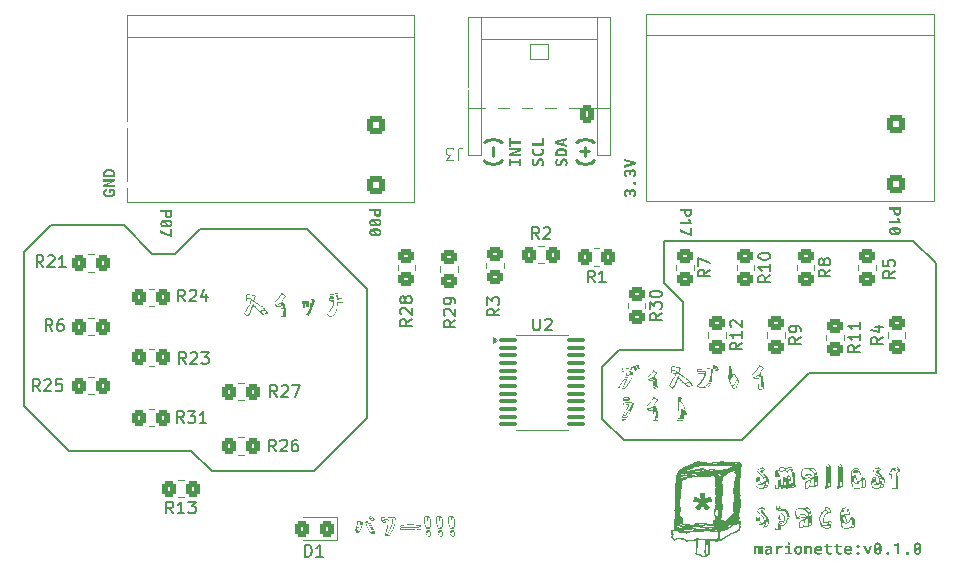
<source format=gto>
G04 #@! TF.GenerationSoftware,KiCad,Pcbnew,8.0.8*
G04 #@! TF.CreationDate,2025-01-20T22:51:14+09:00*
G04 #@! TF.ProjectId,house_controller_multiplex_breakout_board_v0.1.0,686f7573-655f-4636-9f6e-74726f6c6c65,rev?*
G04 #@! TF.SameCoordinates,Original*
G04 #@! TF.FileFunction,Legend,Top*
G04 #@! TF.FilePolarity,Positive*
%FSLAX46Y46*%
G04 Gerber Fmt 4.6, Leading zero omitted, Abs format (unit mm)*
G04 Created by KiCad (PCBNEW 8.0.8) date 2025-01-20 22:51:14*
%MOMM*%
%LPD*%
G01*
G04 APERTURE LIST*
G04 Aperture macros list*
%AMRoundRect*
0 Rectangle with rounded corners*
0 $1 Rounding radius*
0 $2 $3 $4 $5 $6 $7 $8 $9 X,Y pos of 4 corners*
0 Add a 4 corners polygon primitive as box body*
4,1,4,$2,$3,$4,$5,$6,$7,$8,$9,$2,$3,0*
0 Add four circle primitives for the rounded corners*
1,1,$1+$1,$2,$3*
1,1,$1+$1,$4,$5*
1,1,$1+$1,$6,$7*
1,1,$1+$1,$8,$9*
0 Add four rect primitives between the rounded corners*
20,1,$1+$1,$2,$3,$4,$5,0*
20,1,$1+$1,$4,$5,$6,$7,0*
20,1,$1+$1,$6,$7,$8,$9,0*
20,1,$1+$1,$8,$9,$2,$3,0*%
G04 Aperture macros list end*
%ADD10C,0.152400*%
%ADD11C,0.250000*%
%ADD12C,0.304800*%
%ADD13C,0.175000*%
%ADD14C,0.150000*%
%ADD15C,0.100000*%
%ADD16C,0.120000*%
%ADD17C,0.000000*%
%ADD18RoundRect,0.250000X-0.450000X0.350000X-0.450000X-0.350000X0.450000X-0.350000X0.450000X0.350000X0*%
%ADD19RoundRect,0.250000X-0.350000X-0.450000X0.350000X-0.450000X0.350000X0.450000X-0.350000X0.450000X0*%
%ADD20C,2.500000*%
%ADD21RoundRect,0.250000X0.512000X0.512000X-0.512000X0.512000X-0.512000X-0.512000X0.512000X-0.512000X0*%
%ADD22C,1.524000*%
%ADD23RoundRect,0.100000X-0.637500X-0.100000X0.637500X-0.100000X0.637500X0.100000X-0.637500X0.100000X0*%
%ADD24RoundRect,0.250000X0.325000X0.450000X-0.325000X0.450000X-0.325000X-0.450000X0.325000X-0.450000X0*%
%ADD25C,1.000000*%
%ADD26RoundRect,0.250000X0.350000X0.512000X-0.350000X0.512000X-0.350000X-0.512000X0.350000X-0.512000X0*%
%ADD27O,1.200000X1.750000*%
%ADD28RoundRect,0.250000X0.350000X0.450000X-0.350000X0.450000X-0.350000X-0.450000X0.350000X-0.450000X0*%
G04 APERTURE END LIST*
D10*
X116800000Y-80700000D02*
X116800000Y-77100000D01*
X118400000Y-82300000D02*
X116800000Y-80700000D01*
X118400000Y-83000000D02*
X118400000Y-82300000D01*
X118400000Y-86400000D02*
X118400000Y-83000000D01*
X113000000Y-86400000D02*
X118400000Y-86400000D01*
X111600000Y-87800000D02*
X113000000Y-86400000D01*
X111600000Y-92200000D02*
X111600000Y-87800000D01*
X113400000Y-94000000D02*
X111600000Y-92200000D01*
X123400000Y-94000000D02*
X113400000Y-94000000D01*
X129100000Y-88300000D02*
X123400000Y-94000000D01*
X139800000Y-88300000D02*
X129100000Y-88300000D01*
X139800000Y-79000000D02*
X139800000Y-88300000D01*
X137900000Y-77100000D02*
X139800000Y-79000000D01*
X116800000Y-77100000D02*
X137900000Y-77100000D01*
X71100000Y-75800000D02*
X68400000Y-75800000D01*
X73500000Y-78200000D02*
X71100000Y-75800000D01*
X75400000Y-78200000D02*
X73500000Y-78200000D01*
X77500000Y-76100000D02*
X75400000Y-78200000D01*
X86600000Y-76100000D02*
X77500000Y-76100000D01*
X91700000Y-81200000D02*
X86600000Y-76100000D01*
X91700000Y-92100000D02*
X91700000Y-81200000D01*
X87200000Y-96600000D02*
X91700000Y-92100000D01*
X78500000Y-96600000D02*
X87200000Y-96600000D01*
X76800000Y-94900000D02*
X78500000Y-96600000D01*
X66400000Y-94900000D02*
X76800000Y-94900000D01*
X62600000Y-91100000D02*
X66400000Y-94900000D01*
X62600000Y-78100000D02*
X62600000Y-91100000D01*
X64900000Y-75800000D02*
X62600000Y-78100000D01*
X68400000Y-75800000D02*
X64900000Y-75800000D01*
G36*
X70213251Y-72722330D02*
G01*
X69818799Y-72723063D01*
X69818799Y-73080879D01*
X69963147Y-73080879D01*
X69963147Y-72915526D01*
X70144619Y-72916015D01*
X70161472Y-72938485D01*
X70175394Y-72972435D01*
X70185163Y-73013712D01*
X70188583Y-73058408D01*
X70182104Y-73107513D01*
X70176615Y-73124598D01*
X70151028Y-73167153D01*
X70143154Y-73175645D01*
X70113356Y-73199581D01*
X70076475Y-73218387D01*
X70029630Y-73232374D01*
X69997585Y-73238660D01*
X69947407Y-73244186D01*
X69898667Y-73245743D01*
X69761158Y-73245743D01*
X69711974Y-73243934D01*
X69680802Y-73240614D01*
X69631094Y-73230969D01*
X69613635Y-73225959D01*
X69566547Y-73206875D01*
X69545491Y-73194696D01*
X69507168Y-73162395D01*
X69498841Y-73152442D01*
X69478813Y-73114096D01*
X69471974Y-73071353D01*
X69477054Y-73021031D01*
X69482721Y-73001744D01*
X69508269Y-72959414D01*
X69514717Y-72953140D01*
X69556869Y-72927969D01*
X69562100Y-72926029D01*
X69611056Y-72913662D01*
X69626580Y-72911374D01*
X69626580Y-72723063D01*
X69574568Y-72731112D01*
X69526608Y-72743900D01*
X69496887Y-72755059D01*
X69452717Y-72778007D01*
X69411551Y-72809664D01*
X69398457Y-72822714D01*
X69367175Y-72864328D01*
X69344490Y-72909751D01*
X69337397Y-72928960D01*
X69324448Y-72979094D01*
X69317828Y-73030422D01*
X69316147Y-73076238D01*
X69319475Y-73126577D01*
X69329457Y-73174555D01*
X69331290Y-73180774D01*
X69349853Y-73228218D01*
X69375743Y-73271877D01*
X69408235Y-73310216D01*
X69437780Y-73337578D01*
X69478219Y-73367239D01*
X69518136Y-73390090D01*
X69564145Y-73408977D01*
X69614547Y-73423750D01*
X69629755Y-73427215D01*
X69681259Y-73435596D01*
X69731805Y-73439541D01*
X69762623Y-73440160D01*
X69898667Y-73440160D01*
X69948779Y-73438602D01*
X70000551Y-73433346D01*
X70037397Y-73426971D01*
X70087095Y-73413960D01*
X70135929Y-73395260D01*
X70152191Y-73387404D01*
X70195544Y-73362247D01*
X70233768Y-73332205D01*
X70268623Y-73295432D01*
X70294340Y-73259665D01*
X70316601Y-73214380D01*
X70330976Y-73170760D01*
X70340502Y-73120568D01*
X70343665Y-73070630D01*
X70343677Y-73067201D01*
X70341742Y-73017174D01*
X70335331Y-72966364D01*
X70331953Y-72948988D01*
X70319474Y-72899775D01*
X70302377Y-72852369D01*
X70301179Y-72849581D01*
X70278828Y-72803831D01*
X70259413Y-72773377D01*
X70227520Y-72735291D01*
X70213251Y-72722330D01*
G37*
G36*
X70330000Y-71910467D02*
G01*
X69329825Y-71910467D01*
X69329825Y-72104152D01*
X69972184Y-72104640D01*
X69329825Y-72380879D01*
X69329825Y-72575296D01*
X70330000Y-72575296D01*
X70330000Y-72380879D01*
X69684954Y-72380879D01*
X70330000Y-72102686D01*
X70330000Y-71910467D01*
G37*
G36*
X69901785Y-71037291D02*
G01*
X69951502Y-71041905D01*
X70002958Y-71051709D01*
X70022018Y-71056675D01*
X70069230Y-71072489D01*
X70116287Y-71094207D01*
X70122029Y-71097510D01*
X70163266Y-71124525D01*
X70201284Y-71155512D01*
X70236882Y-71192149D01*
X70266008Y-71232205D01*
X70273537Y-71244573D01*
X70296345Y-71290328D01*
X70313635Y-71339916D01*
X70320012Y-71365947D01*
X70327698Y-71416337D01*
X70330000Y-71465212D01*
X70330000Y-71733635D01*
X69329825Y-71733635D01*
X69329825Y-71474738D01*
X69486385Y-71474738D01*
X69486385Y-71539218D01*
X70174661Y-71539218D01*
X70174661Y-71465212D01*
X70174112Y-71447581D01*
X70165868Y-71398534D01*
X70162196Y-71387099D01*
X70139734Y-71342114D01*
X70130194Y-71329383D01*
X70094061Y-71295219D01*
X70073822Y-71281471D01*
X70029092Y-71259071D01*
X70006061Y-71251229D01*
X69957285Y-71240265D01*
X69921448Y-71235757D01*
X69871800Y-71233670D01*
X69788025Y-71233670D01*
X69756220Y-71234597D01*
X69705959Y-71240265D01*
X69682331Y-71244830D01*
X69634884Y-71259071D01*
X69607144Y-71271734D01*
X69566252Y-71298639D01*
X69546729Y-71316354D01*
X69516671Y-71355303D01*
X69512329Y-71363143D01*
X69494445Y-71410013D01*
X69490918Y-71425233D01*
X69486385Y-71474738D01*
X69329825Y-71474738D01*
X69330631Y-71444823D01*
X69335766Y-71395553D01*
X69346678Y-71345045D01*
X69352284Y-71326390D01*
X69370042Y-71280456D01*
X69394305Y-71235136D01*
X69422576Y-71194042D01*
X69456587Y-71157711D01*
X69494933Y-71125898D01*
X69536699Y-71098360D01*
X69556877Y-71087749D01*
X69603308Y-71068001D01*
X69653447Y-71052686D01*
X69685855Y-71045634D01*
X69736470Y-71038833D01*
X69789490Y-71036566D01*
X69871800Y-71036566D01*
X69901785Y-71037291D01*
G37*
D11*
G36*
X106645631Y-70502128D02*
G01*
X106644105Y-70552656D01*
X106641723Y-70582240D01*
X106634739Y-70630878D01*
X106628534Y-70660153D01*
X106615769Y-70708563D01*
X106599759Y-70754873D01*
X106578402Y-70803391D01*
X106576266Y-70807676D01*
X106370614Y-70807676D01*
X106400444Y-70762409D01*
X106425637Y-70718108D01*
X106448191Y-70670018D01*
X106455610Y-70651116D01*
X106470293Y-70603861D01*
X106480164Y-70553092D01*
X106483454Y-70503593D01*
X106478680Y-70451879D01*
X106461042Y-70403439D01*
X106449504Y-70386601D01*
X106409509Y-70355826D01*
X106359703Y-70345608D01*
X106355959Y-70345568D01*
X106307530Y-70354224D01*
X106275847Y-70372923D01*
X106245073Y-70407606D01*
X106222358Y-70452302D01*
X106184989Y-70551465D01*
X106166342Y-70597771D01*
X106145774Y-70642481D01*
X106125150Y-70680669D01*
X106096542Y-70722808D01*
X106063600Y-70757850D01*
X106020424Y-70786315D01*
X105973775Y-70802919D01*
X105919745Y-70810984D01*
X105893363Y-70811828D01*
X105843560Y-70808702D01*
X105790840Y-70797155D01*
X105743917Y-70777100D01*
X105702791Y-70748536D01*
X105676964Y-70722923D01*
X105646320Y-70680645D01*
X105623202Y-70632243D01*
X105607611Y-70577716D01*
X105600238Y-70526104D01*
X105598318Y-70479658D01*
X105600078Y-70428619D01*
X105605360Y-70379946D01*
X105613217Y-70337752D01*
X105626749Y-70287263D01*
X105643620Y-70239170D01*
X105660600Y-70198534D01*
X105853796Y-70198534D01*
X105826917Y-70239657D01*
X105800676Y-70289162D01*
X105780996Y-70338839D01*
X105767875Y-70388687D01*
X105761315Y-70438707D01*
X105760495Y-70463782D01*
X105764582Y-70514168D01*
X105781187Y-70562758D01*
X105789560Y-70575401D01*
X105830183Y-70606802D01*
X105872358Y-70614235D01*
X105921726Y-70601929D01*
X105942212Y-70585659D01*
X105970055Y-70544870D01*
X105990752Y-70499189D01*
X106003272Y-70467201D01*
X106035757Y-70380495D01*
X106057024Y-70329498D01*
X106080863Y-70284859D01*
X106111256Y-70241628D01*
X106149463Y-70202919D01*
X106153970Y-70199267D01*
X106198861Y-70171167D01*
X106250553Y-70152263D01*
X106302210Y-70143181D01*
X106344480Y-70141137D01*
X106398089Y-70144357D01*
X106446443Y-70154017D01*
X106496215Y-70173426D01*
X106538834Y-70201601D01*
X106569672Y-70232728D01*
X106599269Y-70276925D01*
X106621597Y-70329373D01*
X106634949Y-70380896D01*
X106642961Y-70438481D01*
X106645557Y-70491099D01*
X106645631Y-70502128D01*
G37*
G36*
X106645631Y-69539078D02*
G01*
X106643528Y-69588698D01*
X106634986Y-69646536D01*
X106619872Y-69699723D01*
X106598187Y-69748259D01*
X106569931Y-69792144D01*
X106535104Y-69831378D01*
X106511053Y-69852686D01*
X106465883Y-69883998D01*
X106414940Y-69910002D01*
X106358225Y-69930700D01*
X106308697Y-69943436D01*
X106255475Y-69952777D01*
X106198559Y-69958721D01*
X106137948Y-69961268D01*
X106122219Y-69961374D01*
X106060410Y-69959676D01*
X106002356Y-69954581D01*
X105948058Y-69946090D01*
X105897515Y-69934202D01*
X105850727Y-69918918D01*
X105797524Y-69895036D01*
X105750187Y-69865848D01*
X105732896Y-69852686D01*
X105694126Y-69816243D01*
X105661927Y-69775149D01*
X105636299Y-69729403D01*
X105617243Y-69679007D01*
X105604757Y-69623959D01*
X105598843Y-69564260D01*
X105598318Y-69539078D01*
X105600795Y-69488148D01*
X105608229Y-69439649D01*
X105611263Y-69426238D01*
X105626418Y-69377770D01*
X105647155Y-69332200D01*
X105650341Y-69326343D01*
X105883838Y-69326343D01*
X105849657Y-69364000D01*
X105836454Y-69381542D01*
X105811083Y-69423362D01*
X105809099Y-69427459D01*
X105792581Y-69473824D01*
X105791514Y-69478506D01*
X105785902Y-69527233D01*
X105785896Y-69528820D01*
X105791178Y-69580233D01*
X105809747Y-69630190D01*
X105841685Y-69671801D01*
X105870404Y-69694905D01*
X105918474Y-69719696D01*
X105968675Y-69735577D01*
X106017751Y-69744874D01*
X106072408Y-69750186D01*
X106122219Y-69751570D01*
X106172199Y-69750186D01*
X106226902Y-69744874D01*
X106275851Y-69735577D01*
X106325688Y-69719696D01*
X106373056Y-69694905D01*
X106414143Y-69658858D01*
X106441784Y-69614465D01*
X106455977Y-69561726D01*
X106458053Y-69528820D01*
X106453330Y-69480166D01*
X106439162Y-69433122D01*
X106436559Y-69426971D01*
X106413032Y-69382521D01*
X106411158Y-69379588D01*
X106381152Y-69338992D01*
X106370614Y-69326343D01*
X106595317Y-69326343D01*
X106616111Y-69372296D01*
X106631324Y-69420395D01*
X106632930Y-69426971D01*
X106642047Y-69477757D01*
X106645519Y-69527966D01*
X106645631Y-69539078D01*
G37*
G36*
X105613949Y-69061828D02*
G01*
X105613949Y-68860327D01*
X106458053Y-68860327D01*
X106458053Y-68428995D01*
X106630000Y-68428995D01*
X106630000Y-69061828D01*
X105613949Y-69061828D01*
G37*
G36*
X104558053Y-70782519D02*
G01*
X104558053Y-70579309D01*
X103885896Y-70579309D01*
X103885896Y-70782519D01*
X103713949Y-70782519D01*
X103713949Y-70174598D01*
X103885896Y-70174598D01*
X103885896Y-70377808D01*
X104558053Y-70377808D01*
X104558053Y-70174598D01*
X104730000Y-70174598D01*
X104730000Y-70782519D01*
X104558053Y-70782519D01*
G37*
G36*
X103713949Y-69976517D02*
G01*
X103713949Y-69759874D01*
X104456203Y-69475331D01*
X103713949Y-69475331D01*
X103713949Y-69297766D01*
X104730000Y-69297766D01*
X104730000Y-69512944D01*
X104001912Y-69798709D01*
X104730000Y-69798709D01*
X104730000Y-69976517D01*
X103713949Y-69976517D01*
G37*
G36*
X103885896Y-68895010D02*
G01*
X103885896Y-69154152D01*
X103713949Y-69154152D01*
X103713949Y-68434368D01*
X103885896Y-68434368D01*
X103885896Y-68693510D01*
X104730000Y-68693510D01*
X104730000Y-68895010D01*
X103885896Y-68895010D01*
G37*
D10*
G36*
X136870174Y-74644521D02*
G01*
X136867860Y-74693981D01*
X136859971Y-74744859D01*
X136846482Y-74792044D01*
X136835241Y-74819984D01*
X136811891Y-74863638D01*
X136780781Y-74904884D01*
X136764260Y-74921365D01*
X136724459Y-74952007D01*
X136679176Y-74975715D01*
X136648814Y-74986721D01*
X136600236Y-74997334D01*
X136548018Y-75000872D01*
X136523099Y-74999987D01*
X136471583Y-74992003D01*
X136423454Y-74975715D01*
X136402671Y-74965634D01*
X136361472Y-74938726D01*
X136325512Y-74904884D01*
X136308021Y-74883456D01*
X136280251Y-74838824D01*
X136260055Y-74792044D01*
X136246845Y-74744859D01*
X136239118Y-74693981D01*
X136236852Y-74644521D01*
X136393412Y-74644521D01*
X136394378Y-74666752D01*
X136405624Y-74715840D01*
X136410613Y-74726854D01*
X136439574Y-74766643D01*
X136444989Y-74771490D01*
X136488667Y-74796441D01*
X136497421Y-74799325D01*
X136546552Y-74806454D01*
X136563817Y-74805829D01*
X136611765Y-74796441D01*
X136622856Y-74792416D01*
X136664766Y-74766643D01*
X136674236Y-74757199D01*
X136700425Y-74715840D01*
X136707934Y-74693749D01*
X136713614Y-74644521D01*
X136713614Y-74495289D01*
X136393412Y-74495289D01*
X136393412Y-74644521D01*
X136236852Y-74644521D01*
X136236852Y-74495289D01*
X135870000Y-74495289D01*
X135870000Y-74302337D01*
X136870174Y-74302337D01*
X136870174Y-74644521D01*
G37*
G36*
X135870000Y-75604884D02*
G01*
X136870174Y-75604884D01*
X136870174Y-75594626D01*
X136712882Y-75159141D01*
X136546552Y-75159141D01*
X136637411Y-75411933D01*
X135870000Y-75411933D01*
X135870000Y-75604884D01*
G37*
G36*
X136507577Y-75977552D02*
G01*
X136558955Y-75980515D01*
X136611782Y-75987975D01*
X136660125Y-75999825D01*
X136695632Y-76012434D01*
X136743282Y-76036042D01*
X136784200Y-76065282D01*
X136801943Y-76081588D01*
X136834554Y-76121337D01*
X136859183Y-76167131D01*
X136871462Y-76202107D01*
X136881583Y-76252408D01*
X136884584Y-76302198D01*
X136882997Y-76338987D01*
X136874662Y-76390621D01*
X136859183Y-76437997D01*
X136848807Y-76460084D01*
X136820495Y-76503641D01*
X136784200Y-76541311D01*
X136754143Y-76563298D01*
X136708176Y-76587924D01*
X136660125Y-76605792D01*
X136641326Y-76611115D01*
X136591189Y-76621319D01*
X136542233Y-76626709D01*
X136489644Y-76628506D01*
X136250530Y-76628506D01*
X136232594Y-76628309D01*
X136181184Y-76625346D01*
X136128276Y-76617885D01*
X136079804Y-76606036D01*
X136044435Y-76593686D01*
X135997048Y-76570525D01*
X135956461Y-76541800D01*
X135938553Y-76525477D01*
X135905700Y-76485573D01*
X135880990Y-76439462D01*
X135868712Y-76404330D01*
X135858591Y-76353760D01*
X135855589Y-76303663D01*
X136009462Y-76303663D01*
X136009649Y-76311605D01*
X136021430Y-76360572D01*
X136023788Y-76365126D01*
X136058311Y-76401849D01*
X136078009Y-76412593D01*
X136125233Y-76427494D01*
X136172776Y-76434164D01*
X136221709Y-76436043D01*
X136337725Y-76436043D01*
X136370942Y-76436043D01*
X136401716Y-76436043D01*
X136203879Y-76169574D01*
X136333084Y-76169574D01*
X136531409Y-76436043D01*
X136577644Y-76433151D01*
X136627885Y-76424075D01*
X136649279Y-76417356D01*
X136692365Y-76392812D01*
X136720697Y-76353977D01*
X136721821Y-76351084D01*
X136729979Y-76302198D01*
X136729792Y-76294260D01*
X136718011Y-76245533D01*
X136715659Y-76241025D01*
X136681863Y-76204745D01*
X136662610Y-76193445D01*
X136615917Y-76178122D01*
X136571648Y-76171711D01*
X136519930Y-76169574D01*
X136409288Y-76169574D01*
X136365324Y-76169574D01*
X136333084Y-76169574D01*
X136203879Y-76169574D01*
X136173859Y-76171332D01*
X136123279Y-76178855D01*
X136110594Y-76182018D01*
X136065150Y-76201081D01*
X136056654Y-76206486D01*
X136023140Y-76243091D01*
X136017810Y-76254671D01*
X136009462Y-76303663D01*
X135855589Y-76303663D01*
X135857177Y-76267073D01*
X135865512Y-76215564D01*
X135880990Y-76168108D01*
X135891383Y-76146129D01*
X135919851Y-76102927D01*
X135956461Y-76065771D01*
X135986264Y-76043411D01*
X136031950Y-76018407D01*
X136079804Y-76000314D01*
X136098660Y-75994933D01*
X136148907Y-75984619D01*
X136197922Y-75979171D01*
X136250530Y-75977355D01*
X136489644Y-75977355D01*
X136507577Y-75977552D01*
G37*
D12*
G36*
X125202228Y-96317496D02*
G01*
X125297544Y-96356468D01*
X125303210Y-96359804D01*
X125364759Y-96420376D01*
X125372086Y-96496092D01*
X125312491Y-96561060D01*
X125219678Y-96586950D01*
X125187438Y-96605512D01*
X125204047Y-96685624D01*
X125262177Y-96762316D01*
X125331053Y-96833872D01*
X125397732Y-96906389D01*
X125440963Y-96955268D01*
X125508081Y-97036092D01*
X125570524Y-97119012D01*
X125597766Y-97157990D01*
X125647066Y-97243696D01*
X125683073Y-97338115D01*
X125697906Y-97409560D01*
X125703084Y-97512752D01*
X125690043Y-97615945D01*
X125677878Y-97663572D01*
X125644047Y-97765649D01*
X125596286Y-97859997D01*
X125534595Y-97946617D01*
X125520586Y-97963014D01*
X125437879Y-98021197D01*
X125423866Y-98025052D01*
X125322608Y-98032766D01*
X125296859Y-98030425D01*
X125246057Y-98042149D01*
X125166105Y-98099928D01*
X125102930Y-98117376D01*
X125002874Y-98121779D01*
X124910467Y-98107117D01*
X124815090Y-98074145D01*
X124729239Y-98024075D01*
X124656869Y-97953245D01*
X124615910Y-97876552D01*
X124586464Y-97782511D01*
X124564176Y-97681718D01*
X124556458Y-97628890D01*
X124594062Y-97628890D01*
X124607606Y-97707536D01*
X124636792Y-97803587D01*
X124669644Y-97889253D01*
X124725833Y-97972410D01*
X124766852Y-98004047D01*
X124858825Y-98046331D01*
X124923168Y-98063642D01*
X125015980Y-98071946D01*
X125098534Y-98051430D01*
X125183126Y-97994918D01*
X125232868Y-97951290D01*
X125295058Y-97872100D01*
X125316887Y-97825750D01*
X125351135Y-97731663D01*
X125384634Y-97638324D01*
X125394068Y-97611793D01*
X125421066Y-97510914D01*
X125431534Y-97407030D01*
X125431681Y-97392951D01*
X125431681Y-97294720D01*
X125431681Y-97272784D01*
X125405947Y-97178039D01*
X125395533Y-97161409D01*
X125334023Y-97073336D01*
X125267644Y-96988817D01*
X125196396Y-96907854D01*
X125154710Y-96864410D01*
X125084668Y-96790065D01*
X125053593Y-96755966D01*
X124995221Y-96675891D01*
X124974947Y-96636287D01*
X124988717Y-96599162D01*
X125044312Y-96599162D01*
X125047732Y-96653384D01*
X125058478Y-96668039D01*
X125070202Y-96684159D01*
X125127999Y-96763649D01*
X125187927Y-96828750D01*
X125259624Y-96901786D01*
X125321284Y-96969434D01*
X125388824Y-97049793D01*
X125444594Y-97133699D01*
X125466364Y-97173621D01*
X125501292Y-97270647D01*
X125509480Y-97373656D01*
X125506908Y-97404187D01*
X125493947Y-97501703D01*
X125481507Y-97567829D01*
X125457243Y-97663778D01*
X125436078Y-97729030D01*
X125402767Y-97823179D01*
X125389183Y-97860432D01*
X125340823Y-97945545D01*
X125309071Y-97980111D01*
X125319818Y-97984019D01*
X125417541Y-97972719D01*
X125455129Y-97943963D01*
X125520387Y-97864519D01*
X125555757Y-97795464D01*
X125591185Y-97700804D01*
X125616817Y-97625471D01*
X125624633Y-97600069D01*
X125630006Y-97576622D01*
X125643094Y-97475571D01*
X125631066Y-97376667D01*
X125627564Y-97363642D01*
X125591579Y-97266527D01*
X125543467Y-97176661D01*
X125531332Y-97157501D01*
X125470211Y-97072764D01*
X125408097Y-96995419D01*
X125382833Y-96966015D01*
X125314945Y-96890940D01*
X125244639Y-96818122D01*
X125211374Y-96785275D01*
X125149121Y-96705771D01*
X125143963Y-96696859D01*
X125117333Y-96601584D01*
X125117096Y-96590858D01*
X125117096Y-96587438D01*
X125113189Y-96586950D01*
X125044312Y-96599162D01*
X124988717Y-96599162D01*
X125009247Y-96543809D01*
X125037962Y-96538590D01*
X125120027Y-96528820D01*
X125204047Y-96524424D01*
X125264619Y-96509281D01*
X125301744Y-96476552D01*
X125307117Y-96446266D01*
X125285136Y-96411095D01*
X125232379Y-96380321D01*
X125183042Y-96397906D01*
X125089276Y-96430507D01*
X125081437Y-96430635D01*
X124981694Y-96429480D01*
X124938799Y-96433077D01*
X124847351Y-96468843D01*
X124826448Y-96487299D01*
X124778362Y-96573211D01*
X124775157Y-96606489D01*
X124802663Y-96700452D01*
X124828401Y-96734473D01*
X124899842Y-96806097D01*
X124925122Y-96829239D01*
X125001321Y-96895048D01*
X125032100Y-96921074D01*
X125113982Y-96995843D01*
X125180844Y-97073115D01*
X125238108Y-97163039D01*
X125269504Y-97235170D01*
X125300674Y-97338850D01*
X125320299Y-97441670D01*
X125328380Y-97543632D01*
X125328611Y-97563921D01*
X125294311Y-97656812D01*
X125285136Y-97669434D01*
X125228960Y-97741242D01*
X125151959Y-97806239D01*
X125116608Y-97822330D01*
X125016811Y-97834392D01*
X124953454Y-97825261D01*
X124857321Y-97792748D01*
X124842626Y-97784228D01*
X125041870Y-97784228D01*
X125125889Y-97753942D01*
X125196720Y-97684089D01*
X125248011Y-97603977D01*
X125269993Y-97518492D01*
X125216137Y-97606568D01*
X125177180Y-97662107D01*
X125108338Y-97738905D01*
X125041870Y-97784228D01*
X124842626Y-97784228D01*
X124821563Y-97772016D01*
X124757439Y-97694101D01*
X124748778Y-97670900D01*
X124737055Y-97605443D01*
X124731193Y-97540963D01*
X124724087Y-97441533D01*
X124721912Y-97427145D01*
X124714080Y-97340683D01*
X124775157Y-97340683D01*
X124780205Y-97440260D01*
X124786880Y-97493091D01*
X124801005Y-97593970D01*
X124807397Y-97646475D01*
X124858756Y-97733415D01*
X124861618Y-97735868D01*
X124916329Y-97757362D01*
X124987159Y-97744661D01*
X125012561Y-97724633D01*
X124993021Y-97692882D01*
X124981786Y-97671388D01*
X124935285Y-97581639D01*
X124907536Y-97499930D01*
X124884266Y-97400307D01*
X124868946Y-97322609D01*
X124868946Y-97309420D01*
X124866015Y-97305512D01*
X124845010Y-97306978D01*
X124816678Y-97308443D01*
X124781507Y-97311374D01*
X124775157Y-97340683D01*
X124714080Y-97340683D01*
X124712775Y-97326273D01*
X124712630Y-97311863D01*
X124695045Y-97293300D01*
X124677459Y-97290369D01*
X124670132Y-97291346D01*
X124639113Y-97384869D01*
X124628611Y-97409560D01*
X124599414Y-97504567D01*
X124595882Y-97527773D01*
X124594062Y-97628890D01*
X124556458Y-97628890D01*
X124556315Y-97627913D01*
X124555775Y-97529502D01*
X124577970Y-97433509D01*
X124595882Y-97390020D01*
X124621461Y-97292781D01*
X124624703Y-97283042D01*
X124628044Y-97231751D01*
X124696999Y-97231751D01*
X124709211Y-97240544D01*
X124737055Y-97247383D01*
X124797138Y-97257641D01*
X124856734Y-97254710D01*
X124868946Y-97242986D01*
X124855757Y-97170202D01*
X124772714Y-97170202D01*
X124749267Y-97174598D01*
X124723866Y-97178995D01*
X124697487Y-97194626D01*
X124696999Y-97231751D01*
X124628044Y-97231751D01*
X124631114Y-97184610D01*
X124629588Y-97178018D01*
X124667690Y-97136008D01*
X124763921Y-97119888D01*
X124863572Y-97114515D01*
X124935868Y-97163363D01*
X124950776Y-97261823D01*
X124953454Y-97289392D01*
X124959796Y-97389838D01*
X124975924Y-97478925D01*
X125005478Y-97573447D01*
X125049197Y-97667480D01*
X125063852Y-97687020D01*
X125081437Y-97672365D01*
X125149667Y-97597902D01*
X125195254Y-97536566D01*
X125236041Y-97447506D01*
X125244103Y-97382205D01*
X125232841Y-97283626D01*
X125224563Y-97261060D01*
X125181058Y-97170477D01*
X125163503Y-97140404D01*
X125105413Y-97057181D01*
X125055547Y-97004605D01*
X124978886Y-96935259D01*
X124915840Y-96883461D01*
X124842296Y-96816138D01*
X124816678Y-96788695D01*
X124753388Y-96714139D01*
X124733147Y-96689043D01*
X124712630Y-96612840D01*
X124729239Y-96520516D01*
X124772714Y-96455547D01*
X124833286Y-96411584D01*
X124907048Y-96380809D01*
X124917794Y-96374947D01*
X124921946Y-96371528D01*
X125015491Y-96371528D01*
X125091207Y-96375436D01*
X125147383Y-96353454D01*
X125061898Y-96353942D01*
X125015491Y-96371528D01*
X124921946Y-96371528D01*
X124926099Y-96368108D01*
X125011834Y-96319321D01*
X125104884Y-96305582D01*
X125202228Y-96317496D01*
G37*
G36*
X127526308Y-96266015D02*
G01*
X127621631Y-96298943D01*
X127672365Y-96342707D01*
X127731714Y-96425241D01*
X127765177Y-96489253D01*
X127805524Y-96584297D01*
X127838454Y-96682888D01*
X127851151Y-96729588D01*
X127874047Y-96832805D01*
X127890029Y-96930945D01*
X127897069Y-96989462D01*
X127910027Y-97089482D01*
X127922342Y-97190791D01*
X127923935Y-97204396D01*
X127933051Y-97306627D01*
X127936586Y-97409073D01*
X127936636Y-97422749D01*
X127936636Y-97523195D01*
X127936636Y-97612281D01*
X127939117Y-97712662D01*
X127945429Y-97799860D01*
X127954221Y-97869713D01*
X127952267Y-97943475D01*
X127911723Y-97988415D01*
X127814093Y-97999177D01*
X127807676Y-98002093D01*
X127715031Y-98037836D01*
X127701186Y-98041660D01*
X127662595Y-98053872D01*
X127622540Y-98064619D01*
X127561479Y-98006001D01*
X127568325Y-97907151D01*
X127567616Y-97808439D01*
X127562944Y-97742707D01*
X127552892Y-97644430D01*
X127541054Y-97546702D01*
X127532170Y-97481856D01*
X127518202Y-97381640D01*
X127508722Y-97322609D01*
X127489412Y-97224302D01*
X127474528Y-97165317D01*
X127428687Y-97076115D01*
X127412979Y-97061758D01*
X127317684Y-97035760D01*
X127314305Y-97036357D01*
X127297697Y-97082274D01*
X127329229Y-97179020D01*
X127347034Y-97246406D01*
X127369439Y-97346115D01*
X127383182Y-97414933D01*
X127399233Y-97512111D01*
X127415147Y-97608740D01*
X127425680Y-97672854D01*
X127443633Y-97776114D01*
X127463360Y-97877924D01*
X127473063Y-97924424D01*
X127436915Y-98004535D01*
X127407117Y-98018702D01*
X127325754Y-98074267D01*
X127305512Y-98081228D01*
X127210763Y-98115259D01*
X127201465Y-98119330D01*
X127151151Y-98113468D01*
X127134542Y-98064619D01*
X127127196Y-97963213D01*
X127123964Y-97863302D01*
X127123796Y-97835031D01*
X127121601Y-97737219D01*
X127114119Y-97630067D01*
X127101325Y-97523377D01*
X127084963Y-97426768D01*
X127063353Y-97331112D01*
X127036496Y-97236411D01*
X127030495Y-97217585D01*
X127024145Y-97200000D01*
X127015352Y-97178995D01*
X127003140Y-97171667D01*
X126995812Y-97183879D01*
X126996789Y-97209281D01*
X126996789Y-97308989D01*
X126996789Y-97408079D01*
X126996789Y-97506551D01*
X126996789Y-97560990D01*
X126999494Y-97658848D01*
X127007609Y-97756784D01*
X127021133Y-97854796D01*
X127030983Y-97909281D01*
X127030983Y-97927843D01*
X127033426Y-97942986D01*
X127003235Y-98037152D01*
X126983600Y-98047034D01*
X126923028Y-98065596D01*
X126862944Y-98086601D01*
X126819469Y-98100767D01*
X126775505Y-98117864D01*
X126717376Y-98062665D01*
X126714084Y-97954712D01*
X126704209Y-97847617D01*
X126687752Y-97741381D01*
X126683670Y-97720237D01*
X126663654Y-97614010D01*
X126645736Y-97507211D01*
X126631341Y-97409502D01*
X126628448Y-97469231D01*
X126618039Y-97567329D01*
X126615282Y-97586880D01*
X126603175Y-97684367D01*
X126595552Y-97782045D01*
X126592413Y-97879914D01*
X126592323Y-97899511D01*
X126570954Y-97996032D01*
X126516608Y-98058757D01*
X126438113Y-98120187D01*
X126435519Y-98122260D01*
X126349080Y-98169144D01*
X126342707Y-98171109D01*
X126278715Y-98166224D01*
X126240614Y-98104187D01*
X126232197Y-98025958D01*
X126271340Y-98025958D01*
X126279204Y-98090509D01*
X126287508Y-98110537D01*
X126297766Y-98118841D01*
X126388270Y-98077883D01*
X126418911Y-97989392D01*
X126418911Y-97968876D01*
X126418911Y-97939567D01*
X126418911Y-97898046D01*
X126421353Y-97850174D01*
X126427063Y-97751559D01*
X126431371Y-97652757D01*
X126434276Y-97553768D01*
X126435779Y-97454592D01*
X126436008Y-97397836D01*
X126434302Y-97298647D01*
X126429182Y-97199832D01*
X126420651Y-97101390D01*
X126408706Y-97003323D01*
X126400348Y-96947452D01*
X126396441Y-96863433D01*
X126379344Y-96785275D01*
X126349546Y-96757431D01*
X126304605Y-96754989D01*
X126289462Y-96775505D01*
X126289462Y-96809699D01*
X126302714Y-96907330D01*
X126303628Y-96913747D01*
X126310927Y-97012436D01*
X126310956Y-97019260D01*
X126310956Y-97122747D01*
X126310956Y-97216120D01*
X126309734Y-97316015D01*
X126306071Y-97415422D01*
X126301959Y-97520518D01*
X126299944Y-97625453D01*
X126299720Y-97673831D01*
X126296012Y-97777966D01*
X126284886Y-97880811D01*
X126277250Y-97927843D01*
X126271340Y-98025958D01*
X126232197Y-98025958D01*
X126230021Y-98005732D01*
X126231332Y-97982554D01*
X126241751Y-97881094D01*
X126247361Y-97778947D01*
X126248429Y-97710467D01*
X126248429Y-97607152D01*
X126248429Y-97503838D01*
X126248429Y-97434961D01*
X126248429Y-97335241D01*
X126248429Y-97235384D01*
X126248429Y-97168736D01*
X126245682Y-97068971D01*
X126237438Y-96970442D01*
X126228890Y-96905443D01*
X126222437Y-96804491D01*
X126225959Y-96737404D01*
X126226837Y-96732030D01*
X126437473Y-96732030D01*
X126438450Y-96783321D01*
X126452876Y-96882003D01*
X126453105Y-96896161D01*
X126475065Y-96998411D01*
X126489839Y-97101280D01*
X126497425Y-97204766D01*
X126498534Y-97262526D01*
X126498534Y-97366506D01*
X126498534Y-97470718D01*
X126498534Y-97575162D01*
X126498534Y-97633286D01*
X126498534Y-97737212D01*
X126498534Y-97838939D01*
X126498534Y-97937341D01*
X126498534Y-98010886D01*
X126513677Y-97976692D01*
X126529797Y-97879972D01*
X126533586Y-97780842D01*
X126540544Y-97712421D01*
X126554402Y-97613101D01*
X126564480Y-97546336D01*
X126579163Y-97439441D01*
X126588408Y-97333692D01*
X126592215Y-97229087D01*
X126592323Y-97208304D01*
X126587124Y-97105006D01*
X126571524Y-97003331D01*
X126545526Y-96903277D01*
X126539078Y-96883461D01*
X126501755Y-96790897D01*
X126499023Y-96784787D01*
X126459665Y-96694962D01*
X126455547Y-96685624D01*
X126455547Y-96684296D01*
X126437473Y-96732030D01*
X126226837Y-96732030D01*
X126235214Y-96680739D01*
X126299720Y-96680739D01*
X126306071Y-96703210D01*
X126333914Y-96704187D01*
X126372505Y-96711514D01*
X126389602Y-96696859D01*
X126400348Y-96636775D01*
X126397141Y-96615282D01*
X126464340Y-96615282D01*
X126468248Y-96645568D01*
X126490230Y-96684159D01*
X126534926Y-96777581D01*
X126571062Y-96868936D01*
X126573272Y-96875157D01*
X126602624Y-96969946D01*
X126623819Y-97068385D01*
X126626029Y-97081786D01*
X126631402Y-97105722D01*
X126636287Y-97122819D01*
X126666573Y-97189741D01*
X126676831Y-97267899D01*
X126676831Y-97367418D01*
X126676831Y-97373900D01*
X126686000Y-97474194D01*
X126686601Y-97477459D01*
X126709532Y-97572731D01*
X126731309Y-97668465D01*
X126750104Y-97755896D01*
X126767069Y-97852406D01*
X126776992Y-97949840D01*
X126779902Y-98039218D01*
X126779902Y-98049965D01*
X126807257Y-98037264D01*
X126835101Y-98028960D01*
X126873691Y-97958618D01*
X126873691Y-97856488D01*
X126873691Y-97776413D01*
X126873691Y-97678424D01*
X126873691Y-97591277D01*
X126868180Y-97489808D01*
X126858060Y-97421772D01*
X126844626Y-97324609D01*
X126842428Y-97273272D01*
X126856669Y-97207327D01*
X126904954Y-97207327D01*
X126904954Y-97254710D01*
X126904954Y-97283042D01*
X126906420Y-97318702D01*
X126912316Y-97421121D01*
X126918403Y-97523827D01*
X126924681Y-97626820D01*
X126925959Y-97647452D01*
X126931369Y-97750578D01*
X126934775Y-97854181D01*
X126936177Y-97958261D01*
X126936217Y-97979134D01*
X126936217Y-97991835D01*
X126936217Y-97996720D01*
X126950383Y-97983531D01*
X126957711Y-97947383D01*
X126945010Y-97850662D01*
X126938171Y-97750523D01*
X126938171Y-97645010D01*
X126938171Y-97539497D01*
X126938171Y-97469155D01*
X126938171Y-97362726D01*
X126938171Y-97264201D01*
X126938171Y-97182903D01*
X126928401Y-97153593D01*
X126920586Y-97157501D01*
X126910816Y-97173133D01*
X126904954Y-97207327D01*
X126856669Y-97207327D01*
X126863887Y-97173903D01*
X126911304Y-97106699D01*
X127011005Y-97099400D01*
X127043196Y-97117445D01*
X127079832Y-97154570D01*
X127098883Y-97202442D01*
X127123956Y-97298927D01*
X127144831Y-97396653D01*
X127161508Y-97495619D01*
X127164340Y-97515561D01*
X127175932Y-97615586D01*
X127183231Y-97715993D01*
X127186236Y-97816781D01*
X127186322Y-97836985D01*
X127186322Y-97935170D01*
X127186322Y-98035310D01*
X127187299Y-98050453D01*
X127189253Y-98054849D01*
X127238590Y-98040195D01*
X127276692Y-98020167D01*
X127279134Y-97985484D01*
X127273272Y-97942498D01*
X127268876Y-97914654D01*
X127264968Y-97882903D01*
X127263060Y-97784995D01*
X127257336Y-97687279D01*
X127247795Y-97589754D01*
X127245429Y-97570272D01*
X127232930Y-97472622D01*
X127219859Y-97375068D01*
X127206216Y-97277610D01*
X127203419Y-97258129D01*
X127197557Y-97196580D01*
X127189741Y-97138450D01*
X127194653Y-97118911D01*
X127242986Y-97118911D01*
X127248756Y-97219142D01*
X127248848Y-97234193D01*
X127256847Y-97333498D01*
X127260083Y-97351430D01*
X127279775Y-97451531D01*
X127289392Y-97512142D01*
X127299887Y-97614075D01*
X127301605Y-97675785D01*
X127309833Y-97776758D01*
X127313328Y-97816957D01*
X127322039Y-97914769D01*
X127325540Y-97958618D01*
X127328960Y-97984019D01*
X127333356Y-97997697D01*
X127353872Y-97986461D01*
X127402233Y-97956664D01*
X127422749Y-97941032D01*
X127422749Y-97926866D01*
X127420795Y-97913677D01*
X127412491Y-97869713D01*
X127402233Y-97825261D01*
X127388316Y-97722900D01*
X127372091Y-97621347D01*
X127355338Y-97529727D01*
X127335802Y-97428977D01*
X127316150Y-97328227D01*
X127298185Y-97236636D01*
X127280600Y-97168248D01*
X127257641Y-97107187D01*
X127253244Y-97095464D01*
X127252756Y-97093021D01*
X127242986Y-97118911D01*
X127194653Y-97118911D01*
X127214042Y-97041793D01*
X127219539Y-97036357D01*
X127302656Y-96980357D01*
X127347034Y-96972854D01*
X127442933Y-97004456D01*
X127462316Y-97020725D01*
X127519194Y-97102158D01*
X127532658Y-97140893D01*
X127553207Y-97237028D01*
X127557571Y-97264480D01*
X127572669Y-97364264D01*
X127577110Y-97392951D01*
X127592107Y-97490825D01*
X127598115Y-97542428D01*
X127609425Y-97641153D01*
X127616189Y-97693370D01*
X127623387Y-97795134D01*
X127624005Y-97834542D01*
X127624005Y-97936273D01*
X127624005Y-97977180D01*
X127644033Y-97999162D01*
X127682623Y-97984996D01*
X127721702Y-97967899D01*
X127778367Y-97938590D01*
X127774947Y-97866294D01*
X127764683Y-97767748D01*
X127760781Y-97722191D01*
X127753393Y-97622154D01*
X127750034Y-97577599D01*
X127747029Y-97474292D01*
X127738013Y-97371366D01*
X127722986Y-97268823D01*
X127719260Y-97248360D01*
X127701361Y-97145940D01*
X127686134Y-97043234D01*
X127673579Y-96940242D01*
X127671388Y-96919609D01*
X127656852Y-96821222D01*
X127628214Y-96721579D01*
X127614724Y-96687578D01*
X127571420Y-96596069D01*
X127521011Y-96509609D01*
X127505303Y-96485833D01*
X127406398Y-96473237D01*
X127389532Y-96503419D01*
X127358757Y-96576692D01*
X127325052Y-96650453D01*
X127315282Y-96710048D01*
X127272295Y-96755478D01*
X127220027Y-96730565D01*
X127185833Y-96685624D01*
X127118422Y-96614794D01*
X127069650Y-96528068D01*
X127067620Y-96521004D01*
X127056873Y-96518073D01*
X126971664Y-96570704D01*
X126968946Y-96572295D01*
X126887463Y-96630649D01*
X126884926Y-96632868D01*
X126794552Y-96672639D01*
X126726168Y-96664131D01*
X126656315Y-96636775D01*
X126588415Y-96612840D01*
X126532240Y-96600139D01*
X126493161Y-96600139D01*
X126464340Y-96615282D01*
X126397141Y-96615282D01*
X126395464Y-96604047D01*
X126337822Y-96591835D01*
X126308513Y-96602581D01*
X126299720Y-96680739D01*
X126235214Y-96680739D01*
X126241848Y-96640123D01*
X126259665Y-96573761D01*
X126316817Y-96534682D01*
X126356385Y-96539078D01*
X126394487Y-96546894D01*
X126466782Y-96551779D01*
X126540544Y-96540544D01*
X126545189Y-96534193D01*
X126625052Y-96534193D01*
X126632379Y-96560083D01*
X126712002Y-96592812D01*
X126793579Y-96618702D01*
X126805792Y-96621144D01*
X126818004Y-96616259D01*
X126895772Y-96553555D01*
X126928401Y-96532728D01*
X127012303Y-96480963D01*
X127033557Y-96467271D01*
X127156524Y-96467271D01*
X127157013Y-96506838D01*
X127203907Y-96588415D01*
X127266434Y-96662177D01*
X127281088Y-96654361D01*
X127313817Y-96571807D01*
X127348988Y-96489741D01*
X127406343Y-96408413D01*
X127453524Y-96384717D01*
X127548669Y-96421950D01*
X127574668Y-96453105D01*
X127630394Y-96540406D01*
X127677891Y-96632196D01*
X127689951Y-96659246D01*
X127724252Y-96758489D01*
X127744047Y-96857675D01*
X127748569Y-96897627D01*
X127758644Y-96996602D01*
X127759316Y-97003140D01*
X127772453Y-97101085D01*
X127773482Y-97107676D01*
X127789922Y-97211151D01*
X127805539Y-97314214D01*
X127815491Y-97382693D01*
X127828978Y-97485962D01*
X127840129Y-97590605D01*
X127846266Y-97661130D01*
X127854767Y-97759482D01*
X127856036Y-97777390D01*
X127872705Y-97875430D01*
X127876552Y-97889253D01*
X127882903Y-97921493D01*
X127898534Y-97905861D01*
X127896580Y-97878506D01*
X127883950Y-97781114D01*
X127882414Y-97771039D01*
X127874183Y-97672762D01*
X127874110Y-97662595D01*
X127874110Y-97560557D01*
X127874110Y-97458996D01*
X127874110Y-97357912D01*
X127874110Y-97337752D01*
X127871915Y-97237174D01*
X127865332Y-97137550D01*
X127854360Y-97038879D01*
X127851639Y-97019260D01*
X127837054Y-96921532D01*
X127818209Y-96825453D01*
X127803279Y-96762316D01*
X127773531Y-96662169D01*
X127735882Y-96565729D01*
X127715840Y-96522470D01*
X127666114Y-96437328D01*
X127631332Y-96393021D01*
X127545467Y-96341289D01*
X127503349Y-96336845D01*
X127404505Y-96343665D01*
X127394417Y-96345150D01*
X127301238Y-96381641D01*
X127287927Y-96390579D01*
X127234193Y-96421353D01*
X127181437Y-96445289D01*
X127156524Y-96467271D01*
X127033557Y-96467271D01*
X127044173Y-96460432D01*
X127049546Y-96418422D01*
X127009979Y-96390579D01*
X126946475Y-96380809D01*
X126882972Y-96373482D01*
X126784483Y-96368129D01*
X126777948Y-96368108D01*
X126676940Y-96372831D01*
X126669993Y-96373482D01*
X126645080Y-96401814D01*
X126637752Y-96468736D01*
X126625052Y-96534193D01*
X126545189Y-96534193D01*
X126564480Y-96507815D01*
X126576692Y-96444801D01*
X126586461Y-96382763D01*
X126646057Y-96316817D01*
X126746318Y-96308391D01*
X126847801Y-96305582D01*
X126948796Y-96309856D01*
X127047592Y-96322679D01*
X127104256Y-96365666D01*
X127147732Y-96378855D01*
X127196092Y-96352965D01*
X127242009Y-96325610D01*
X127333251Y-96281362D01*
X127381716Y-96269434D01*
X127480493Y-96262781D01*
X127526308Y-96266015D01*
G37*
G36*
X129453872Y-96339288D02*
G01*
X129547141Y-96378237D01*
X129612630Y-96428192D01*
X129677069Y-96506637D01*
X129714235Y-96588904D01*
X129743819Y-96682418D01*
X129770751Y-96788717D01*
X129790960Y-96896175D01*
X129800697Y-96968457D01*
X129811323Y-97076606D01*
X129818472Y-97183983D01*
X129822143Y-97290586D01*
X129822679Y-97349476D01*
X129822679Y-97450593D01*
X129822679Y-97548778D01*
X129822679Y-97651300D01*
X129822679Y-97742219D01*
X129807536Y-97809630D01*
X129757711Y-97865317D01*
X129668405Y-97908403D01*
X129577137Y-97946988D01*
X129492463Y-97978157D01*
X129396918Y-98001036D01*
X129297679Y-98004520D01*
X129204256Y-97990858D01*
X129105681Y-98009985D01*
X129095324Y-98020167D01*
X129028890Y-98069504D01*
X128951709Y-98103210D01*
X128851486Y-98112140D01*
X128767376Y-98050671D01*
X128742149Y-98000628D01*
X128714775Y-97905964D01*
X128704503Y-97809630D01*
X128816887Y-97809630D01*
X128816887Y-97892184D01*
X128834961Y-97972295D01*
X128870621Y-98024563D01*
X128928750Y-98036775D01*
X129013747Y-97995254D01*
X129080494Y-97921380D01*
X129084089Y-97915631D01*
X129112909Y-97828192D01*
X129127285Y-97726787D01*
X129138311Y-97658199D01*
X129161333Y-97559459D01*
X129184228Y-97493091D01*
X129205722Y-97453524D01*
X129200837Y-97422749D01*
X129164689Y-97410048D01*
X129117794Y-97418841D01*
X129015533Y-97450738D01*
X128922969Y-97512087D01*
X128859202Y-97599428D01*
X128827466Y-97694981D01*
X128816887Y-97809630D01*
X128704503Y-97809630D01*
X128703936Y-97804317D01*
X128713706Y-97706391D01*
X128720655Y-97677739D01*
X128759581Y-97579885D01*
X128818593Y-97495884D01*
X128889672Y-97431542D01*
X128974651Y-97381825D01*
X129070220Y-97350522D01*
X129176380Y-97337632D01*
X129198883Y-97337264D01*
X129241381Y-97332379D01*
X129256036Y-97301605D01*
X129242358Y-97257641D01*
X129197418Y-97241032D01*
X129094789Y-97235054D01*
X128993290Y-97236170D01*
X128946824Y-97239078D01*
X128848822Y-97258222D01*
X128754851Y-97299778D01*
X128712840Y-97326517D01*
X128621004Y-97353384D01*
X128553593Y-97297697D01*
X128501610Y-97209353D01*
X128461063Y-97119077D01*
X128429426Y-97016504D01*
X128420725Y-96974808D01*
X128408141Y-96869134D01*
X128408246Y-96761553D01*
X128409519Y-96750104D01*
X128503279Y-96750104D01*
X128507813Y-96850122D01*
X128521414Y-96950139D01*
X128535519Y-97016817D01*
X128565435Y-97109988D01*
X128573621Y-97131123D01*
X128624424Y-97215143D01*
X128633136Y-97194138D01*
X128727983Y-97194138D01*
X128731891Y-97220027D01*
X128757292Y-97223935D01*
X128794417Y-97210258D01*
X128895631Y-97180813D01*
X128997652Y-97162333D01*
X129045010Y-97157501D01*
X129148928Y-97155932D01*
X129246141Y-97165790D01*
X129303419Y-97176552D01*
X129342986Y-97173621D01*
X129340544Y-97130146D01*
X129299595Y-97038059D01*
X129257990Y-97001674D01*
X129160192Y-96968637D01*
X129067480Y-96962107D01*
X128968957Y-96969605D01*
X128873596Y-96999417D01*
X128858897Y-97007536D01*
X128785000Y-97077500D01*
X128743126Y-97157990D01*
X128727983Y-97194138D01*
X128633136Y-97194138D01*
X128662455Y-97123450D01*
X128714791Y-97034858D01*
X128784983Y-96955848D01*
X128857431Y-96903977D01*
X128949013Y-96868634D01*
X129050099Y-96859876D01*
X129147934Y-96874409D01*
X129226238Y-96899092D01*
X129312548Y-96947614D01*
X129374800Y-97026581D01*
X129377669Y-97032449D01*
X129400994Y-97129780D01*
X129381088Y-97232240D01*
X129341389Y-97321627D01*
X129338590Y-97327494D01*
X129293882Y-97416652D01*
X129290718Y-97422749D01*
X129247287Y-97514575D01*
X129221842Y-97588346D01*
X129202092Y-97686989D01*
X129197418Y-97767131D01*
X129205722Y-97861409D01*
X129273621Y-97912212D01*
X129374142Y-97910990D01*
X129423098Y-97892672D01*
X129486229Y-97817262D01*
X129490997Y-97793998D01*
X129502492Y-97688256D01*
X129516460Y-97582789D01*
X129527145Y-97512630D01*
X129539258Y-97407278D01*
X129541892Y-97301513D01*
X129538381Y-97230774D01*
X129529951Y-97133416D01*
X129519540Y-97030986D01*
X129518841Y-97024633D01*
X129502233Y-96924738D01*
X129473900Y-96829239D01*
X129428471Y-96738136D01*
X129365474Y-96656720D01*
X129360572Y-96651430D01*
X129284704Y-96579875D01*
X129204256Y-96523966D01*
X129110475Y-96480538D01*
X129101674Y-96477529D01*
X129043839Y-96461898D01*
X129289741Y-96461898D01*
X129304884Y-96490718D01*
X129346894Y-96521004D01*
X129423182Y-96591549D01*
X129488402Y-96667626D01*
X129542556Y-96749238D01*
X129552058Y-96766224D01*
X129592597Y-96855716D01*
X129621400Y-96953223D01*
X129638469Y-97058743D01*
X129640474Y-97080809D01*
X129646704Y-97188743D01*
X129647687Y-97296391D01*
X129643422Y-97403753D01*
X129641939Y-97425191D01*
X129633334Y-97532191D01*
X129623392Y-97639476D01*
X129612115Y-97747048D01*
X129609699Y-97768597D01*
X129605792Y-97809630D01*
X129620446Y-97839916D01*
X129658060Y-97834054D01*
X129701535Y-97809141D01*
X129729867Y-97778367D01*
X129738171Y-97732937D01*
X129738171Y-97631210D01*
X129738171Y-97541451D01*
X129738171Y-97442166D01*
X129738171Y-97342654D01*
X129738171Y-97335799D01*
X129738171Y-97236854D01*
X129738171Y-97195115D01*
X129738171Y-97094256D01*
X129738171Y-97040753D01*
X129726190Y-96941070D01*
X129709908Y-96841199D01*
X129704466Y-96812630D01*
X129680557Y-96714763D01*
X129647298Y-96621197D01*
X129636078Y-96595254D01*
X129584146Y-96512496D01*
X129526657Y-96462875D01*
X129435753Y-96422575D01*
X129383042Y-96418911D01*
X129325889Y-96427215D01*
X129289741Y-96461898D01*
X129043839Y-96461898D01*
X129002887Y-96450830D01*
X128900636Y-96435214D01*
X128804675Y-96430635D01*
X128703169Y-96442244D01*
X128610618Y-96485133D01*
X128579483Y-96513189D01*
X128527391Y-96599168D01*
X128505958Y-96694743D01*
X128503279Y-96750104D01*
X128409519Y-96750104D01*
X128419190Y-96663098D01*
X128425122Y-96629937D01*
X128454653Y-96535476D01*
X128514774Y-96452128D01*
X128535519Y-96434542D01*
X128625515Y-96386858D01*
X128724811Y-96368692D01*
X128748011Y-96368108D01*
X128846692Y-96368108D01*
X128860851Y-96368108D01*
X128958998Y-96378206D01*
X128972714Y-96381297D01*
X129070946Y-96396830D01*
X129128053Y-96399371D01*
X129224986Y-96382389D01*
X129285345Y-96355896D01*
X129383876Y-96331189D01*
X129453872Y-96339288D01*
G37*
G36*
X130755687Y-96054501D02*
G01*
X130773272Y-96055966D01*
X130789392Y-96054989D01*
X130871458Y-96074040D01*
X130906140Y-96160502D01*
X130923180Y-96266585D01*
X130935831Y-96372955D01*
X130944094Y-96479611D01*
X130945219Y-96500976D01*
X130950953Y-96607928D01*
X130957164Y-96715071D01*
X130963852Y-96822404D01*
X130965247Y-96843893D01*
X130970436Y-96946382D01*
X130974036Y-97048683D01*
X130976046Y-97150798D01*
X130976467Y-97252725D01*
X130975994Y-97310886D01*
X130975580Y-97412493D01*
X130976475Y-97514287D01*
X130978679Y-97616268D01*
X130982192Y-97718435D01*
X130984787Y-97776901D01*
X130965502Y-97872814D01*
X130891486Y-97941032D01*
X130801513Y-97986980D01*
X130788904Y-97994766D01*
X130693695Y-98029915D01*
X130673621Y-98032379D01*
X130634054Y-98053872D01*
X130588625Y-98091486D01*
X130492193Y-98112247D01*
X130465038Y-98027983D01*
X130467880Y-97984996D01*
X130527564Y-97984996D01*
X130527564Y-98008932D01*
X130536845Y-98019190D01*
X130574459Y-97994277D01*
X130617934Y-97940544D01*
X130637473Y-97890718D01*
X130637920Y-97885833D01*
X130706838Y-97885833D01*
X130716120Y-97937613D01*
X130751779Y-97924424D01*
X130806489Y-97892184D01*
X130870481Y-97838450D01*
X130887073Y-97741825D01*
X130887090Y-97737822D01*
X130887090Y-97637353D01*
X130887090Y-97536711D01*
X130887090Y-97435898D01*
X130887090Y-97334913D01*
X130887090Y-97233757D01*
X130887090Y-97200000D01*
X130887090Y-97098517D01*
X130887090Y-96997034D01*
X130887090Y-96895551D01*
X130887090Y-96794068D01*
X130887090Y-96692585D01*
X130887090Y-96658757D01*
X130884098Y-96558459D01*
X130875122Y-96457600D01*
X130871458Y-96428681D01*
X130856188Y-96328167D01*
X130836287Y-96234752D01*
X130814794Y-96312909D01*
X130800375Y-96411537D01*
X130799651Y-96438939D01*
X130798995Y-96546558D01*
X130797027Y-96654178D01*
X130793747Y-96761797D01*
X130789156Y-96869417D01*
X130783252Y-96977036D01*
X130776037Y-97084656D01*
X130772784Y-97127704D01*
X130764505Y-97235170D01*
X130756154Y-97342637D01*
X130747732Y-97450104D01*
X130739239Y-97557571D01*
X130730673Y-97665038D01*
X130722037Y-97772505D01*
X130718562Y-97815491D01*
X130706838Y-97885833D01*
X130637920Y-97885833D01*
X130646701Y-97789884D01*
X130655578Y-97689371D01*
X130664103Y-97589178D01*
X130672278Y-97489305D01*
X130680101Y-97389753D01*
X130687574Y-97290522D01*
X130694695Y-97191611D01*
X130701465Y-97093021D01*
X130708678Y-96989619D01*
X130713219Y-96886407D01*
X130715089Y-96783386D01*
X130715143Y-96762805D01*
X130715143Y-96659774D01*
X130715143Y-96556458D01*
X130715143Y-96452855D01*
X130715143Y-96432100D01*
X130711235Y-96341242D01*
X130693161Y-96317306D01*
X130626727Y-96323656D01*
X130590090Y-96378367D01*
X130590090Y-96476982D01*
X130590090Y-96575783D01*
X130590090Y-96674772D01*
X130590090Y-96773948D01*
X130590090Y-96830704D01*
X130590090Y-96929797D01*
X130590090Y-97028749D01*
X130590090Y-97127561D01*
X130590090Y-97226233D01*
X130590090Y-97282554D01*
X130590090Y-97385379D01*
X130590090Y-97487775D01*
X130590090Y-97501395D01*
X130587192Y-97603949D01*
X130578498Y-97707361D01*
X130576901Y-97721214D01*
X130560476Y-97818205D01*
X130551988Y-97855059D01*
X130532388Y-97952329D01*
X130527564Y-97984996D01*
X130467880Y-97984996D01*
X130471597Y-97928759D01*
X130475785Y-97900976D01*
X130493382Y-97791714D01*
X130507338Y-97682280D01*
X130517653Y-97572674D01*
X130524328Y-97462896D01*
X130527362Y-97352947D01*
X130527564Y-97316259D01*
X130527564Y-97206018D01*
X130527564Y-97095845D01*
X130527564Y-96985741D01*
X130527564Y-96875706D01*
X130527564Y-96765740D01*
X130527564Y-96729099D01*
X130527564Y-96628137D01*
X130527564Y-96549825D01*
X130523855Y-96449790D01*
X130515840Y-96373482D01*
X130521360Y-96273584D01*
X130525568Y-96260642D01*
X130587159Y-96260642D01*
X130589113Y-96263084D01*
X130599860Y-96261130D01*
X130645289Y-96255757D01*
X130690230Y-96249895D01*
X130750314Y-96206908D01*
X130777669Y-96130216D01*
X130779134Y-96118004D01*
X130705861Y-96114096D01*
X130644312Y-96124354D01*
X130608653Y-96181018D01*
X130587159Y-96260642D01*
X130525568Y-96260642D01*
X130536845Y-96225959D01*
X130577628Y-96137173D01*
X130596929Y-96098953D01*
X130672644Y-96052547D01*
X130755687Y-96054501D01*
G37*
G36*
X131763921Y-96054501D02*
G01*
X131781507Y-96055966D01*
X131797627Y-96054989D01*
X131879692Y-96074040D01*
X131914375Y-96160502D01*
X131931415Y-96266585D01*
X131944066Y-96372955D01*
X131952328Y-96479611D01*
X131953454Y-96500976D01*
X131959188Y-96607928D01*
X131965399Y-96715071D01*
X131972087Y-96822404D01*
X131973482Y-96843893D01*
X131978671Y-96946382D01*
X131982271Y-97048683D01*
X131984281Y-97150798D01*
X131984702Y-97252725D01*
X131984228Y-97310886D01*
X131983814Y-97412493D01*
X131984709Y-97514287D01*
X131986913Y-97616268D01*
X131990426Y-97718435D01*
X131993021Y-97776901D01*
X131973737Y-97872814D01*
X131899720Y-97941032D01*
X131809747Y-97986980D01*
X131797138Y-97994766D01*
X131701929Y-98029915D01*
X131681856Y-98032379D01*
X131642288Y-98053872D01*
X131596859Y-98091486D01*
X131500428Y-98112247D01*
X131473272Y-98027983D01*
X131476114Y-97984996D01*
X131535799Y-97984996D01*
X131535799Y-98008932D01*
X131545080Y-98019190D01*
X131582693Y-97994277D01*
X131626168Y-97940544D01*
X131645708Y-97890718D01*
X131646155Y-97885833D01*
X131715073Y-97885833D01*
X131724354Y-97937613D01*
X131760013Y-97924424D01*
X131814724Y-97892184D01*
X131878715Y-97838450D01*
X131895308Y-97741825D01*
X131895324Y-97737822D01*
X131895324Y-97637353D01*
X131895324Y-97536711D01*
X131895324Y-97435898D01*
X131895324Y-97334913D01*
X131895324Y-97233757D01*
X131895324Y-97200000D01*
X131895324Y-97098517D01*
X131895324Y-96997034D01*
X131895324Y-96895551D01*
X131895324Y-96794068D01*
X131895324Y-96692585D01*
X131895324Y-96658757D01*
X131892332Y-96558459D01*
X131883356Y-96457600D01*
X131879692Y-96428681D01*
X131864423Y-96328167D01*
X131844521Y-96234752D01*
X131823028Y-96312909D01*
X131808610Y-96411537D01*
X131807885Y-96438939D01*
X131807229Y-96546558D01*
X131805261Y-96654178D01*
X131801982Y-96761797D01*
X131797390Y-96869417D01*
X131791487Y-96977036D01*
X131784272Y-97084656D01*
X131781018Y-97127704D01*
X131772739Y-97235170D01*
X131764389Y-97342637D01*
X131755967Y-97450104D01*
X131747473Y-97557571D01*
X131738908Y-97665038D01*
X131730271Y-97772505D01*
X131726796Y-97815491D01*
X131715073Y-97885833D01*
X131646155Y-97885833D01*
X131654936Y-97789884D01*
X131663812Y-97689371D01*
X131672338Y-97589178D01*
X131680512Y-97489305D01*
X131688336Y-97389753D01*
X131695808Y-97290522D01*
X131702929Y-97191611D01*
X131709699Y-97093021D01*
X131716912Y-96989619D01*
X131721454Y-96886407D01*
X131723324Y-96783386D01*
X131723377Y-96762805D01*
X131723377Y-96659774D01*
X131723377Y-96556458D01*
X131723377Y-96452855D01*
X131723377Y-96432100D01*
X131719469Y-96341242D01*
X131701395Y-96317306D01*
X131634961Y-96323656D01*
X131598325Y-96378367D01*
X131598325Y-96476982D01*
X131598325Y-96575783D01*
X131598325Y-96674772D01*
X131598325Y-96773948D01*
X131598325Y-96830704D01*
X131598325Y-96929797D01*
X131598325Y-97028749D01*
X131598325Y-97127561D01*
X131598325Y-97226233D01*
X131598325Y-97282554D01*
X131598325Y-97385379D01*
X131598325Y-97487775D01*
X131598325Y-97501395D01*
X131595427Y-97603949D01*
X131586733Y-97707361D01*
X131585136Y-97721214D01*
X131568711Y-97818205D01*
X131560223Y-97855059D01*
X131540622Y-97952329D01*
X131535799Y-97984996D01*
X131476114Y-97984996D01*
X131479832Y-97928759D01*
X131484019Y-97900976D01*
X131501616Y-97791714D01*
X131515572Y-97682280D01*
X131525888Y-97572674D01*
X131532562Y-97462896D01*
X131535596Y-97352947D01*
X131535799Y-97316259D01*
X131535799Y-97206018D01*
X131535799Y-97095845D01*
X131535799Y-96985741D01*
X131535799Y-96875706D01*
X131535799Y-96765740D01*
X131535799Y-96729099D01*
X131535799Y-96628137D01*
X131535799Y-96549825D01*
X131532089Y-96449790D01*
X131524075Y-96373482D01*
X131529595Y-96273584D01*
X131533803Y-96260642D01*
X131595394Y-96260642D01*
X131597348Y-96263084D01*
X131608094Y-96261130D01*
X131653524Y-96255757D01*
X131698464Y-96249895D01*
X131758548Y-96206908D01*
X131785903Y-96130216D01*
X131787369Y-96118004D01*
X131714096Y-96114096D01*
X131652547Y-96124354D01*
X131616887Y-96181018D01*
X131595394Y-96260642D01*
X131533803Y-96260642D01*
X131545080Y-96225959D01*
X131585863Y-96137173D01*
X131605163Y-96098953D01*
X131680879Y-96052547D01*
X131763921Y-96054501D01*
G37*
G36*
X133247452Y-96535170D02*
G01*
X133285066Y-96609909D01*
X133266503Y-96708583D01*
X133179148Y-96760675D01*
X133157571Y-96762805D01*
X133056088Y-96759233D01*
X133022749Y-96756454D01*
X132924655Y-96747021D01*
X132892323Y-96744242D01*
X132828820Y-96726657D01*
X132809351Y-96680739D01*
X132913502Y-96680739D01*
X132978451Y-96690751D01*
X133027634Y-96696371D01*
X133127531Y-96698645D01*
X133175157Y-96692951D01*
X133175157Y-96680739D01*
X133076421Y-96680739D01*
X133026657Y-96680739D01*
X132925888Y-96680739D01*
X132913502Y-96680739D01*
X132809351Y-96680739D01*
X132802930Y-96665596D01*
X132810413Y-96605024D01*
X132885973Y-96605024D01*
X132982955Y-96622555D01*
X133013956Y-96625540D01*
X133114245Y-96627618D01*
X133159525Y-96625052D01*
X133188834Y-96621632D01*
X133200558Y-96600628D01*
X133190300Y-96583042D01*
X133160013Y-96581088D01*
X133062072Y-96581088D01*
X133058897Y-96581088D01*
X132958663Y-96581088D01*
X132955338Y-96581088D01*
X132911863Y-96587927D01*
X132885973Y-96605024D01*
X132810413Y-96605024D01*
X132813189Y-96582554D01*
X132889392Y-96529797D01*
X132970481Y-96524424D01*
X133050593Y-96524424D01*
X133157083Y-96524424D01*
X133247452Y-96535170D01*
G37*
G36*
X133079413Y-96334403D02*
G01*
X133177645Y-96355660D01*
X133231821Y-96381786D01*
X133307536Y-96449869D01*
X133341242Y-96506838D01*
X133382054Y-96598321D01*
X133403768Y-96645568D01*
X133437658Y-96738062D01*
X133449197Y-96788695D01*
X133457020Y-96888185D01*
X133439916Y-96930844D01*
X133353087Y-96981127D01*
X133308025Y-96987997D01*
X133208648Y-96993365D01*
X133205443Y-96993370D01*
X133107125Y-96993370D01*
X133100418Y-96993370D01*
X133068178Y-97002651D01*
X133072575Y-97040265D01*
X133104448Y-97136962D01*
X133136322Y-97234346D01*
X133157571Y-97299651D01*
X133189445Y-97397126D01*
X133221318Y-97493915D01*
X133242568Y-97558060D01*
X133261130Y-97585903D01*
X133290439Y-97565387D01*
X133357484Y-97489427D01*
X133409141Y-97404187D01*
X133450907Y-97312962D01*
X133487299Y-97219050D01*
X133546646Y-97137365D01*
X133579623Y-97124773D01*
X133674672Y-97150378D01*
X133699790Y-97174110D01*
X133702233Y-97184856D01*
X133703210Y-97179483D01*
X133792358Y-97227950D01*
X133828262Y-97265457D01*
X133872197Y-97355974D01*
X133878087Y-97383670D01*
X133887855Y-97484420D01*
X133888346Y-97512630D01*
X133888346Y-97613714D01*
X133888346Y-97636217D01*
X133888346Y-97736846D01*
X133888346Y-97746615D01*
X133883194Y-97845848D01*
X133882484Y-97852616D01*
X133856157Y-97950745D01*
X133817515Y-98006978D01*
X133725342Y-98051006D01*
X133658757Y-98052407D01*
X133556481Y-98053514D01*
X133499511Y-98064619D01*
X133403551Y-98094703D01*
X133353454Y-98112979D01*
X133253681Y-98140823D01*
X133152686Y-98150104D01*
X133050471Y-98142899D01*
X132953534Y-98123057D01*
X132947034Y-98121284D01*
X132857416Y-98080906D01*
X132784166Y-98006587D01*
X132763852Y-97972295D01*
X132726391Y-97881254D01*
X132693955Y-97777226D01*
X132671797Y-97671499D01*
X132662735Y-97600069D01*
X132652729Y-97494488D01*
X132639562Y-97388769D01*
X132629030Y-97318213D01*
X132616236Y-97220638D01*
X132608754Y-97122023D01*
X132606559Y-97031472D01*
X132607055Y-97004117D01*
X132691067Y-97004117D01*
X132694714Y-97105136D01*
X132705653Y-97205594D01*
X132710118Y-97234193D01*
X132726962Y-97337641D01*
X132739881Y-97441781D01*
X132748220Y-97537055D01*
X132758657Y-97641651D01*
X132774520Y-97745209D01*
X132793649Y-97838450D01*
X132829391Y-97934993D01*
X132889881Y-98014305D01*
X132974910Y-98064358D01*
X133073063Y-98085624D01*
X133171737Y-98079274D01*
X133266503Y-98060223D01*
X133365773Y-98031409D01*
X133453593Y-98002093D01*
X133469959Y-97992323D01*
X133639706Y-97992323D01*
X133734961Y-97985484D01*
X133786741Y-97954221D01*
X133800418Y-97897069D01*
X133813188Y-97796517D01*
X133814584Y-97781786D01*
X133824128Y-97681000D01*
X133825819Y-97662107D01*
X133818517Y-97560419D01*
X133815561Y-97537543D01*
X133799609Y-97438493D01*
X133791137Y-97396371D01*
X133763293Y-97306978D01*
X133743265Y-97276692D01*
X133717376Y-97269364D01*
X133695882Y-97283531D01*
X133691974Y-97315771D01*
X133685117Y-97415889D01*
X133680739Y-97444242D01*
X133670042Y-97544396D01*
X133669504Y-97572226D01*
X133669504Y-97674769D01*
X133669504Y-97736845D01*
X133661410Y-97835223D01*
X133646545Y-97902930D01*
X133639706Y-97992323D01*
X133469959Y-97992323D01*
X133540364Y-97950292D01*
X133589091Y-97864754D01*
X133595254Y-97826727D01*
X133601929Y-97724287D01*
X133605833Y-97621154D01*
X133606978Y-97526796D01*
X133606978Y-97422468D01*
X133606978Y-97318370D01*
X133606978Y-97223935D01*
X133610886Y-97194626D01*
X133599162Y-97178995D01*
X133569364Y-97181926D01*
X133545429Y-97206838D01*
X133523935Y-97263014D01*
X133504396Y-97320655D01*
X133464558Y-97416392D01*
X133414287Y-97502469D01*
X133346195Y-97586781D01*
X133315352Y-97617166D01*
X133231454Y-97675174D01*
X133137055Y-97700697D01*
X133036520Y-97692807D01*
X132955826Y-97657222D01*
X132882694Y-97587763D01*
X132841521Y-97503349D01*
X132817822Y-97405787D01*
X132805373Y-97327983D01*
X132796288Y-97226403D01*
X132795747Y-97206350D01*
X132878646Y-97206350D01*
X132883440Y-97306797D01*
X132887927Y-97344591D01*
X132904871Y-97444517D01*
X132911863Y-97477948D01*
X132953308Y-97567974D01*
X132993928Y-97606420D01*
X133083978Y-97644758D01*
X133138032Y-97649895D01*
X133170272Y-97602023D01*
X133140928Y-97501005D01*
X133110661Y-97400796D01*
X133082344Y-97310397D01*
X133049275Y-97211961D01*
X133013204Y-97114795D01*
X132977808Y-97027564D01*
X132962665Y-96999232D01*
X132937264Y-96993370D01*
X132901605Y-97030495D01*
X132884508Y-97118422D01*
X132878646Y-97206350D01*
X132795747Y-97206350D01*
X132794138Y-97146755D01*
X132799862Y-97046386D01*
X132808792Y-97004117D01*
X132874738Y-96943545D01*
X132973452Y-96931849D01*
X133025680Y-96930844D01*
X133081856Y-96930844D01*
X133179684Y-96930844D01*
X133207397Y-96930844D01*
X133305595Y-96930844D01*
X133332449Y-96930844D01*
X133393864Y-96854330D01*
X133393510Y-96849755D01*
X133374376Y-96750825D01*
X133353942Y-96686113D01*
X133313174Y-96594959D01*
X133277739Y-96535170D01*
X133211831Y-96460066D01*
X133160013Y-96429658D01*
X133063881Y-96404165D01*
X133004187Y-96404256D01*
X132906603Y-96435131D01*
X132862037Y-96467759D01*
X132792721Y-96543095D01*
X132742494Y-96627317D01*
X132711354Y-96720426D01*
X132702302Y-96775994D01*
X132694622Y-96874956D01*
X132691243Y-96975227D01*
X132691067Y-97004117D01*
X132607055Y-97004117D01*
X132608384Y-96930829D01*
X132613858Y-96830401D01*
X132614863Y-96817027D01*
X132630083Y-96717672D01*
X132659256Y-96621108D01*
X132664200Y-96608443D01*
X132713509Y-96516759D01*
X132779092Y-96436804D01*
X132795603Y-96420376D01*
X132881249Y-96364738D01*
X132921632Y-96350523D01*
X133018757Y-96333922D01*
X133079413Y-96334403D01*
G37*
G36*
X134999298Y-96317496D02*
G01*
X135094613Y-96356468D01*
X135100279Y-96359804D01*
X135161828Y-96420376D01*
X135169155Y-96496092D01*
X135109560Y-96561060D01*
X135016748Y-96586950D01*
X134984508Y-96605512D01*
X135001116Y-96685624D01*
X135059246Y-96762316D01*
X135128122Y-96833872D01*
X135194801Y-96906389D01*
X135238032Y-96955268D01*
X135305150Y-97036092D01*
X135367593Y-97119012D01*
X135394836Y-97157990D01*
X135444135Y-97243696D01*
X135480142Y-97338115D01*
X135494975Y-97409560D01*
X135500153Y-97512752D01*
X135487112Y-97615945D01*
X135474947Y-97663572D01*
X135441116Y-97765649D01*
X135393355Y-97859997D01*
X135331664Y-97946617D01*
X135317655Y-97963014D01*
X135234948Y-98021197D01*
X135220935Y-98025052D01*
X135119677Y-98032766D01*
X135093928Y-98030425D01*
X135043126Y-98042149D01*
X134963174Y-98099928D01*
X134900000Y-98117376D01*
X134799943Y-98121779D01*
X134707536Y-98107117D01*
X134612159Y-98074145D01*
X134526308Y-98024075D01*
X134453938Y-97953245D01*
X134412979Y-97876552D01*
X134383533Y-97782511D01*
X134361245Y-97681718D01*
X134353527Y-97628890D01*
X134391131Y-97628890D01*
X134404675Y-97707536D01*
X134433862Y-97803587D01*
X134466713Y-97889253D01*
X134522902Y-97972410D01*
X134563921Y-98004047D01*
X134655894Y-98046331D01*
X134720237Y-98063642D01*
X134813049Y-98071946D01*
X134895603Y-98051430D01*
X134980195Y-97994918D01*
X135029937Y-97951290D01*
X135092127Y-97872100D01*
X135113956Y-97825750D01*
X135148204Y-97731663D01*
X135181703Y-97638324D01*
X135191137Y-97611793D01*
X135218135Y-97510914D01*
X135228603Y-97407030D01*
X135228750Y-97392951D01*
X135228750Y-97294720D01*
X135228750Y-97272784D01*
X135203016Y-97178039D01*
X135192602Y-97161409D01*
X135131092Y-97073336D01*
X135064713Y-96988817D01*
X134993465Y-96907854D01*
X134951779Y-96864410D01*
X134881737Y-96790065D01*
X134850662Y-96755966D01*
X134792290Y-96675891D01*
X134772016Y-96636287D01*
X134785786Y-96599162D01*
X134841381Y-96599162D01*
X134844801Y-96653384D01*
X134855547Y-96668039D01*
X134867271Y-96684159D01*
X134925068Y-96763649D01*
X134984996Y-96828750D01*
X135056693Y-96901786D01*
X135118353Y-96969434D01*
X135185893Y-97049793D01*
X135241663Y-97133699D01*
X135263433Y-97173621D01*
X135298361Y-97270647D01*
X135306549Y-97373656D01*
X135303977Y-97404187D01*
X135291016Y-97501703D01*
X135278576Y-97567829D01*
X135254312Y-97663778D01*
X135233147Y-97729030D01*
X135199836Y-97823179D01*
X135186252Y-97860432D01*
X135137892Y-97945545D01*
X135106140Y-97980111D01*
X135116887Y-97984019D01*
X135214611Y-97972719D01*
X135252198Y-97943963D01*
X135317456Y-97864519D01*
X135352826Y-97795464D01*
X135388254Y-97700804D01*
X135413886Y-97625471D01*
X135421702Y-97600069D01*
X135427076Y-97576622D01*
X135440163Y-97475571D01*
X135428135Y-97376667D01*
X135424633Y-97363642D01*
X135388648Y-97266527D01*
X135340536Y-97176661D01*
X135328401Y-97157501D01*
X135267280Y-97072764D01*
X135205166Y-96995419D01*
X135179902Y-96966015D01*
X135112014Y-96890940D01*
X135041708Y-96818122D01*
X135008443Y-96785275D01*
X134946190Y-96705771D01*
X134941032Y-96696859D01*
X134914402Y-96601584D01*
X134914166Y-96590858D01*
X134914166Y-96587438D01*
X134910258Y-96586950D01*
X134841381Y-96599162D01*
X134785786Y-96599162D01*
X134806316Y-96543809D01*
X134835031Y-96538590D01*
X134917096Y-96528820D01*
X135001116Y-96524424D01*
X135061688Y-96509281D01*
X135098813Y-96476552D01*
X135104187Y-96446266D01*
X135082205Y-96411095D01*
X135029448Y-96380321D01*
X134980111Y-96397906D01*
X134886345Y-96430507D01*
X134878506Y-96430635D01*
X134778763Y-96429480D01*
X134735868Y-96433077D01*
X134644420Y-96468843D01*
X134623517Y-96487299D01*
X134575431Y-96573211D01*
X134572226Y-96606489D01*
X134599732Y-96700452D01*
X134625471Y-96734473D01*
X134696912Y-96806097D01*
X134722191Y-96829239D01*
X134798390Y-96895048D01*
X134829169Y-96921074D01*
X134911051Y-96995843D01*
X134977913Y-97073115D01*
X135035177Y-97163039D01*
X135066573Y-97235170D01*
X135097743Y-97338850D01*
X135117368Y-97441670D01*
X135125449Y-97543632D01*
X135125680Y-97563921D01*
X135091380Y-97656812D01*
X135082205Y-97669434D01*
X135026029Y-97741242D01*
X134949028Y-97806239D01*
X134913677Y-97822330D01*
X134813880Y-97834392D01*
X134750523Y-97825261D01*
X134654390Y-97792748D01*
X134639695Y-97784228D01*
X134838939Y-97784228D01*
X134922958Y-97753942D01*
X134993789Y-97684089D01*
X135045080Y-97603977D01*
X135067062Y-97518492D01*
X135013206Y-97606568D01*
X134974249Y-97662107D01*
X134905407Y-97738905D01*
X134838939Y-97784228D01*
X134639695Y-97784228D01*
X134618632Y-97772016D01*
X134554508Y-97694101D01*
X134545847Y-97670900D01*
X134534124Y-97605443D01*
X134528262Y-97540963D01*
X134521156Y-97441533D01*
X134518981Y-97427145D01*
X134511149Y-97340683D01*
X134572226Y-97340683D01*
X134577275Y-97440260D01*
X134583949Y-97493091D01*
X134598074Y-97593970D01*
X134604466Y-97646475D01*
X134655825Y-97733415D01*
X134658688Y-97735868D01*
X134713398Y-97757362D01*
X134784228Y-97744661D01*
X134809630Y-97724633D01*
X134790090Y-97692882D01*
X134778855Y-97671388D01*
X134732354Y-97581639D01*
X134704605Y-97499930D01*
X134681335Y-97400307D01*
X134666015Y-97322609D01*
X134666015Y-97309420D01*
X134663084Y-97305512D01*
X134642079Y-97306978D01*
X134613747Y-97308443D01*
X134578576Y-97311374D01*
X134572226Y-97340683D01*
X134511149Y-97340683D01*
X134509844Y-97326273D01*
X134509699Y-97311863D01*
X134492114Y-97293300D01*
X134474528Y-97290369D01*
X134467201Y-97291346D01*
X134436182Y-97384869D01*
X134425680Y-97409560D01*
X134396483Y-97504567D01*
X134392951Y-97527773D01*
X134391131Y-97628890D01*
X134353527Y-97628890D01*
X134353384Y-97627913D01*
X134352844Y-97529502D01*
X134375040Y-97433509D01*
X134392951Y-97390020D01*
X134418531Y-97292781D01*
X134421772Y-97283042D01*
X134425113Y-97231751D01*
X134494068Y-97231751D01*
X134506280Y-97240544D01*
X134534124Y-97247383D01*
X134594207Y-97257641D01*
X134653803Y-97254710D01*
X134666015Y-97242986D01*
X134652826Y-97170202D01*
X134569783Y-97170202D01*
X134546336Y-97174598D01*
X134520935Y-97178995D01*
X134494556Y-97194626D01*
X134494068Y-97231751D01*
X134425113Y-97231751D01*
X134428183Y-97184610D01*
X134426657Y-97178018D01*
X134464759Y-97136008D01*
X134560990Y-97119888D01*
X134660642Y-97114515D01*
X134732937Y-97163363D01*
X134747845Y-97261823D01*
X134750523Y-97289392D01*
X134756865Y-97389838D01*
X134772993Y-97478925D01*
X134802547Y-97573447D01*
X134846266Y-97667480D01*
X134860921Y-97687020D01*
X134878506Y-97672365D01*
X134946736Y-97597902D01*
X134992323Y-97536566D01*
X135033110Y-97447506D01*
X135041172Y-97382205D01*
X135029910Y-97283626D01*
X135021632Y-97261060D01*
X134978127Y-97170477D01*
X134960572Y-97140404D01*
X134902482Y-97057181D01*
X134852616Y-97004605D01*
X134775955Y-96935259D01*
X134712909Y-96883461D01*
X134639365Y-96816138D01*
X134613747Y-96788695D01*
X134550457Y-96714139D01*
X134530216Y-96689043D01*
X134509699Y-96612840D01*
X134526308Y-96520516D01*
X134569783Y-96455547D01*
X134630355Y-96411584D01*
X134704117Y-96380809D01*
X134714863Y-96374947D01*
X134719015Y-96371528D01*
X134812561Y-96371528D01*
X134888276Y-96375436D01*
X134944452Y-96353454D01*
X134858967Y-96353942D01*
X134812561Y-96371528D01*
X134719015Y-96371528D01*
X134723168Y-96368108D01*
X134808903Y-96319321D01*
X134901953Y-96305582D01*
X134999298Y-96317496D01*
G37*
G36*
X136641451Y-96279692D02*
G01*
X136656594Y-96345638D01*
X136681995Y-96383251D01*
X136745010Y-96388136D01*
X136766015Y-96464340D01*
X136775418Y-96562007D01*
X136776762Y-96575715D01*
X136789392Y-96675196D01*
X136790928Y-96685624D01*
X136737194Y-96738381D01*
X136662456Y-96722260D01*
X136586252Y-96732030D01*
X136560851Y-96779902D01*
X136567287Y-96886084D01*
X136573954Y-96991958D01*
X136580853Y-97097522D01*
X136584787Y-97156036D01*
X136592472Y-97261115D01*
X136601239Y-97366426D01*
X136611088Y-97471969D01*
X136617027Y-97530704D01*
X136625331Y-97584926D01*
X136633635Y-97639637D01*
X136639497Y-97695324D01*
X136605792Y-97733426D01*
X136607745Y-97755408D01*
X136618278Y-97853135D01*
X136618981Y-97885833D01*
X136624049Y-97986918D01*
X136627285Y-98014794D01*
X136589629Y-98106223D01*
X136579413Y-98110048D01*
X136553035Y-98118353D01*
X136527634Y-98134961D01*
X136432511Y-98168011D01*
X136422121Y-98166713D01*
X136325523Y-98139731D01*
X136311723Y-98133984D01*
X136252616Y-98118841D01*
X136190579Y-98115910D01*
X136103628Y-98071946D01*
X136077181Y-97977325D01*
X136076762Y-97959106D01*
X136076762Y-97858213D01*
X136076762Y-97757033D01*
X136076762Y-97655568D01*
X136076762Y-97635240D01*
X136076762Y-97533717D01*
X136076762Y-97432481D01*
X136076762Y-97331530D01*
X136076762Y-97311374D01*
X136049895Y-97212532D01*
X136045498Y-97152128D01*
X136042064Y-97051912D01*
X136036706Y-96992882D01*
X136032798Y-96948918D01*
X136003977Y-96953803D01*
X135919469Y-96960153D01*
X135895884Y-96864498D01*
X135894068Y-96853663D01*
X135892810Y-96817090D01*
X135959388Y-96817090D01*
X135962456Y-96847801D01*
X135971737Y-96901535D01*
X135998115Y-96896650D01*
X136089462Y-96893230D01*
X136107861Y-96992587D01*
X136108025Y-97010467D01*
X136108025Y-97035868D01*
X136108773Y-97138187D01*
X136111017Y-97240832D01*
X136114757Y-97343805D01*
X136119993Y-97447105D01*
X136123656Y-97506280D01*
X136129747Y-97609600D01*
X136134342Y-97712686D01*
X136137441Y-97815539D01*
X136139043Y-97918157D01*
X136139288Y-97976692D01*
X136149546Y-98032868D01*
X136191556Y-98048499D01*
X136276064Y-98061688D01*
X136361549Y-98092463D01*
X136433356Y-98099302D01*
X136451919Y-98010886D01*
X136446408Y-97912273D01*
X136436287Y-97844801D01*
X136429277Y-97791067D01*
X136483182Y-97791067D01*
X136508461Y-97890896D01*
X136514445Y-97971318D01*
X136516451Y-98069513D01*
X136516887Y-98070969D01*
X136561339Y-98045568D01*
X136573063Y-98037264D01*
X136576482Y-98022121D01*
X136573203Y-97923160D01*
X136571109Y-97896092D01*
X136562377Y-97797364D01*
X136560362Y-97774947D01*
X136540823Y-97750034D01*
X136501256Y-97759316D01*
X136483182Y-97791067D01*
X136429277Y-97791067D01*
X136423235Y-97744746D01*
X136420655Y-97675296D01*
X136421252Y-97624982D01*
X136478297Y-97624982D01*
X136486601Y-97672365D01*
X136513956Y-97674319D01*
X136558408Y-97665526D01*
X136568667Y-97665526D01*
X136579902Y-97665526D01*
X136592602Y-97630844D01*
X136577041Y-97529157D01*
X136565408Y-97428405D01*
X136562805Y-97399790D01*
X136553976Y-97300053D01*
X136544586Y-97200877D01*
X136541800Y-97172644D01*
X136536762Y-97075008D01*
X136536427Y-97042707D01*
X136541053Y-96961013D01*
X136535385Y-97016783D01*
X136523344Y-97118163D01*
X136509587Y-97219352D01*
X136506629Y-97239567D01*
X136494264Y-97340699D01*
X136486479Y-97442594D01*
X136483273Y-97545252D01*
X136483182Y-97565875D01*
X136478297Y-97624982D01*
X136421252Y-97624982D01*
X136421824Y-97576791D01*
X136426022Y-97465302D01*
X136433273Y-97354973D01*
X136443577Y-97245804D01*
X136445080Y-97232240D01*
X136457017Y-97123582D01*
X136468405Y-97014986D01*
X136479243Y-96906450D01*
X136489532Y-96797976D01*
X136516399Y-96701744D01*
X136590648Y-96665108D01*
X136608234Y-96638241D01*
X136608234Y-96531751D01*
X136590160Y-96500976D01*
X136499296Y-96543522D01*
X136458757Y-96563014D01*
X136370328Y-96606715D01*
X136330286Y-96627494D01*
X136276064Y-96635310D01*
X136253593Y-96569853D01*
X136244756Y-96537124D01*
X136355687Y-96537124D01*
X136448603Y-96497196D01*
X136469016Y-96488276D01*
X136500227Y-96473133D01*
X136670760Y-96473133D01*
X136670760Y-96527843D01*
X136670760Y-96582554D01*
X136675645Y-96652407D01*
X136723028Y-96666085D01*
X136728890Y-96654849D01*
X136716189Y-96561060D01*
X136703977Y-96469225D01*
X136693719Y-96446266D01*
X136675645Y-96452128D01*
X136670760Y-96473133D01*
X136500227Y-96473133D01*
X136559649Y-96444303D01*
X136599930Y-96422330D01*
X136610676Y-96385205D01*
X136600418Y-96327564D01*
X136588695Y-96322679D01*
X136566713Y-96331960D01*
X136484655Y-96386186D01*
X136466085Y-96400348D01*
X136394064Y-96468398D01*
X136375715Y-96490230D01*
X136362526Y-96516120D01*
X136355687Y-96537124D01*
X136244756Y-96537124D01*
X136240404Y-96521004D01*
X136211095Y-96523447D01*
X136193021Y-96527843D01*
X136179832Y-96530286D01*
X136156873Y-96535659D01*
X136131472Y-96543963D01*
X136115840Y-96566922D01*
X136099720Y-96642149D01*
X136046475Y-96671946D01*
X135968318Y-96719330D01*
X135959388Y-96817090D01*
X135892810Y-96817090D01*
X135890616Y-96753268D01*
X135901395Y-96687578D01*
X135975586Y-96621532D01*
X136012281Y-96618213D01*
X136045498Y-96545429D01*
X136051393Y-96479483D01*
X136115840Y-96479483D01*
X136119748Y-96477041D01*
X136142707Y-96474110D01*
X136147592Y-96474598D01*
X136160781Y-96468736D01*
X136204256Y-96457990D01*
X136224773Y-96417934D01*
X136225261Y-96396441D01*
X136175924Y-96419399D01*
X136131472Y-96440893D01*
X136117794Y-96456524D01*
X136115840Y-96479483D01*
X136051393Y-96479483D01*
X136054209Y-96447975D01*
X136054780Y-96444801D01*
X136124145Y-96387159D01*
X136171528Y-96364200D01*
X136224284Y-96334403D01*
X136287299Y-96402302D01*
X136288276Y-96470690D01*
X136294626Y-96504884D01*
X136351138Y-96420804D01*
X136379134Y-96393510D01*
X136454849Y-96329167D01*
X136500279Y-96293859D01*
X136542288Y-96268457D01*
X136589183Y-96258688D01*
X136641451Y-96279692D01*
G37*
G36*
X125202228Y-99677496D02*
G01*
X125297544Y-99716468D01*
X125303210Y-99719804D01*
X125364759Y-99780376D01*
X125372086Y-99856092D01*
X125312491Y-99921060D01*
X125219678Y-99946950D01*
X125187438Y-99965512D01*
X125204047Y-100045624D01*
X125262177Y-100122316D01*
X125331053Y-100193872D01*
X125397732Y-100266389D01*
X125440963Y-100315268D01*
X125508081Y-100396092D01*
X125570524Y-100479012D01*
X125597766Y-100517990D01*
X125647066Y-100603696D01*
X125683073Y-100698115D01*
X125697906Y-100769560D01*
X125703084Y-100872752D01*
X125690043Y-100975945D01*
X125677878Y-101023572D01*
X125644047Y-101125649D01*
X125596286Y-101219997D01*
X125534595Y-101306617D01*
X125520586Y-101323014D01*
X125437879Y-101381197D01*
X125423866Y-101385052D01*
X125322608Y-101392766D01*
X125296859Y-101390425D01*
X125246057Y-101402149D01*
X125166105Y-101459928D01*
X125102930Y-101477376D01*
X125002874Y-101481779D01*
X124910467Y-101467117D01*
X124815090Y-101434145D01*
X124729239Y-101384075D01*
X124656869Y-101313245D01*
X124615910Y-101236552D01*
X124586464Y-101142511D01*
X124564176Y-101041718D01*
X124556458Y-100988890D01*
X124594062Y-100988890D01*
X124607606Y-101067536D01*
X124636792Y-101163587D01*
X124669644Y-101249253D01*
X124725833Y-101332410D01*
X124766852Y-101364047D01*
X124858825Y-101406331D01*
X124923168Y-101423642D01*
X125015980Y-101431946D01*
X125098534Y-101411430D01*
X125183126Y-101354918D01*
X125232868Y-101311290D01*
X125295058Y-101232100D01*
X125316887Y-101185750D01*
X125351135Y-101091663D01*
X125384634Y-100998324D01*
X125394068Y-100971793D01*
X125421066Y-100870914D01*
X125431534Y-100767030D01*
X125431681Y-100752951D01*
X125431681Y-100654720D01*
X125431681Y-100632784D01*
X125405947Y-100538039D01*
X125395533Y-100521409D01*
X125334023Y-100433336D01*
X125267644Y-100348817D01*
X125196396Y-100267854D01*
X125154710Y-100224410D01*
X125084668Y-100150065D01*
X125053593Y-100115966D01*
X124995221Y-100035891D01*
X124974947Y-99996287D01*
X124988717Y-99959162D01*
X125044312Y-99959162D01*
X125047732Y-100013384D01*
X125058478Y-100028039D01*
X125070202Y-100044159D01*
X125127999Y-100123649D01*
X125187927Y-100188750D01*
X125259624Y-100261786D01*
X125321284Y-100329434D01*
X125388824Y-100409793D01*
X125444594Y-100493699D01*
X125466364Y-100533621D01*
X125501292Y-100630647D01*
X125509480Y-100733656D01*
X125506908Y-100764187D01*
X125493947Y-100861703D01*
X125481507Y-100927829D01*
X125457243Y-101023778D01*
X125436078Y-101089030D01*
X125402767Y-101183179D01*
X125389183Y-101220432D01*
X125340823Y-101305545D01*
X125309071Y-101340111D01*
X125319818Y-101344019D01*
X125417541Y-101332719D01*
X125455129Y-101303963D01*
X125520387Y-101224519D01*
X125555757Y-101155464D01*
X125591185Y-101060804D01*
X125616817Y-100985471D01*
X125624633Y-100960069D01*
X125630006Y-100936622D01*
X125643094Y-100835571D01*
X125631066Y-100736667D01*
X125627564Y-100723642D01*
X125591579Y-100626527D01*
X125543467Y-100536661D01*
X125531332Y-100517501D01*
X125470211Y-100432764D01*
X125408097Y-100355419D01*
X125382833Y-100326015D01*
X125314945Y-100250940D01*
X125244639Y-100178122D01*
X125211374Y-100145275D01*
X125149121Y-100065771D01*
X125143963Y-100056859D01*
X125117333Y-99961584D01*
X125117096Y-99950858D01*
X125117096Y-99947438D01*
X125113189Y-99946950D01*
X125044312Y-99959162D01*
X124988717Y-99959162D01*
X125009247Y-99903809D01*
X125037962Y-99898590D01*
X125120027Y-99888820D01*
X125204047Y-99884424D01*
X125264619Y-99869281D01*
X125301744Y-99836552D01*
X125307117Y-99806266D01*
X125285136Y-99771095D01*
X125232379Y-99740321D01*
X125183042Y-99757906D01*
X125089276Y-99790507D01*
X125081437Y-99790635D01*
X124981694Y-99789480D01*
X124938799Y-99793077D01*
X124847351Y-99828843D01*
X124826448Y-99847299D01*
X124778362Y-99933211D01*
X124775157Y-99966489D01*
X124802663Y-100060452D01*
X124828401Y-100094473D01*
X124899842Y-100166097D01*
X124925122Y-100189239D01*
X125001321Y-100255048D01*
X125032100Y-100281074D01*
X125113982Y-100355843D01*
X125180844Y-100433115D01*
X125238108Y-100523039D01*
X125269504Y-100595170D01*
X125300674Y-100698850D01*
X125320299Y-100801670D01*
X125328380Y-100903632D01*
X125328611Y-100923921D01*
X125294311Y-101016812D01*
X125285136Y-101029434D01*
X125228960Y-101101242D01*
X125151959Y-101166239D01*
X125116608Y-101182330D01*
X125016811Y-101194392D01*
X124953454Y-101185261D01*
X124857321Y-101152748D01*
X124842626Y-101144228D01*
X125041870Y-101144228D01*
X125125889Y-101113942D01*
X125196720Y-101044089D01*
X125248011Y-100963977D01*
X125269993Y-100878492D01*
X125216137Y-100966568D01*
X125177180Y-101022107D01*
X125108338Y-101098905D01*
X125041870Y-101144228D01*
X124842626Y-101144228D01*
X124821563Y-101132016D01*
X124757439Y-101054101D01*
X124748778Y-101030900D01*
X124737055Y-100965443D01*
X124731193Y-100900963D01*
X124724087Y-100801533D01*
X124721912Y-100787145D01*
X124714080Y-100700683D01*
X124775157Y-100700683D01*
X124780205Y-100800260D01*
X124786880Y-100853091D01*
X124801005Y-100953970D01*
X124807397Y-101006475D01*
X124858756Y-101093415D01*
X124861618Y-101095868D01*
X124916329Y-101117362D01*
X124987159Y-101104661D01*
X125012561Y-101084633D01*
X124993021Y-101052882D01*
X124981786Y-101031388D01*
X124935285Y-100941639D01*
X124907536Y-100859930D01*
X124884266Y-100760307D01*
X124868946Y-100682609D01*
X124868946Y-100669420D01*
X124866015Y-100665512D01*
X124845010Y-100666978D01*
X124816678Y-100668443D01*
X124781507Y-100671374D01*
X124775157Y-100700683D01*
X124714080Y-100700683D01*
X124712775Y-100686273D01*
X124712630Y-100671863D01*
X124695045Y-100653300D01*
X124677459Y-100650369D01*
X124670132Y-100651346D01*
X124639113Y-100744869D01*
X124628611Y-100769560D01*
X124599414Y-100864567D01*
X124595882Y-100887773D01*
X124594062Y-100988890D01*
X124556458Y-100988890D01*
X124556315Y-100987913D01*
X124555775Y-100889502D01*
X124577970Y-100793509D01*
X124595882Y-100750020D01*
X124621461Y-100652781D01*
X124624703Y-100643042D01*
X124628044Y-100591751D01*
X124696999Y-100591751D01*
X124709211Y-100600544D01*
X124737055Y-100607383D01*
X124797138Y-100617641D01*
X124856734Y-100614710D01*
X124868946Y-100602986D01*
X124855757Y-100530202D01*
X124772714Y-100530202D01*
X124749267Y-100534598D01*
X124723866Y-100538995D01*
X124697487Y-100554626D01*
X124696999Y-100591751D01*
X124628044Y-100591751D01*
X124631114Y-100544610D01*
X124629588Y-100538018D01*
X124667690Y-100496008D01*
X124763921Y-100479888D01*
X124863572Y-100474515D01*
X124935868Y-100523363D01*
X124950776Y-100621823D01*
X124953454Y-100649392D01*
X124959796Y-100749838D01*
X124975924Y-100838925D01*
X125005478Y-100933447D01*
X125049197Y-101027480D01*
X125063852Y-101047020D01*
X125081437Y-101032365D01*
X125149667Y-100957902D01*
X125195254Y-100896566D01*
X125236041Y-100807506D01*
X125244103Y-100742205D01*
X125232841Y-100643626D01*
X125224563Y-100621060D01*
X125181058Y-100530477D01*
X125163503Y-100500404D01*
X125105413Y-100417181D01*
X125055547Y-100364605D01*
X124978886Y-100295259D01*
X124915840Y-100243461D01*
X124842296Y-100176138D01*
X124816678Y-100148695D01*
X124753388Y-100074139D01*
X124733147Y-100049043D01*
X124712630Y-99972840D01*
X124729239Y-99880516D01*
X124772714Y-99815547D01*
X124833286Y-99771584D01*
X124907048Y-99740809D01*
X124917794Y-99734947D01*
X124921946Y-99731528D01*
X125015491Y-99731528D01*
X125091207Y-99735436D01*
X125147383Y-99713454D01*
X125061898Y-99713942D01*
X125015491Y-99731528D01*
X124921946Y-99731528D01*
X124926099Y-99728108D01*
X125011834Y-99679321D01*
X125104884Y-99665582D01*
X125202228Y-99677496D01*
G37*
G36*
X126765247Y-100209267D02*
G01*
X126862272Y-100246361D01*
X126948894Y-100302495D01*
X127000697Y-100355324D01*
X127046241Y-100445129D01*
X127059869Y-100551347D01*
X127051011Y-100655254D01*
X127029869Y-100751795D01*
X127019260Y-100788611D01*
X126985115Y-100880544D01*
X126968457Y-100916106D01*
X126932798Y-100972281D01*
X126862718Y-101041679D01*
X126848290Y-101052393D01*
X126750997Y-101080603D01*
X126734473Y-101079748D01*
X126640961Y-101043482D01*
X126620655Y-101025526D01*
X126562907Y-100942030D01*
X126553244Y-100920013D01*
X126524057Y-100823904D01*
X126504884Y-100724131D01*
X126497185Y-100624339D01*
X126497616Y-100609337D01*
X126561060Y-100609337D01*
X126566915Y-100711883D01*
X126577669Y-100783237D01*
X126600841Y-100880477D01*
X126603558Y-100890216D01*
X126652268Y-100978048D01*
X126659734Y-100986448D01*
X126746952Y-101030751D01*
X126768178Y-101032365D01*
X126855480Y-100983746D01*
X126865875Y-100968862D01*
X126860013Y-100950788D01*
X126769758Y-100903619D01*
X126728611Y-100862861D01*
X126672291Y-100777048D01*
X126648499Y-100727062D01*
X126616900Y-100629632D01*
X126601605Y-100570258D01*
X126583342Y-100470160D01*
X126581228Y-100448374D01*
X126564688Y-100539644D01*
X126561060Y-100609337D01*
X126497616Y-100609337D01*
X126500070Y-100523841D01*
X126501953Y-100501381D01*
X126516120Y-100411011D01*
X126545583Y-100326015D01*
X126630914Y-100326015D01*
X126635025Y-100428308D01*
X126647360Y-100527216D01*
X126655826Y-100571723D01*
X126685947Y-100671968D01*
X126728817Y-100760866D01*
X126749127Y-100793984D01*
X126822901Y-100862713D01*
X126849755Y-100874584D01*
X126914724Y-100843810D01*
X126949583Y-100751026D01*
X126956245Y-100724619D01*
X126976536Y-100625544D01*
X126980669Y-100602498D01*
X126979958Y-100495685D01*
X126946001Y-100396225D01*
X126876689Y-100320883D01*
X126787040Y-100274745D01*
X126756454Y-100264954D01*
X126665596Y-100267397D01*
X126630914Y-100326015D01*
X126545583Y-100326015D01*
X126548906Y-100316428D01*
X126554221Y-100306964D01*
X126619540Y-100232594D01*
X126642637Y-100219036D01*
X126740397Y-100204103D01*
X126765247Y-100209267D01*
G37*
G36*
X126608443Y-99584494D02*
G01*
X126661299Y-99669940D01*
X126693928Y-99718827D01*
X126751745Y-99798435D01*
X126789183Y-99845833D01*
X126807745Y-99860976D01*
X126824842Y-99858534D01*
X126914048Y-99815131D01*
X126990928Y-99811639D01*
X127088472Y-99841712D01*
X127143335Y-99872212D01*
X127221086Y-99932179D01*
X127289447Y-100011817D01*
X127329448Y-100081284D01*
X127371471Y-100171770D01*
X127402233Y-100244926D01*
X127429882Y-100343020D01*
X127436427Y-100422735D01*
X127429040Y-100520762D01*
X127404733Y-100618529D01*
X127397836Y-100637180D01*
X127343654Y-100720106D01*
X127259772Y-100781041D01*
X127237613Y-100792030D01*
X127226866Y-100802777D01*
X127221493Y-100822316D01*
X127197558Y-100917530D01*
X127152201Y-101013986D01*
X127087095Y-101100616D01*
X127063712Y-101124689D01*
X126986921Y-101187698D01*
X126891629Y-101239218D01*
X126796892Y-101268945D01*
X126752058Y-101277096D01*
X126717376Y-101317641D01*
X126717376Y-101401660D01*
X126717376Y-101486168D01*
X126667883Y-101570532D01*
X126636287Y-101572142D01*
X126537695Y-101572142D01*
X126459944Y-101572142D01*
X126359617Y-101572142D01*
X126281158Y-101572142D01*
X126217903Y-101496579D01*
X126217655Y-101486168D01*
X126219572Y-101476399D01*
X126296789Y-101476399D01*
X126320237Y-101507662D01*
X126374459Y-101507662D01*
X126427215Y-101507662D01*
X126487787Y-101497892D01*
X126498534Y-101438297D01*
X126498534Y-101337567D01*
X126498534Y-101251207D01*
X126493225Y-101172638D01*
X126554801Y-101172638D01*
X126555687Y-101175491D01*
X126560535Y-101275087D01*
X126561060Y-101319595D01*
X126561060Y-101418141D01*
X126561060Y-101463698D01*
X126562526Y-101515966D01*
X126598185Y-101518897D01*
X126607955Y-101518897D01*
X126617725Y-101518897D01*
X126654849Y-101477376D01*
X126654849Y-101297613D01*
X126639706Y-101256580D01*
X126582554Y-101207243D01*
X126554801Y-101172638D01*
X126493225Y-101172638D01*
X126491579Y-101148287D01*
X126476552Y-101068025D01*
X126466294Y-101020642D01*
X126491207Y-100976678D01*
X126539567Y-100992798D01*
X126553244Y-101034319D01*
X126562037Y-101050439D01*
X126608451Y-101136947D01*
X126685937Y-101202282D01*
X126708094Y-101209685D01*
X126808492Y-101210294D01*
X126903489Y-101173049D01*
X126985260Y-101117644D01*
X127060837Y-101049151D01*
X127074459Y-101034319D01*
X127128011Y-100948238D01*
X127153977Y-100848915D01*
X127156524Y-100825247D01*
X127168733Y-100724876D01*
X127180460Y-100658185D01*
X127193920Y-100560451D01*
X127196580Y-100492588D01*
X127199452Y-100392892D01*
X127193535Y-100294691D01*
X127190230Y-100266908D01*
X127161357Y-100167782D01*
X127107101Y-100083980D01*
X127092044Y-100067117D01*
X127018199Y-100000141D01*
X126958199Y-99962581D01*
X126861380Y-99939722D01*
X126793579Y-99947438D01*
X126698267Y-99971080D01*
X126691974Y-99972840D01*
X126596777Y-99998972D01*
X126590369Y-100000683D01*
X126495239Y-99968386D01*
X126484368Y-99942065D01*
X126475087Y-99892728D01*
X126471657Y-99870319D01*
X126544879Y-99870319D01*
X126552267Y-99904940D01*
X126566434Y-99932295D01*
X126595743Y-99933761D01*
X126665596Y-99910802D01*
X126734961Y-99893705D01*
X126741214Y-99883935D01*
X126875645Y-99883935D01*
X126895184Y-99882470D01*
X126927424Y-99892728D01*
X127022954Y-99932685D01*
X127105844Y-99996134D01*
X127154082Y-100051486D01*
X127208167Y-100139343D01*
X127244820Y-100237013D01*
X127263014Y-100334319D01*
X127265710Y-100437016D01*
X127258618Y-100516036D01*
X127243866Y-100617307D01*
X127231751Y-100696287D01*
X127228332Y-100714361D01*
X127230774Y-100722665D01*
X127242986Y-100724619D01*
X127256664Y-100712896D01*
X127321779Y-100635118D01*
X127350430Y-100537705D01*
X127351919Y-100506266D01*
X127353521Y-100402310D01*
X127337814Y-100304399D01*
X127317725Y-100242484D01*
X127276875Y-100152702D01*
X127226133Y-100065805D01*
X127186810Y-100009476D01*
X127116936Y-99940388D01*
X127101325Y-99930341D01*
X127012644Y-99887601D01*
X126990439Y-99880027D01*
X126927424Y-99872212D01*
X126875645Y-99883935D01*
X126741214Y-99883935D01*
X126742777Y-99881493D01*
X126683792Y-99803284D01*
X126652896Y-99761814D01*
X126593636Y-99681946D01*
X126577180Y-99660209D01*
X126548596Y-99754189D01*
X126545429Y-99770118D01*
X126544879Y-99870319D01*
X126471657Y-99870319D01*
X126467759Y-99844856D01*
X126463363Y-99824340D01*
X126455547Y-99814082D01*
X126371528Y-99821898D01*
X126327076Y-99897124D01*
X126320023Y-99996592D01*
X126314986Y-100096182D01*
X126311963Y-100195894D01*
X126310956Y-100295729D01*
X126310956Y-100395716D01*
X126310956Y-100495886D01*
X126310956Y-100596239D01*
X126310956Y-100696775D01*
X126310956Y-100795598D01*
X126310956Y-100894231D01*
X126310956Y-100992672D01*
X126310956Y-101012337D01*
X126310956Y-101110578D01*
X126310956Y-101209296D01*
X126310956Y-101308491D01*
X126310956Y-101328387D01*
X126305094Y-101402637D01*
X126296789Y-101476399D01*
X126219572Y-101476399D01*
X126227913Y-101433900D01*
X126248918Y-101381632D01*
X126248918Y-101283334D01*
X126248918Y-101183223D01*
X126248918Y-101081300D01*
X126248918Y-101060697D01*
X126248918Y-100957343D01*
X126248918Y-100854274D01*
X126248918Y-100751492D01*
X126248918Y-100730969D01*
X126248918Y-100628815D01*
X126248918Y-100526538D01*
X126248918Y-100424139D01*
X126248918Y-100321618D01*
X126249986Y-100218823D01*
X126253192Y-100116088D01*
X126258535Y-100013415D01*
X126266015Y-99910802D01*
X126276023Y-99811205D01*
X126283112Y-99759371D01*
X126283872Y-99753998D01*
X126362247Y-99753998D01*
X126424773Y-99753021D01*
X126455059Y-99753021D01*
X126496092Y-99722735D01*
X126508792Y-99671444D01*
X126521493Y-99620153D01*
X126516120Y-99603056D01*
X126444801Y-99602079D01*
X126378367Y-99610872D01*
X126372993Y-99616734D01*
X126371039Y-99631877D01*
X126366643Y-99658743D01*
X126365666Y-99687564D01*
X126362247Y-99753998D01*
X126283872Y-99753998D01*
X126297017Y-99661057D01*
X126303628Y-99609895D01*
X126367620Y-99551765D01*
X126447732Y-99547369D01*
X126527843Y-99540530D01*
X126608443Y-99584494D01*
G37*
G36*
X128949755Y-99699288D02*
G01*
X129043024Y-99738237D01*
X129108513Y-99788192D01*
X129172952Y-99866637D01*
X129210118Y-99948904D01*
X129239702Y-100042418D01*
X129266634Y-100148717D01*
X129286843Y-100256175D01*
X129296580Y-100328457D01*
X129307206Y-100436606D01*
X129314354Y-100543983D01*
X129318025Y-100650586D01*
X129318562Y-100709476D01*
X129318562Y-100810593D01*
X129318562Y-100908778D01*
X129318562Y-101011300D01*
X129318562Y-101102219D01*
X129303419Y-101169630D01*
X129253593Y-101225317D01*
X129164288Y-101268403D01*
X129073020Y-101306988D01*
X128988346Y-101338157D01*
X128892801Y-101361036D01*
X128793562Y-101364520D01*
X128700139Y-101350858D01*
X128601564Y-101369985D01*
X128591207Y-101380167D01*
X128524773Y-101429504D01*
X128447592Y-101463210D01*
X128347368Y-101472140D01*
X128263259Y-101410671D01*
X128238032Y-101360628D01*
X128210657Y-101265964D01*
X128200385Y-101169630D01*
X128312770Y-101169630D01*
X128312770Y-101252184D01*
X128330844Y-101332295D01*
X128366503Y-101384563D01*
X128424633Y-101396775D01*
X128509630Y-101355254D01*
X128576377Y-101281380D01*
X128579972Y-101275631D01*
X128608792Y-101188192D01*
X128623167Y-101086787D01*
X128634193Y-101018199D01*
X128657215Y-100919459D01*
X128680111Y-100853091D01*
X128701605Y-100813524D01*
X128696720Y-100782749D01*
X128660572Y-100770048D01*
X128613677Y-100778841D01*
X128511416Y-100810738D01*
X128418851Y-100872087D01*
X128355085Y-100959428D01*
X128323349Y-101054981D01*
X128312770Y-101169630D01*
X128200385Y-101169630D01*
X128199819Y-101164317D01*
X128209589Y-101066391D01*
X128216538Y-101037739D01*
X128255463Y-100939885D01*
X128314476Y-100855884D01*
X128385554Y-100791542D01*
X128470534Y-100741825D01*
X128566103Y-100710522D01*
X128672263Y-100697632D01*
X128694766Y-100697264D01*
X128737264Y-100692379D01*
X128751919Y-100661605D01*
X128738241Y-100617641D01*
X128693300Y-100601032D01*
X128590672Y-100595054D01*
X128489172Y-100596170D01*
X128442707Y-100599078D01*
X128344705Y-100618222D01*
X128250734Y-100659778D01*
X128208722Y-100686517D01*
X128116887Y-100713384D01*
X128049476Y-100657697D01*
X127997492Y-100569353D01*
X127956946Y-100479077D01*
X127925309Y-100376504D01*
X127916608Y-100334808D01*
X127904024Y-100229134D01*
X127904129Y-100121553D01*
X127905402Y-100110104D01*
X127999162Y-100110104D01*
X128003696Y-100210122D01*
X128017297Y-100310139D01*
X128031402Y-100376817D01*
X128061318Y-100469988D01*
X128069504Y-100491123D01*
X128120307Y-100575143D01*
X128129019Y-100554138D01*
X128223866Y-100554138D01*
X128227773Y-100580027D01*
X128253175Y-100583935D01*
X128290300Y-100570258D01*
X128391514Y-100540813D01*
X128493534Y-100522333D01*
X128540893Y-100517501D01*
X128644811Y-100515932D01*
X128742023Y-100525790D01*
X128799302Y-100536552D01*
X128838869Y-100533621D01*
X128836427Y-100490146D01*
X128795478Y-100398059D01*
X128753872Y-100361674D01*
X128656075Y-100328637D01*
X128563363Y-100322107D01*
X128464840Y-100329605D01*
X128369479Y-100359417D01*
X128354780Y-100367536D01*
X128280883Y-100437500D01*
X128239009Y-100517990D01*
X128223866Y-100554138D01*
X128129019Y-100554138D01*
X128158337Y-100483450D01*
X128210674Y-100394858D01*
X128280866Y-100315848D01*
X128353314Y-100263977D01*
X128444895Y-100228634D01*
X128545982Y-100219876D01*
X128643816Y-100234409D01*
X128722121Y-100259092D01*
X128808431Y-100307614D01*
X128870683Y-100386581D01*
X128873551Y-100392449D01*
X128896877Y-100489780D01*
X128876971Y-100592240D01*
X128837272Y-100681627D01*
X128834473Y-100687494D01*
X128789765Y-100776652D01*
X128786601Y-100782749D01*
X128743170Y-100874575D01*
X128717725Y-100948346D01*
X128697975Y-101046989D01*
X128693300Y-101127131D01*
X128701605Y-101221409D01*
X128769504Y-101272212D01*
X128870025Y-101270990D01*
X128918981Y-101252672D01*
X128982112Y-101177262D01*
X128986880Y-101153998D01*
X128998375Y-101048256D01*
X129012342Y-100942789D01*
X129023028Y-100872630D01*
X129035141Y-100767278D01*
X129037774Y-100661513D01*
X129034263Y-100590774D01*
X129025834Y-100493416D01*
X129015423Y-100390986D01*
X129014724Y-100384633D01*
X128998115Y-100284738D01*
X128969783Y-100189239D01*
X128924354Y-100098136D01*
X128861357Y-100016720D01*
X128856454Y-100011430D01*
X128780587Y-99939875D01*
X128700139Y-99883966D01*
X128606357Y-99840538D01*
X128597557Y-99837529D01*
X128539721Y-99821898D01*
X128785624Y-99821898D01*
X128800767Y-99850718D01*
X128842777Y-99881004D01*
X128919065Y-99951549D01*
X128984285Y-100027626D01*
X129038438Y-100109238D01*
X129047941Y-100126224D01*
X129088479Y-100215716D01*
X129117283Y-100313223D01*
X129134351Y-100418743D01*
X129136357Y-100440809D01*
X129142587Y-100548743D01*
X129143570Y-100656391D01*
X129139305Y-100763753D01*
X129137822Y-100785191D01*
X129129217Y-100892191D01*
X129119275Y-100999476D01*
X129107998Y-101107048D01*
X129105582Y-101128597D01*
X129101674Y-101169630D01*
X129116329Y-101199916D01*
X129153942Y-101194054D01*
X129197418Y-101169141D01*
X129225750Y-101138367D01*
X129234054Y-101092937D01*
X129234054Y-100991210D01*
X129234054Y-100901451D01*
X129234054Y-100802166D01*
X129234054Y-100702654D01*
X129234054Y-100695799D01*
X129234054Y-100596854D01*
X129234054Y-100555115D01*
X129234054Y-100454256D01*
X129234054Y-100400753D01*
X129222073Y-100301070D01*
X129205790Y-100201199D01*
X129200348Y-100172630D01*
X129176439Y-100074763D01*
X129143180Y-99981197D01*
X129131960Y-99955254D01*
X129080028Y-99872496D01*
X129022540Y-99822875D01*
X128931635Y-99782575D01*
X128878925Y-99778911D01*
X128821772Y-99787215D01*
X128785624Y-99821898D01*
X128539721Y-99821898D01*
X128498769Y-99810830D01*
X128396518Y-99795214D01*
X128300558Y-99790635D01*
X128199052Y-99802244D01*
X128106501Y-99845133D01*
X128075366Y-99873189D01*
X128023273Y-99959168D01*
X128001841Y-100054743D01*
X127999162Y-100110104D01*
X127905402Y-100110104D01*
X127915072Y-100023098D01*
X127921004Y-99989937D01*
X127950536Y-99895476D01*
X128010657Y-99812128D01*
X128031402Y-99794542D01*
X128121398Y-99746858D01*
X128220694Y-99728692D01*
X128243893Y-99728108D01*
X128342575Y-99728108D01*
X128356734Y-99728108D01*
X128454881Y-99738206D01*
X128468597Y-99741297D01*
X128566828Y-99756830D01*
X128623935Y-99759371D01*
X128720869Y-99742389D01*
X128781228Y-99715896D01*
X128879759Y-99691189D01*
X128949755Y-99699288D01*
G37*
G36*
X130584717Y-99657278D02*
G01*
X130687665Y-99684358D01*
X130783338Y-99721174D01*
X130871305Y-99775301D01*
X130895394Y-99797473D01*
X130952323Y-99881212D01*
X130979114Y-99976112D01*
X130983321Y-100039274D01*
X130959385Y-100117431D01*
X130873900Y-100150160D01*
X130776382Y-100156364D01*
X130695603Y-100172142D01*
X130603815Y-100213336D01*
X130549546Y-100259581D01*
X130480761Y-100337861D01*
X130427302Y-100423224D01*
X130389170Y-100515669D01*
X130366364Y-100615198D01*
X130358351Y-100715737D01*
X130358060Y-100739762D01*
X130364619Y-100838855D01*
X130368806Y-100866280D01*
X130434903Y-100942745D01*
X130490439Y-100936133D01*
X130558339Y-100916594D01*
X130615980Y-100893147D01*
X130709128Y-100854545D01*
X130726378Y-100853579D01*
X130826025Y-100862004D01*
X130836287Y-100863838D01*
X130934329Y-100874006D01*
X130944242Y-100874096D01*
X131000907Y-100906336D01*
X131003838Y-100965931D01*
X130984298Y-101058743D01*
X130967241Y-101155693D01*
X130965247Y-101167187D01*
X130952058Y-101161325D01*
X130953524Y-101190635D01*
X130944731Y-101228248D01*
X130920846Y-101323846D01*
X130888066Y-101403126D01*
X130817908Y-101472827D01*
X130785484Y-101486657D01*
X130689451Y-101505616D01*
X130589113Y-101510104D01*
X130491717Y-101501557D01*
X130403489Y-101479818D01*
X130308071Y-101439643D01*
X130233496Y-101390914D01*
X130165111Y-101318940D01*
X130132868Y-101254626D01*
X130131176Y-101250230D01*
X130246196Y-101250230D01*
X130310324Y-101330093D01*
X130394631Y-101387416D01*
X130407397Y-101393356D01*
X130502738Y-101421145D01*
X130600287Y-101429168D01*
X130680949Y-101426085D01*
X130775898Y-101401775D01*
X130813817Y-101373817D01*
X130860288Y-101282890D01*
X130874389Y-101221409D01*
X130886113Y-101185261D01*
X130876831Y-101162791D01*
X130842149Y-101162791D01*
X130805512Y-101181353D01*
X130717293Y-101230233D01*
X130623603Y-101262751D01*
X130524444Y-101278906D01*
X130419815Y-101278699D01*
X130357571Y-101271235D01*
X130260546Y-101253229D01*
X130246196Y-101250230D01*
X130131176Y-101250230D01*
X130097538Y-101162823D01*
X130055664Y-101071207D01*
X130042498Y-101045066D01*
X130002827Y-100951299D01*
X129976995Y-100853793D01*
X129972156Y-100825247D01*
X129960804Y-100724091D01*
X129959402Y-100660912D01*
X130034084Y-100660912D01*
X130040055Y-100764187D01*
X130063506Y-100867009D01*
X130097547Y-100960585D01*
X130143705Y-101054256D01*
X130148988Y-101063628D01*
X130215155Y-101139470D01*
X130305580Y-101182897D01*
X130319469Y-101186238D01*
X130422185Y-101199194D01*
X130523926Y-101196156D01*
X130564689Y-101191123D01*
X130649840Y-101139405D01*
X130672458Y-101073886D01*
X130772295Y-101073886D01*
X130785973Y-101085610D01*
X130862177Y-101071933D01*
X130905163Y-101005010D01*
X130905652Y-100965443D01*
X130871946Y-100946880D01*
X130806489Y-100952254D01*
X130784996Y-101007452D01*
X130782554Y-101043112D01*
X130772295Y-101073886D01*
X130672458Y-101073886D01*
X130684874Y-101037922D01*
X130689253Y-100967397D01*
X130646755Y-100977166D01*
X130590579Y-101002079D01*
X130492337Y-101023121D01*
X130393014Y-101017511D01*
X130354152Y-101001102D01*
X130291261Y-100920736D01*
X130273866Y-100819466D01*
X130273551Y-100800823D01*
X130277581Y-100701080D01*
X130291749Y-100592738D01*
X130316118Y-100488492D01*
X130338032Y-100421270D01*
X130384352Y-100325507D01*
X130450225Y-100237704D01*
X130525192Y-100166339D01*
X130591556Y-100116943D01*
X130642358Y-100055882D01*
X130572993Y-99994822D01*
X130477153Y-99960661D01*
X130431821Y-99962581D01*
X130344266Y-100007651D01*
X130295045Y-100053928D01*
X130229969Y-100134324D01*
X130178358Y-100221639D01*
X130166085Y-100247857D01*
X130125987Y-100340929D01*
X130087759Y-100435497D01*
X130077180Y-100462791D01*
X130047738Y-100557292D01*
X130034084Y-100660912D01*
X129959402Y-100660912D01*
X129958623Y-100625785D01*
X129967669Y-100514698D01*
X129989197Y-100407491D01*
X130017585Y-100318688D01*
X130063490Y-100219338D01*
X130123840Y-100125598D01*
X130187067Y-100049715D01*
X130260906Y-99977954D01*
X130345359Y-99910314D01*
X130406527Y-99829530D01*
X130411932Y-99794542D01*
X130512421Y-99794542D01*
X130514375Y-99877096D01*
X130594036Y-99937791D01*
X130613538Y-99944508D01*
X130672156Y-99972840D01*
X130713189Y-100017780D01*
X130758129Y-100074445D01*
X130829937Y-100079818D01*
X130885136Y-100040251D01*
X130898813Y-99973328D01*
X130866085Y-99879050D01*
X130798067Y-99805799D01*
X130778157Y-99790635D01*
X130690963Y-99743099D01*
X130659944Y-99732505D01*
X130561386Y-99722046D01*
X130544661Y-99724689D01*
X130521702Y-99740809D01*
X130512421Y-99794542D01*
X130411932Y-99794542D01*
X130414724Y-99776468D01*
X130429501Y-99677691D01*
X130445987Y-99656301D01*
X130547096Y-99649951D01*
X130584717Y-99657278D01*
G37*
G36*
X132350593Y-99895170D02*
G01*
X132388206Y-99969909D01*
X132369644Y-100068583D01*
X132282289Y-100120675D01*
X132260711Y-100122805D01*
X132159228Y-100119233D01*
X132125889Y-100116454D01*
X132027795Y-100107021D01*
X131995464Y-100104242D01*
X131931960Y-100086657D01*
X131912491Y-100040739D01*
X132016642Y-100040739D01*
X132081592Y-100050751D01*
X132130774Y-100056371D01*
X132230671Y-100058645D01*
X132278297Y-100052951D01*
X132278297Y-100040739D01*
X132179562Y-100040739D01*
X132129797Y-100040739D01*
X132029028Y-100040739D01*
X132016642Y-100040739D01*
X131912491Y-100040739D01*
X131906071Y-100025596D01*
X131913553Y-99965024D01*
X131989113Y-99965024D01*
X132086095Y-99982555D01*
X132117096Y-99985540D01*
X132217385Y-99987618D01*
X132262665Y-99985052D01*
X132291974Y-99981632D01*
X132303698Y-99960628D01*
X132293440Y-99943042D01*
X132263154Y-99941088D01*
X132165212Y-99941088D01*
X132162037Y-99941088D01*
X132061803Y-99941088D01*
X132058478Y-99941088D01*
X132015003Y-99947927D01*
X131989113Y-99965024D01*
X131913553Y-99965024D01*
X131916329Y-99942554D01*
X131992533Y-99889797D01*
X132073621Y-99884424D01*
X132153733Y-99884424D01*
X132260223Y-99884424D01*
X132350593Y-99895170D01*
G37*
G36*
X132182554Y-99694403D02*
G01*
X132280785Y-99715660D01*
X132334961Y-99741786D01*
X132410676Y-99809869D01*
X132444382Y-99866838D01*
X132485194Y-99958321D01*
X132506908Y-100005568D01*
X132540798Y-100098062D01*
X132552337Y-100148695D01*
X132560161Y-100248185D01*
X132543056Y-100290844D01*
X132456228Y-100341127D01*
X132411165Y-100347997D01*
X132311789Y-100353365D01*
X132308583Y-100353370D01*
X132210266Y-100353370D01*
X132203558Y-100353370D01*
X132171318Y-100362651D01*
X132175715Y-100400265D01*
X132207588Y-100496962D01*
X132239462Y-100594346D01*
X132260711Y-100659651D01*
X132292585Y-100757126D01*
X132324459Y-100853915D01*
X132345708Y-100918060D01*
X132364270Y-100945903D01*
X132393579Y-100925387D01*
X132460624Y-100849427D01*
X132512281Y-100764187D01*
X132554047Y-100672962D01*
X132590439Y-100579050D01*
X132649786Y-100497365D01*
X132682763Y-100484773D01*
X132777813Y-100510378D01*
X132802930Y-100534110D01*
X132805373Y-100544856D01*
X132806350Y-100539483D01*
X132895498Y-100587950D01*
X132931402Y-100625457D01*
X132975337Y-100715974D01*
X132981228Y-100743670D01*
X132990995Y-100844420D01*
X132991486Y-100872630D01*
X132991486Y-100973714D01*
X132991486Y-100996217D01*
X132991486Y-101096846D01*
X132991486Y-101106615D01*
X132986334Y-101205848D01*
X132985624Y-101212616D01*
X132959297Y-101310745D01*
X132920655Y-101366978D01*
X132828482Y-101411006D01*
X132761898Y-101412407D01*
X132659621Y-101413514D01*
X132602651Y-101424619D01*
X132506691Y-101454703D01*
X132456594Y-101472979D01*
X132356821Y-101500823D01*
X132255826Y-101510104D01*
X132153611Y-101502899D01*
X132056675Y-101483057D01*
X132050174Y-101481284D01*
X131960556Y-101440906D01*
X131887306Y-101366587D01*
X131866992Y-101332295D01*
X131829531Y-101241254D01*
X131797095Y-101137226D01*
X131774937Y-101031499D01*
X131765875Y-100960069D01*
X131755869Y-100854488D01*
X131742703Y-100748769D01*
X131732170Y-100678213D01*
X131719377Y-100580638D01*
X131711894Y-100482023D01*
X131709699Y-100391472D01*
X131710195Y-100364117D01*
X131794207Y-100364117D01*
X131797854Y-100465136D01*
X131808793Y-100565594D01*
X131813258Y-100594193D01*
X131830103Y-100697641D01*
X131843022Y-100801781D01*
X131851360Y-100897055D01*
X131861797Y-101001651D01*
X131877660Y-101105209D01*
X131896789Y-101198450D01*
X131932531Y-101294993D01*
X131993021Y-101374305D01*
X132078051Y-101424358D01*
X132176203Y-101445624D01*
X132274877Y-101439274D01*
X132369644Y-101420223D01*
X132468914Y-101391409D01*
X132556734Y-101362093D01*
X132573100Y-101352323D01*
X132742847Y-101352323D01*
X132838101Y-101345484D01*
X132889881Y-101314221D01*
X132903558Y-101257069D01*
X132916328Y-101156517D01*
X132917725Y-101141786D01*
X132927269Y-101041000D01*
X132928960Y-101022107D01*
X132921657Y-100920419D01*
X132918702Y-100897543D01*
X132902749Y-100798493D01*
X132894277Y-100756371D01*
X132866434Y-100666978D01*
X132846406Y-100636692D01*
X132820516Y-100629364D01*
X132799023Y-100643531D01*
X132795115Y-100675771D01*
X132788257Y-100775889D01*
X132783879Y-100804242D01*
X132773182Y-100904396D01*
X132772644Y-100932226D01*
X132772644Y-101034769D01*
X132772644Y-101096845D01*
X132764550Y-101195223D01*
X132749685Y-101262930D01*
X132742847Y-101352323D01*
X132573100Y-101352323D01*
X132643505Y-101310292D01*
X132692231Y-101224754D01*
X132698394Y-101186727D01*
X132705069Y-101084287D01*
X132708973Y-100981154D01*
X132710118Y-100886796D01*
X132710118Y-100782468D01*
X132710118Y-100678370D01*
X132710118Y-100583935D01*
X132714026Y-100554626D01*
X132702302Y-100538995D01*
X132672505Y-100541926D01*
X132648569Y-100566838D01*
X132627076Y-100623014D01*
X132607536Y-100680655D01*
X132567698Y-100776392D01*
X132517428Y-100862469D01*
X132449335Y-100946781D01*
X132418492Y-100977166D01*
X132334595Y-101035174D01*
X132240195Y-101060697D01*
X132139660Y-101052807D01*
X132058967Y-101017222D01*
X131985834Y-100947763D01*
X131944661Y-100863349D01*
X131920962Y-100765787D01*
X131908513Y-100687983D01*
X131899428Y-100586403D01*
X131898887Y-100566350D01*
X131981786Y-100566350D01*
X131986581Y-100666797D01*
X131991067Y-100704591D01*
X132008012Y-100804517D01*
X132015003Y-100837948D01*
X132056448Y-100927974D01*
X132097069Y-100966420D01*
X132187118Y-101004758D01*
X132241172Y-101009895D01*
X132273412Y-100962023D01*
X132244068Y-100861005D01*
X132213801Y-100760796D01*
X132185484Y-100670397D01*
X132152415Y-100571961D01*
X132116345Y-100474795D01*
X132080949Y-100387564D01*
X132065806Y-100359232D01*
X132040404Y-100353370D01*
X132004745Y-100390495D01*
X131987648Y-100478422D01*
X131981786Y-100566350D01*
X131898887Y-100566350D01*
X131897278Y-100506755D01*
X131903002Y-100406386D01*
X131911933Y-100364117D01*
X131977878Y-100303545D01*
X132076592Y-100291849D01*
X132128820Y-100290844D01*
X132184996Y-100290844D01*
X132282824Y-100290844D01*
X132310537Y-100290844D01*
X132408735Y-100290844D01*
X132435589Y-100290844D01*
X132497004Y-100214330D01*
X132496650Y-100209755D01*
X132477516Y-100110825D01*
X132457083Y-100046113D01*
X132416314Y-99954959D01*
X132380879Y-99895170D01*
X132314971Y-99820066D01*
X132263154Y-99789658D01*
X132167021Y-99764165D01*
X132107327Y-99764256D01*
X132009744Y-99795131D01*
X131965177Y-99827759D01*
X131895862Y-99903095D01*
X131845634Y-99987317D01*
X131814494Y-100080426D01*
X131805443Y-100135994D01*
X131797762Y-100234956D01*
X131794383Y-100335227D01*
X131794207Y-100364117D01*
X131710195Y-100364117D01*
X131711524Y-100290829D01*
X131716998Y-100190401D01*
X131718004Y-100177027D01*
X131733224Y-100077672D01*
X131762397Y-99981108D01*
X131767341Y-99968443D01*
X131816650Y-99876759D01*
X131882233Y-99796804D01*
X131898743Y-99780376D01*
X131984390Y-99724738D01*
X132024773Y-99710523D01*
X132121897Y-99693922D01*
X132182554Y-99694403D01*
G37*
D10*
G36*
X119170174Y-74744521D02*
G01*
X119167860Y-74793981D01*
X119159971Y-74844859D01*
X119146482Y-74892044D01*
X119135241Y-74919984D01*
X119111891Y-74963638D01*
X119080781Y-75004884D01*
X119064260Y-75021365D01*
X119024459Y-75052007D01*
X118979176Y-75075715D01*
X118948814Y-75086721D01*
X118900236Y-75097334D01*
X118848018Y-75100872D01*
X118823099Y-75099987D01*
X118771583Y-75092003D01*
X118723454Y-75075715D01*
X118702671Y-75065634D01*
X118661472Y-75038726D01*
X118625512Y-75004884D01*
X118608021Y-74983456D01*
X118580251Y-74938824D01*
X118560055Y-74892044D01*
X118546845Y-74844859D01*
X118539118Y-74793981D01*
X118536852Y-74744521D01*
X118693412Y-74744521D01*
X118694378Y-74766752D01*
X118705624Y-74815840D01*
X118710613Y-74826854D01*
X118739574Y-74866643D01*
X118744989Y-74871490D01*
X118788667Y-74896441D01*
X118797421Y-74899325D01*
X118846552Y-74906454D01*
X118863817Y-74905829D01*
X118911765Y-74896441D01*
X118922856Y-74892416D01*
X118964766Y-74866643D01*
X118974236Y-74857199D01*
X119000425Y-74815840D01*
X119007934Y-74793749D01*
X119013614Y-74744521D01*
X119013614Y-74595289D01*
X118693412Y-74595289D01*
X118693412Y-74744521D01*
X118536852Y-74744521D01*
X118536852Y-74595289D01*
X118170000Y-74595289D01*
X118170000Y-74402337D01*
X119170174Y-74402337D01*
X119170174Y-74744521D01*
G37*
G36*
X118170000Y-75704884D02*
G01*
X119170174Y-75704884D01*
X119170174Y-75694626D01*
X119012882Y-75259141D01*
X118846552Y-75259141D01*
X118937411Y-75511933D01*
X118170000Y-75511933D01*
X118170000Y-75704884D01*
G37*
G36*
X119063684Y-76730460D02*
G01*
X119170174Y-76730460D01*
X119170174Y-76027773D01*
X119014347Y-76027773D01*
X119014347Y-76529937D01*
X118170000Y-76139881D01*
X118170000Y-76341137D01*
X119063684Y-76730460D01*
G37*
G36*
X113364330Y-88178243D02*
G01*
X113405806Y-88185917D01*
X113485291Y-88200471D01*
X113527732Y-88207020D01*
X113606366Y-88211113D01*
X113628555Y-88211318D01*
X113706297Y-88202745D01*
X113732896Y-88196078D01*
X113819810Y-88185942D01*
X113897949Y-88182797D01*
X113976919Y-88185173D01*
X114046699Y-88191779D01*
X114074054Y-88192951D01*
X114103363Y-88191779D01*
X114155338Y-88200767D01*
X114172142Y-88245708D01*
X114172142Y-88257431D01*
X114172142Y-88310579D01*
X114172142Y-88359427D01*
X114163154Y-88400069D01*
X114147131Y-88434459D01*
X114130327Y-88498548D01*
X114125247Y-88561465D01*
X114118363Y-88641242D01*
X114094485Y-88719911D01*
X114058032Y-88790467D01*
X114016120Y-88859539D01*
X113975575Y-88930760D01*
X113936399Y-89002470D01*
X113897808Y-89073789D01*
X113857256Y-89143719D01*
X113839190Y-89170314D01*
X113792608Y-89236355D01*
X113774710Y-89261758D01*
X113725663Y-89326577D01*
X113687173Y-89376650D01*
X113636079Y-89440274D01*
X113593775Y-89489588D01*
X113537753Y-89548031D01*
X113524605Y-89561884D01*
X113465914Y-89614713D01*
X113443712Y-89631053D01*
X113420265Y-89643168D01*
X113390174Y-89641995D01*
X113360474Y-89638869D01*
X113326085Y-89640041D01*
X113248415Y-89630218D01*
X113243237Y-89629490D01*
X113172114Y-89591974D01*
X113163517Y-89589630D01*
X113147494Y-89586503D01*
X113146499Y-89586364D01*
X113256215Y-89586364D01*
X113316315Y-89594319D01*
X113396741Y-89598159D01*
X113405024Y-89599399D01*
X113412840Y-89595491D01*
X113439804Y-89573998D01*
X113463642Y-89553677D01*
X113522531Y-89497961D01*
X113569546Y-89446601D01*
X113619845Y-89386480D01*
X113662944Y-89332882D01*
X113709808Y-89269884D01*
X113756413Y-89206629D01*
X113777836Y-89177348D01*
X113824917Y-89108094D01*
X113866313Y-89037793D01*
X113877096Y-89017515D01*
X113915003Y-88948932D01*
X113952128Y-88880739D01*
X113992676Y-88808933D01*
X114030286Y-88746308D01*
X114061967Y-88671762D01*
X114073272Y-88613440D01*
X114076789Y-88555603D01*
X114085387Y-88493468D01*
X114087341Y-88479009D01*
X114063893Y-88479009D01*
X113991598Y-88474710D01*
X113927117Y-88452826D01*
X113893119Y-88450481D01*
X113861465Y-88457515D01*
X113833719Y-88488778D01*
X113818087Y-88525512D01*
X113795690Y-88601295D01*
X113790732Y-88612658D01*
X113754019Y-88682306D01*
X113717154Y-88752029D01*
X113680136Y-88821829D01*
X113672714Y-88835799D01*
X113636520Y-88905957D01*
X113601700Y-88976727D01*
X113568254Y-89048107D01*
X113561730Y-89062456D01*
X113529881Y-89136999D01*
X113496859Y-89209783D01*
X113465205Y-89282079D01*
X113436678Y-89355938D01*
X113402102Y-89428791D01*
X113389002Y-89448164D01*
X113334371Y-89506640D01*
X113307718Y-89527103D01*
X113288178Y-89543517D01*
X113273719Y-89565010D01*
X113256215Y-89586364D01*
X113146499Y-89586364D01*
X113094347Y-89579078D01*
X113038855Y-89573607D01*
X112993914Y-89563056D01*
X112954054Y-89551332D01*
X112941913Y-89526322D01*
X112987271Y-89526322D01*
X113004075Y-89532184D01*
X113084228Y-89544091D01*
X113102944Y-89546252D01*
X113181474Y-89555888D01*
X113203377Y-89558757D01*
X113239330Y-89543907D01*
X113279581Y-89500139D01*
X113337686Y-89446284D01*
X113351877Y-89425498D01*
X113387200Y-89353581D01*
X113393300Y-89336399D01*
X113422226Y-89261813D01*
X113454294Y-89187826D01*
X113464033Y-89166796D01*
X113498270Y-89093237D01*
X113531908Y-89020275D01*
X113541409Y-88999539D01*
X113575592Y-88925402D01*
X113611122Y-88852761D01*
X113621521Y-88832281D01*
X113658782Y-88760324D01*
X113697389Y-88688068D01*
X113708667Y-88667369D01*
X113745010Y-88602889D01*
X113767676Y-88536845D01*
X113772756Y-88511444D01*
X113783307Y-88486824D01*
X113826685Y-88426643D01*
X113858274Y-88416482D01*
X113963852Y-88416482D01*
X113966587Y-88416482D01*
X113980265Y-88421563D01*
X114027550Y-88431332D01*
X114080307Y-88434068D01*
X114085778Y-88434849D01*
X114100628Y-88405540D01*
X114108374Y-88382972D01*
X114047480Y-88384829D01*
X113984954Y-88389518D01*
X113971667Y-88398897D01*
X113963852Y-88416482D01*
X113858274Y-88416482D01*
X113902827Y-88402151D01*
X113914221Y-88402805D01*
X113920083Y-88403977D01*
X113944312Y-88365289D01*
X113962288Y-88328555D01*
X113962288Y-88300809D01*
X114010355Y-88300809D01*
X114011919Y-88333244D01*
X114016999Y-88339106D01*
X114060376Y-88337152D01*
X114102191Y-88337152D01*
X114116259Y-88329727D01*
X114121339Y-88288695D01*
X114120558Y-88244926D01*
X114108443Y-88239455D01*
X114063503Y-88238283D01*
X114018562Y-88234766D01*
X114014654Y-88235157D01*
X114011137Y-88268764D01*
X114010355Y-88300809D01*
X113962288Y-88300809D01*
X113962288Y-88278534D01*
X113965415Y-88223042D01*
X113961898Y-88237501D01*
X113885694Y-88238674D01*
X113811053Y-88241800D01*
X113746182Y-88248834D01*
X113681311Y-88257431D01*
X113602268Y-88260088D01*
X113555868Y-88256259D01*
X113475846Y-88244991D01*
X113434333Y-88238283D01*
X113368290Y-88224214D01*
X113301074Y-88210146D01*
X113289351Y-88208974D01*
X113284661Y-88214445D01*
X113282316Y-88243754D01*
X113280362Y-88273454D01*
X113283489Y-88294166D01*
X113320614Y-88293775D01*
X113341325Y-88293775D01*
X113419483Y-88295759D01*
X113466378Y-88298855D01*
X113544719Y-88304717D01*
X113591430Y-88308234D01*
X113643014Y-88319567D01*
X113657083Y-88364508D01*
X113651770Y-88444031D01*
X113651612Y-88449309D01*
X113640483Y-88528100D01*
X113639106Y-88533328D01*
X113627773Y-88587648D01*
X113613705Y-88644703D01*
X113577078Y-88715553D01*
X113544145Y-88770146D01*
X113500664Y-88835172D01*
X113459734Y-88890900D01*
X113407153Y-88959433D01*
X113352970Y-89027279D01*
X113302834Y-89087753D01*
X113285833Y-89107787D01*
X113235856Y-89167949D01*
X113182718Y-89235665D01*
X113132098Y-89304298D01*
X113117404Y-89325066D01*
X113072301Y-89389899D01*
X113052533Y-89419246D01*
X113009546Y-89484834D01*
X112990006Y-89515380D01*
X112987271Y-89526322D01*
X112941913Y-89526322D01*
X112934515Y-89511081D01*
X112950146Y-89479818D01*
X112968513Y-89448555D01*
X113012147Y-89377169D01*
X113058639Y-89307212D01*
X113091221Y-89261367D01*
X113142658Y-89193443D01*
X113192127Y-89132338D01*
X113234249Y-89083168D01*
X113286763Y-89020364D01*
X113338891Y-88957689D01*
X113362819Y-88928806D01*
X113413284Y-88865616D01*
X113461169Y-88801780D01*
X113482400Y-88772100D01*
X113527536Y-88706814D01*
X113541800Y-88685736D01*
X113575000Y-88614315D01*
X113578925Y-88597027D01*
X113592993Y-88522386D01*
X113603154Y-88448136D01*
X113582051Y-88439148D01*
X113501350Y-88438777D01*
X113438241Y-88437976D01*
X113357224Y-88434184D01*
X113294040Y-88427815D01*
X113251835Y-88395380D01*
X113243869Y-88350439D01*
X113293258Y-88350439D01*
X113294822Y-88368415D01*
X113317878Y-88380530D01*
X113396928Y-88388807D01*
X113428080Y-88389518D01*
X113508052Y-88389518D01*
X113539455Y-88389518D01*
X113566810Y-88388346D01*
X113595338Y-88387173D01*
X113607452Y-88378576D01*
X113610188Y-88357864D01*
X113595338Y-88354738D01*
X113553133Y-88353565D01*
X113511318Y-88350048D01*
X113431567Y-88344868D01*
X113409323Y-88344187D01*
X113329705Y-88346171D01*
X113307327Y-88348094D01*
X113297166Y-88348485D01*
X113293258Y-88350439D01*
X113243869Y-88350439D01*
X113237894Y-88316729D01*
X113236594Y-88301981D01*
X113230484Y-88223475D01*
X113229169Y-88209364D01*
X113238939Y-88173803D01*
X113283098Y-88168722D01*
X113364330Y-88178243D01*
G37*
G36*
X114412086Y-87706029D02*
G01*
X114451052Y-87777350D01*
X114477826Y-87855025D01*
X114480474Y-87865861D01*
X114509783Y-87926043D01*
X114542609Y-87984661D01*
X114546908Y-88058520D01*
X114483991Y-88098771D01*
X114449211Y-88104633D01*
X114412086Y-88110104D01*
X114340963Y-88076887D01*
X114302641Y-88008450D01*
X114290551Y-87985443D01*
X114254258Y-87912914D01*
X114244438Y-87892435D01*
X114212124Y-87819626D01*
X114199400Y-87790048D01*
X114255771Y-87790048D01*
X114262805Y-87806461D01*
X114299545Y-87877440D01*
X114316734Y-87910802D01*
X114353327Y-87981239D01*
X114372226Y-88018269D01*
X114384340Y-88038590D01*
X114405443Y-88044842D01*
X114412477Y-88035464D01*
X114397038Y-88004200D01*
X114449993Y-88004200D01*
X114460153Y-88029993D01*
X114476957Y-88044061D01*
X114498060Y-88037418D01*
X114507829Y-88029211D01*
X114497278Y-87995603D01*
X114491416Y-87979581D01*
X114463279Y-87991695D01*
X114449993Y-88004200D01*
X114397038Y-88004200D01*
X114396845Y-88003810D01*
X114380432Y-87972547D01*
X114352843Y-87896463D01*
X114340181Y-87862735D01*
X114311299Y-87787273D01*
X114297194Y-87751751D01*
X114292896Y-87738073D01*
X114286643Y-87733775D01*
X114255771Y-87790048D01*
X114199400Y-87790048D01*
X114195198Y-87780279D01*
X114213935Y-87731430D01*
X114342135Y-87731430D01*
X114344870Y-87741591D01*
X114372226Y-87795519D01*
X114391374Y-87848667D01*
X114413649Y-87895170D01*
X114435924Y-87942847D01*
X114438660Y-87944801D01*
X114445303Y-87943237D01*
X114450383Y-87941284D01*
X114447257Y-87929169D01*
X114444131Y-87916664D01*
X114420683Y-87852184D01*
X114395282Y-87787704D01*
X114382777Y-87757222D01*
X114368318Y-87732602D01*
X114354640Y-87725177D01*
X114342135Y-87731430D01*
X114213935Y-87731430D01*
X114217083Y-87723224D01*
X114261632Y-87702121D01*
X114307745Y-87683363D01*
X114338227Y-87681409D01*
X114384731Y-87676329D01*
X114412086Y-87706029D01*
G37*
G36*
X113947579Y-87770631D02*
G01*
X113991598Y-87773635D01*
X114072289Y-87779815D01*
X114103754Y-87782233D01*
X114151430Y-87820921D01*
X114148695Y-87876413D01*
X114140097Y-87929951D01*
X114133454Y-87984661D01*
X114119385Y-88024131D01*
X114077180Y-88038199D01*
X114053342Y-88028429D01*
X114026378Y-88015924D01*
X114025987Y-88013189D01*
X114011919Y-88062819D01*
X113953300Y-88082749D01*
X113882177Y-88087438D01*
X113811053Y-88091737D01*
X113737585Y-88092909D01*
X113656038Y-88093459D01*
X113599637Y-88092909D01*
X113521284Y-88091249D01*
X113444103Y-88088611D01*
X113364309Y-88083789D01*
X113310453Y-88078841D01*
X113257306Y-88049141D01*
X113258374Y-88042107D01*
X113302247Y-88042107D01*
X113342107Y-88041716D01*
X113421806Y-88043401D01*
X113460907Y-88044061D01*
X113539739Y-88044450D01*
X113610579Y-88044061D01*
X113690249Y-88043113D01*
X113743838Y-88042889D01*
X113812226Y-88042889D01*
X113863419Y-88038590D01*
X113915003Y-88033900D01*
X113970104Y-88026085D01*
X113976024Y-88025865D01*
X113967369Y-88013579D01*
X113949783Y-88006545D01*
X113873579Y-87995603D01*
X113796594Y-87979581D01*
X113742274Y-87980362D01*
X113661708Y-87984141D01*
X113618004Y-87986224D01*
X113535476Y-87990236D01*
X113471458Y-87994040D01*
X113389911Y-87997581D01*
X113349923Y-87997948D01*
X113309672Y-87997557D01*
X113302247Y-88042107D01*
X113258374Y-88042107D01*
X113269316Y-87970025D01*
X113270983Y-87958869D01*
X113271796Y-87945191D01*
X113321004Y-87945191D01*
X113357348Y-87941284D01*
X113439250Y-87937325D01*
X113478883Y-87936985D01*
X113557663Y-87936654D01*
X113626992Y-87935812D01*
X113707398Y-87934558D01*
X113753998Y-87933859D01*
X113812616Y-87935422D01*
X113885303Y-87951835D01*
X113957599Y-87963949D01*
X113964633Y-87963558D01*
X113965432Y-87957306D01*
X114012309Y-87957306D01*
X114024424Y-87973719D01*
X114047480Y-87981926D01*
X114070928Y-87992477D01*
X114084996Y-87987787D01*
X114094375Y-87918618D01*
X114106880Y-87856092D01*
X114103363Y-87831863D01*
X114078353Y-87826392D01*
X114061158Y-87826392D01*
X114043182Y-87824047D01*
X114025987Y-87833035D01*
X114020125Y-87895561D01*
X114012309Y-87957306D01*
X113965432Y-87957306D01*
X113973621Y-87893217D01*
X113982609Y-87824829D01*
X113977138Y-87820921D01*
X113927899Y-87816622D01*
X113878660Y-87816622D01*
X113848178Y-87816622D01*
X113824731Y-87820921D01*
X113764159Y-87827955D01*
X113684289Y-87833076D01*
X113635198Y-87836161D01*
X113555808Y-87841060D01*
X113486308Y-87845931D01*
X113407744Y-87850637D01*
X113363991Y-87851793D01*
X113323349Y-87851793D01*
X113322177Y-87899078D01*
X113321004Y-87945191D01*
X113271796Y-87945191D01*
X113275728Y-87879026D01*
X113275282Y-87867424D01*
X113329993Y-87827955D01*
X113406624Y-87812232D01*
X113460516Y-87804117D01*
X113542501Y-87794645D01*
X113617222Y-87788485D01*
X113697767Y-87782698D01*
X113759860Y-87778325D01*
X113838193Y-87771593D01*
X113840753Y-87771290D01*
X113859902Y-87769337D01*
X113876315Y-87779497D01*
X113866154Y-87766601D01*
X113947579Y-87770631D01*
G37*
G36*
X114611779Y-87593482D02*
G01*
X114626629Y-87610676D01*
X114664926Y-87670467D01*
X114691109Y-87734556D01*
X114712602Y-87799818D01*
X114731360Y-87863907D01*
X114707131Y-87913928D01*
X114670397Y-87924480D01*
X114634951Y-87927343D01*
X114677431Y-87938157D01*
X114720027Y-87924870D01*
X114729406Y-87911193D01*
X114754417Y-87912756D01*
X114761060Y-87935031D01*
X114753244Y-87948709D01*
X114680522Y-87982873D01*
X114669225Y-87982707D01*
X114613342Y-87969420D01*
X114578171Y-87921353D01*
X114562208Y-87886286D01*
X114602999Y-87886286D01*
X114604354Y-87890872D01*
X114605917Y-87887745D01*
X114602999Y-87886286D01*
X114562208Y-87886286D01*
X114544302Y-87846949D01*
X114524633Y-87815450D01*
X114485441Y-87743682D01*
X114472267Y-87708374D01*
X114469427Y-87699854D01*
X114516560Y-87699854D01*
X114517208Y-87708764D01*
X114527369Y-87729085D01*
X114540150Y-87752447D01*
X114522313Y-87712527D01*
X114516560Y-87699854D01*
X114469427Y-87699854D01*
X114466796Y-87691960D01*
X114471877Y-87671249D01*
X114474197Y-87668904D01*
X114557459Y-87668904D01*
X114586776Y-87741485D01*
X114600446Y-87769337D01*
X114634696Y-87840926D01*
X114646559Y-87869378D01*
X114662191Y-87876413D01*
X114674696Y-87856482D01*
X114657892Y-87803335D01*
X114641479Y-87749406D01*
X114609605Y-87677452D01*
X114594975Y-87653272D01*
X114582861Y-87644284D01*
X114563321Y-87649755D01*
X114557459Y-87668904D01*
X114474197Y-87668904D01*
X114529565Y-87612944D01*
X114583642Y-87590355D01*
X114611779Y-87593482D01*
G37*
G36*
X115969769Y-88083531D02*
G01*
X116036690Y-88129033D01*
X116085833Y-88167159D01*
X116148248Y-88215176D01*
X116197990Y-88249616D01*
X116223782Y-88276580D01*
X116204633Y-88313705D01*
X116145886Y-88369994D01*
X116105373Y-88408667D01*
X116052499Y-88467987D01*
X116023307Y-88512226D01*
X116017836Y-88526294D01*
X116020181Y-88537236D01*
X116052238Y-88609856D01*
X116053789Y-88620474D01*
X116068743Y-88699703D01*
X116069420Y-88702149D01*
X116072547Y-88715826D01*
X116074110Y-88726769D01*
X116094431Y-88775226D01*
X116149532Y-88778353D01*
X116196817Y-88786950D01*
X116196817Y-88824075D01*
X116201898Y-88895980D01*
X116215184Y-88971402D01*
X116221095Y-89052573D01*
X116223782Y-89090202D01*
X116230265Y-89168180D01*
X116234333Y-89208220D01*
X116245534Y-89287733D01*
X116249183Y-89309825D01*
X116261424Y-89389547D01*
X116264424Y-89412212D01*
X116272240Y-89484508D01*
X116246273Y-89551867D01*
X116231207Y-89598227D01*
X116183140Y-89616594D01*
X116129211Y-89625973D01*
X116076064Y-89636133D01*
X116006113Y-89636524D01*
X115941242Y-89620502D01*
X115903335Y-89613468D01*
X115870509Y-89581423D01*
X115865819Y-89572435D01*
X115863084Y-89558757D01*
X115865615Y-89477167D01*
X115866761Y-89395206D01*
X115866601Y-89320376D01*
X115866996Y-89237942D01*
X115869791Y-89155599D01*
X115874417Y-89080823D01*
X115873244Y-89029239D01*
X115867773Y-88978046D01*
X115849406Y-88964759D01*
X115770791Y-88970468D01*
X115723182Y-88971402D01*
X115641597Y-88976956D01*
X115600474Y-88984298D01*
X115535212Y-88952644D01*
X115520753Y-88928415D01*
X115505512Y-88900669D01*
X115501995Y-88894808D01*
X115462916Y-88889337D01*
X115457289Y-88875268D01*
X115561786Y-88875268D01*
X115579762Y-88910048D01*
X115588750Y-88926461D01*
X115607508Y-88932714D01*
X115687631Y-88922725D01*
X115709895Y-88921381D01*
X115788558Y-88917718D01*
X115810327Y-88916692D01*
X115857222Y-88910830D01*
X115865429Y-88872142D01*
X115877952Y-88793111D01*
X115879888Y-88781870D01*
X115890421Y-88703743D01*
X115890830Y-88699023D01*
X115883796Y-88709965D01*
X115865819Y-88718562D01*
X115798257Y-88758396D01*
X115736078Y-88792812D01*
X115662812Y-88829136D01*
X115595785Y-88858073D01*
X115561786Y-88875268D01*
X115457289Y-88875268D01*
X115451974Y-88861981D01*
X115433241Y-88784646D01*
X115430090Y-88767020D01*
X115413006Y-88689451D01*
X115408988Y-88675575D01*
X115409187Y-88647829D01*
X115460181Y-88647829D01*
X115471905Y-88714654D01*
X115486755Y-88781088D01*
X115505903Y-88834626D01*
X115565694Y-88817822D01*
X115575854Y-88813133D01*
X115586406Y-88808834D01*
X115659512Y-88777098D01*
X115729356Y-88741240D01*
X115738422Y-88736147D01*
X115810816Y-88695017D01*
X115882623Y-88654473D01*
X115901772Y-88646657D01*
X115925219Y-88649392D01*
X115939678Y-88666587D01*
X115939678Y-88685736D01*
X115937669Y-88766273D01*
X115927245Y-88845951D01*
X115925219Y-88856510D01*
X115918161Y-88935450D01*
X115927761Y-89014734D01*
X115930300Y-89025331D01*
X115930690Y-89067536D01*
X115924047Y-89107397D01*
X115922142Y-89190581D01*
X115920237Y-89273120D01*
X115919357Y-89310997D01*
X115918802Y-89392921D01*
X115920310Y-89475490D01*
X115921702Y-89513817D01*
X115938506Y-89559539D01*
X115995952Y-89580642D01*
X116020703Y-89565010D01*
X116081535Y-89565010D01*
X116081535Y-89580642D01*
X116104982Y-89578297D01*
X116150704Y-89565792D01*
X116202679Y-89562665D01*
X116209323Y-89554068D01*
X116224470Y-89473125D01*
X116217529Y-89413775D01*
X116203829Y-89334949D01*
X116200334Y-89313733D01*
X116189698Y-89233957D01*
X116187829Y-89215254D01*
X116179289Y-89135528D01*
X116176496Y-89104661D01*
X116170317Y-89024847D01*
X116167899Y-88993286D01*
X116154221Y-88920600D01*
X116144842Y-88845959D01*
X116146015Y-88835017D01*
X116146015Y-88831891D01*
X116083879Y-88833845D01*
X116083879Y-88835799D01*
X116085833Y-88843224D01*
X116098339Y-88908485D01*
X116108890Y-88972184D01*
X116119098Y-89050137D01*
X116124131Y-89109741D01*
X116121433Y-89188733D01*
X116110062Y-89241828D01*
X116100683Y-89324382D01*
X116093649Y-89405568D01*
X116087885Y-89485680D01*
X116081535Y-89565010D01*
X116020703Y-89565010D01*
X116025652Y-89561884D01*
X116035613Y-89481375D01*
X116040111Y-89418073D01*
X116048025Y-89336603D01*
X116059651Y-89274263D01*
X116071667Y-89193175D01*
X116072547Y-89112477D01*
X116065415Y-89032267D01*
X116052616Y-88952644D01*
X116037604Y-88875720D01*
X116028387Y-88807662D01*
X116016504Y-88727126D01*
X116002986Y-88666196D01*
X115991653Y-88618911D01*
X115973286Y-88578269D01*
X115960781Y-88543098D01*
X115969769Y-88511835D01*
X116009213Y-88443925D01*
X116050662Y-88398115D01*
X116107911Y-88343284D01*
X116149532Y-88300809D01*
X116156175Y-88292212D01*
X116149532Y-88287522D01*
X116084930Y-88241370D01*
X116059651Y-88222651D01*
X115994846Y-88174138D01*
X115969378Y-88155045D01*
X115946322Y-88135115D01*
X115929518Y-88124173D01*
X115924438Y-88136287D01*
X115915059Y-88163642D01*
X115872052Y-88229194D01*
X115830258Y-88285568D01*
X115778285Y-88346170D01*
X115727480Y-88396161D01*
X115668496Y-88453205D01*
X115609511Y-88510765D01*
X115601646Y-88518478D01*
X115540687Y-88574303D01*
X115475777Y-88626006D01*
X115466824Y-88632588D01*
X115460181Y-88647829D01*
X115409187Y-88647829D01*
X115409378Y-88621256D01*
X115444940Y-88586085D01*
X115505238Y-88535481D01*
X115564009Y-88483808D01*
X115626893Y-88425734D01*
X115632519Y-88420390D01*
X115692872Y-88360129D01*
X115749809Y-88297559D01*
X115798604Y-88238674D01*
X115845498Y-88176538D01*
X115877152Y-88105415D01*
X115910760Y-88066727D01*
X115969769Y-88083531D01*
G37*
G36*
X117548555Y-87706029D02*
G01*
X117622287Y-87734629D01*
X117697867Y-87756488D01*
X117768178Y-87770509D01*
X117846222Y-87783430D01*
X117923988Y-87798014D01*
X117994445Y-87812714D01*
X118071430Y-87831863D01*
X118149979Y-87845931D01*
X118205861Y-87873286D01*
X118209769Y-87935031D01*
X118190808Y-88011155D01*
X118164906Y-88090827D01*
X118154277Y-88118702D01*
X118120030Y-88194708D01*
X118081397Y-88263009D01*
X118064787Y-88288695D01*
X118073384Y-88325819D01*
X118147903Y-88353114D01*
X118222181Y-88393349D01*
X118259399Y-88419609D01*
X118326326Y-88471304D01*
X118392478Y-88523516D01*
X118422749Y-88547787D01*
X118489006Y-88597375D01*
X118558230Y-88643555D01*
X118606029Y-88672449D01*
X118678954Y-88715020D01*
X118751769Y-88758911D01*
X118800251Y-88788904D01*
X118872279Y-88839009D01*
X118937569Y-88894801D01*
X118996119Y-88956282D01*
X119025736Y-88992896D01*
X119076710Y-89060655D01*
X119126756Y-89129403D01*
X119175875Y-89199140D01*
X119202763Y-89238311D01*
X119242477Y-89307114D01*
X119248876Y-89323893D01*
X119230118Y-89370397D01*
X119156939Y-89400773D01*
X119137892Y-89407131D01*
X119062907Y-89430883D01*
X118995645Y-89451290D01*
X118918364Y-89471616D01*
X118848709Y-89486071D01*
X118780321Y-89463014D01*
X118723903Y-89405105D01*
X118675589Y-89354375D01*
X118615409Y-89304465D01*
X118551318Y-89272700D01*
X118526785Y-89244954D01*
X118670900Y-89244954D01*
X118729785Y-89301130D01*
X118745931Y-89316859D01*
X118804330Y-89368883D01*
X118825261Y-89385638D01*
X118900563Y-89416557D01*
X118944842Y-89408304D01*
X119020157Y-89382840D01*
X119041758Y-89376650D01*
X119118351Y-89354325D01*
X119139455Y-89347732D01*
X119155087Y-89341088D01*
X119162512Y-89336789D01*
X119160558Y-89330146D01*
X119158604Y-89324284D01*
X119116234Y-89257061D01*
X119081228Y-89206657D01*
X119033335Y-89144146D01*
X118993691Y-89097236D01*
X118974933Y-89089420D01*
X118899714Y-89113200D01*
X118823266Y-89145757D01*
X118818618Y-89148039D01*
X118745247Y-89185847D01*
X118673635Y-89226587D01*
X118670900Y-89244954D01*
X118526785Y-89244954D01*
X118518492Y-89235575D01*
X118493872Y-89194152D01*
X118428611Y-89136852D01*
X118365303Y-89077501D01*
X118303949Y-89016099D01*
X118244549Y-88952644D01*
X118186639Y-88887431D01*
X118129755Y-88821144D01*
X118073897Y-88753782D01*
X118019064Y-88685345D01*
X118013593Y-88680265D01*
X118011639Y-88673230D01*
X117993606Y-88750010D01*
X117967445Y-88827305D01*
X117952630Y-88863154D01*
X117918974Y-88940429D01*
X117885317Y-89016673D01*
X117869783Y-89051514D01*
X117838642Y-89127539D01*
X117812531Y-89205112D01*
X117802177Y-89241437D01*
X117776806Y-89317055D01*
X117739027Y-89391036D01*
X117714249Y-89427452D01*
X117665992Y-89493183D01*
X117618379Y-89559559D01*
X117596622Y-89590411D01*
X117534272Y-89639592D01*
X117521200Y-89640823D01*
X117452342Y-89602226D01*
X117443433Y-89590411D01*
X117394888Y-89526378D01*
X117357069Y-89486852D01*
X117298423Y-89431165D01*
X117257027Y-89393063D01*
X117235143Y-89360628D01*
X117236013Y-89357110D01*
X117325024Y-89357110D01*
X117382999Y-89412513D01*
X117412561Y-89441130D01*
X117470945Y-89497349D01*
X117497362Y-89522414D01*
X117516901Y-89533356D01*
X117531751Y-89530230D01*
X117577974Y-89465292D01*
X117610690Y-89430579D01*
X117660114Y-89366553D01*
X117676734Y-89328583D01*
X117705053Y-89248528D01*
X117734665Y-89169028D01*
X117762707Y-89097236D01*
X117794548Y-89018517D01*
X117826667Y-88939797D01*
X117856106Y-88868234D01*
X117889588Y-88794451D01*
X117904563Y-88761158D01*
X117924042Y-88684772D01*
X117924103Y-88648220D01*
X117957898Y-88576521D01*
X117977641Y-88568108D01*
X118024535Y-88575533D01*
X118047592Y-88608360D01*
X118101252Y-88672547D01*
X118155547Y-88736147D01*
X118210478Y-88799162D01*
X118266043Y-88861591D01*
X118322878Y-88922749D01*
X118381228Y-88982344D01*
X118441092Y-89040376D01*
X118502470Y-89096845D01*
X118564364Y-89148144D01*
X118582972Y-89161325D01*
X118636901Y-89166406D01*
X118707747Y-89132372D01*
X118730690Y-89119902D01*
X118799078Y-89079182D01*
X118818227Y-89066755D01*
X118893904Y-89037789D01*
X118917487Y-89035491D01*
X118934291Y-89035491D01*
X118940544Y-89032756D01*
X118937808Y-89023768D01*
X118927648Y-89010090D01*
X118876681Y-88947560D01*
X118861214Y-88931933D01*
X118798836Y-88882464D01*
X118779148Y-88870579D01*
X118708591Y-88825443D01*
X118638483Y-88780307D01*
X118618534Y-88767411D01*
X118548447Y-88722723D01*
X118477014Y-88678934D01*
X118456357Y-88666587D01*
X118390640Y-88622669D01*
X118328215Y-88573665D01*
X118310983Y-88558729D01*
X118250471Y-88507182D01*
X118188612Y-88459225D01*
X118170690Y-88446182D01*
X118099181Y-88404262D01*
X118024381Y-88376757D01*
X118007341Y-88372323D01*
X117974515Y-88338325D01*
X117987801Y-88295338D01*
X118021311Y-88223335D01*
X118058534Y-88152700D01*
X118092142Y-88080697D01*
X118114808Y-88005373D01*
X118128876Y-87937766D01*
X118115198Y-87911974D01*
X118052281Y-87893217D01*
X118016329Y-87884228D01*
X117981158Y-87875240D01*
X117898763Y-87858387D01*
X117815708Y-87844173D01*
X117759972Y-87836161D01*
X117677100Y-87820408D01*
X117595547Y-87795422D01*
X117541912Y-87773635D01*
X117509867Y-87767773D01*
X117503614Y-87800990D01*
X117504913Y-87882872D01*
X117509085Y-87926434D01*
X117506979Y-88006667D01*
X117493845Y-88055394D01*
X117499706Y-88066336D01*
X117539567Y-88064773D01*
X117573565Y-88082749D01*
X117619288Y-88088220D01*
X117697103Y-88098258D01*
X117724019Y-88100334D01*
X117803300Y-88112644D01*
X117828750Y-88119874D01*
X117888150Y-88164033D01*
X117894403Y-88235547D01*
X117866761Y-88309063D01*
X117851416Y-88368806D01*
X117832127Y-88445509D01*
X117812337Y-88503628D01*
X117783614Y-88579905D01*
X117773258Y-88606406D01*
X117729555Y-88673720D01*
X117704870Y-88695115D01*
X117647674Y-88750670D01*
X117634138Y-88768192D01*
X117590012Y-88833603D01*
X117578255Y-88852602D01*
X117538474Y-88924494D01*
X117500219Y-88997530D01*
X117463491Y-89071711D01*
X117456329Y-89086685D01*
X117419181Y-89160942D01*
X117379057Y-89233750D01*
X117335955Y-89305107D01*
X117326978Y-89319204D01*
X117325024Y-89357110D01*
X117236013Y-89357110D01*
X117244521Y-89322721D01*
X117290668Y-89252494D01*
X117332388Y-89180053D01*
X117369681Y-89105398D01*
X117376608Y-89090202D01*
X117412496Y-89014494D01*
X117451285Y-88939779D01*
X117492974Y-88866056D01*
X117501660Y-88851430D01*
X117544376Y-88784720D01*
X117568094Y-88751388D01*
X117618977Y-88690664D01*
X117648988Y-88660334D01*
X117699430Y-88598578D01*
X117729099Y-88532547D01*
X117751179Y-88455561D01*
X117768960Y-88377794D01*
X117761926Y-88371933D01*
X117743168Y-88368415D01*
X117668136Y-88360600D01*
X117590760Y-88355129D01*
X117574738Y-88354347D01*
X117554808Y-88355129D01*
X117475204Y-88350432D01*
X117425847Y-88342623D01*
X117381297Y-88291039D01*
X117384674Y-88230467D01*
X117451639Y-88230467D01*
X117498534Y-88289476D01*
X117578503Y-88291764D01*
X117593496Y-88291821D01*
X117672240Y-88296207D01*
X117690411Y-88298464D01*
X117746685Y-88306280D01*
X117788108Y-88297683D01*
X117812728Y-88243754D01*
X117815854Y-88189825D01*
X117774040Y-88171067D01*
X117694961Y-88161960D01*
X117641172Y-88156999D01*
X117562057Y-88149625D01*
X117507131Y-88144103D01*
X117468443Y-88136287D01*
X117459064Y-88174193D01*
X117455547Y-88201939D01*
X117451639Y-88230467D01*
X117384674Y-88230467D01*
X117385844Y-88209488D01*
X117392240Y-88165596D01*
X117405244Y-88085240D01*
X117416902Y-88004884D01*
X117419986Y-87981926D01*
X117427636Y-87901003D01*
X117428705Y-87819632D01*
X117427801Y-87796301D01*
X117444782Y-87717844D01*
X117520253Y-87696497D01*
X117548555Y-87706029D01*
G37*
G36*
X120704577Y-87926266D02*
G01*
X120776859Y-87937766D01*
X120827662Y-87949099D01*
X120876901Y-87959260D01*
X120925750Y-88017096D01*
X120920984Y-88100722D01*
X120918312Y-88184049D01*
X120917934Y-88207801D01*
X120914290Y-88291267D01*
X120906218Y-88369440D01*
X120901912Y-88399678D01*
X120892398Y-88477365D01*
X120888036Y-88557284D01*
X120887843Y-88568108D01*
X120886057Y-88649247D01*
X120882897Y-88730728D01*
X120882372Y-88741618D01*
X120875014Y-88820295D01*
X120866350Y-88867062D01*
X120846658Y-88943937D01*
X120832351Y-88989769D01*
X120807054Y-89068002D01*
X120778790Y-89145848D01*
X120764745Y-89181646D01*
X120732919Y-89258222D01*
X120699674Y-89333637D01*
X120683852Y-89368053D01*
X120645676Y-89437369D01*
X120631095Y-89459497D01*
X120579364Y-89519508D01*
X120559190Y-89537264D01*
X120494319Y-89564228D01*
X120425931Y-89552114D01*
X120498976Y-89519625D01*
X120510732Y-89513426D01*
X120570318Y-89462151D01*
X120575603Y-89455198D01*
X120619361Y-89388222D01*
X120622107Y-89383684D01*
X120657988Y-89312793D01*
X120660013Y-89307871D01*
X120691838Y-89230579D01*
X120722831Y-89152917D01*
X120750286Y-89081995D01*
X120778206Y-89003351D01*
X120801786Y-88923784D01*
X120819455Y-88850648D01*
X120831759Y-88770079D01*
X120835478Y-88721297D01*
X120839416Y-88639537D01*
X120841339Y-88590774D01*
X120846571Y-88510689D01*
X120854208Y-88431635D01*
X120855408Y-88421172D01*
X120862850Y-88342747D01*
X120867002Y-88259851D01*
X120867131Y-88254696D01*
X120869801Y-88174633D01*
X120870648Y-88138241D01*
X120872815Y-88058178D01*
X120874166Y-88021786D01*
X120865568Y-88005373D01*
X120843293Y-88001074D01*
X120840558Y-88004591D01*
X120840949Y-88019441D01*
X120844009Y-88099568D01*
X120841956Y-88179237D01*
X120834789Y-88258448D01*
X120832742Y-88274235D01*
X120822125Y-88352843D01*
X120811279Y-88431375D01*
X120800204Y-88509830D01*
X120797962Y-88525512D01*
X120785099Y-88610403D01*
X120768543Y-88694739D01*
X120750286Y-88770928D01*
X120730044Y-88846620D01*
X120706720Y-88929265D01*
X120682288Y-89011263D01*
X120653175Y-89086196D01*
X120612728Y-89154682D01*
X120563293Y-89217208D01*
X120507215Y-89274263D01*
X120447705Y-89328152D01*
X120385240Y-89377515D01*
X120325889Y-89418464D01*
X120257266Y-89457811D01*
X120184117Y-89490417D01*
X120113691Y-89514207D01*
X120191363Y-89503154D01*
X120208262Y-89507564D01*
X120283232Y-89537740D01*
X120293454Y-89542735D01*
X120328234Y-89544689D01*
X120384508Y-89540390D01*
X120425150Y-89551723D01*
X120378255Y-89576343D01*
X120310258Y-89589239D01*
X120241870Y-89574389D01*
X120181688Y-89550551D01*
X120114863Y-89548988D01*
X120036133Y-89555227D01*
X120017166Y-89556803D01*
X119937892Y-89562776D01*
X119910481Y-89564619D01*
X119848736Y-89561884D01*
X119801451Y-89543126D01*
X119772533Y-89526322D01*
X119743614Y-89509518D01*
X119681088Y-89466922D01*
X119630286Y-89415338D01*
X119620385Y-89385247D01*
X119693203Y-89385247D01*
X119693593Y-89392672D01*
X119729546Y-89433314D01*
X119775268Y-89461842D01*
X119852058Y-89482944D01*
X119929239Y-89493886D01*
X120011977Y-89490766D01*
X120085163Y-89473175D01*
X120158418Y-89445464D01*
X120213342Y-89419637D01*
X120284648Y-89379655D01*
X120330579Y-89350076D01*
X120397065Y-89301446D01*
X120459063Y-89247879D01*
X120475952Y-89231667D01*
X120531058Y-89170962D01*
X120579432Y-89104423D01*
X120592016Y-89084340D01*
X120626566Y-89011530D01*
X120632267Y-88994068D01*
X120654621Y-88918992D01*
X120660795Y-88897543D01*
X120682142Y-88821999D01*
X120701242Y-88745819D01*
X120718094Y-88669005D01*
X120732700Y-88591556D01*
X120745767Y-88513642D01*
X120758004Y-88435826D01*
X120769410Y-88358108D01*
X120779986Y-88280488D01*
X120786525Y-88198767D01*
X120787801Y-88155826D01*
X120787130Y-88076722D01*
X120784675Y-88028820D01*
X120777250Y-88001465D01*
X120751849Y-87990914D01*
X120673813Y-87979373D01*
X120627578Y-87976845D01*
X120546386Y-87978673D01*
X120502916Y-87982316D01*
X120484940Y-87985833D01*
X120467355Y-87987006D01*
X120411081Y-87996385D01*
X120391933Y-88015924D01*
X120383726Y-88073761D01*
X120377278Y-88156022D01*
X120371588Y-88234206D01*
X120371221Y-88239455D01*
X120363258Y-88318653D01*
X120349628Y-88398709D01*
X120347383Y-88409448D01*
X120329402Y-88486322D01*
X120302914Y-88575825D01*
X120271068Y-88662332D01*
X120233863Y-88745845D01*
X120191301Y-88826363D01*
X120168011Y-88865498D01*
X120118368Y-88941858D01*
X120064989Y-89016184D01*
X120007873Y-89088477D01*
X119947020Y-89158736D01*
X119893454Y-89215733D01*
X119860069Y-89249253D01*
X119800793Y-89301717D01*
X119783084Y-89315296D01*
X119720296Y-89362790D01*
X119702972Y-89376259D01*
X119693203Y-89385247D01*
X119620385Y-89385247D01*
X119610355Y-89354766D01*
X119643572Y-89299274D01*
X119707857Y-89253356D01*
X119750750Y-89208880D01*
X119813311Y-89208880D01*
X119845219Y-89179302D01*
X119903570Y-89120422D01*
X119959336Y-89058771D01*
X120007787Y-89000321D01*
X120059445Y-88930394D01*
X120106168Y-88858562D01*
X120147958Y-88784825D01*
X120184815Y-88709183D01*
X120217445Y-88631734D01*
X120246168Y-88552575D01*
X120270983Y-88471706D01*
X120291891Y-88389127D01*
X120302269Y-88338160D01*
X120302051Y-88338715D01*
X120273104Y-88412217D01*
X120255547Y-88467676D01*
X120230126Y-88542368D01*
X120205154Y-88617360D01*
X120198101Y-88638841D01*
X120168844Y-88712679D01*
X120130312Y-88784422D01*
X120117599Y-88804535D01*
X120072170Y-88868796D01*
X120056636Y-88890118D01*
X120009741Y-88953792D01*
X119994110Y-88974919D01*
X119945063Y-89039225D01*
X119918297Y-89071835D01*
X119868689Y-89135059D01*
X119844047Y-89169923D01*
X119813311Y-89208880D01*
X119750750Y-89208880D01*
X119760809Y-89198450D01*
X119810939Y-89134456D01*
X119854989Y-89076524D01*
X119905181Y-89009737D01*
X119955373Y-88943465D01*
X119962065Y-88934668D01*
X120011679Y-88868184D01*
X120059404Y-88801357D01*
X120065624Y-88792421D01*
X120107159Y-88723711D01*
X120120334Y-88695505D01*
X120149774Y-88622275D01*
X120160195Y-88593510D01*
X120186176Y-88518304D01*
X120194584Y-88487997D01*
X120216313Y-88412770D01*
X120227411Y-88378576D01*
X120230537Y-88363726D01*
X120214515Y-88366071D01*
X120172309Y-88370760D01*
X120130495Y-88375059D01*
X120049895Y-88382863D01*
X120027327Y-88385219D01*
X119946488Y-88391860D01*
X119923768Y-88393035D01*
X119842080Y-88400162D01*
X119765544Y-88421543D01*
X119755729Y-88425471D01*
X119700628Y-88396943D01*
X119686950Y-88344187D01*
X119673663Y-88288695D01*
X119668583Y-88261730D01*
X119656626Y-88247271D01*
X119722903Y-88247271D01*
X119735799Y-88298855D01*
X119747131Y-88351221D01*
X119766280Y-88359818D01*
X119831933Y-88341451D01*
X119899930Y-88332463D01*
X119981263Y-88327407D01*
X120008569Y-88326601D01*
X120089535Y-88320226D01*
X120116036Y-88316050D01*
X120144563Y-88312923D01*
X120172309Y-88309406D01*
X120238353Y-88298073D01*
X120261800Y-88275017D01*
X120273524Y-88207020D01*
X120270397Y-88164424D01*
X120232882Y-88172630D01*
X120159008Y-88198883D01*
X120078884Y-88212878D01*
X120073831Y-88213272D01*
X119993817Y-88217864D01*
X119914780Y-88220697D01*
X119834225Y-88224063D01*
X119828806Y-88224214D01*
X119750184Y-88230833D01*
X119742051Y-88232030D01*
X119726810Y-88236720D01*
X119722903Y-88247271D01*
X119656626Y-88247271D01*
X119651779Y-88241409D01*
X119638101Y-88211709D01*
X119640055Y-88185526D01*
X119630676Y-88117920D01*
X119625598Y-88078841D01*
X119679916Y-88078841D01*
X119689295Y-88121828D01*
X119695938Y-88164033D01*
X119708834Y-88175757D01*
X119787408Y-88166197D01*
X119866325Y-88163163D01*
X119876873Y-88163251D01*
X119955493Y-88163578D01*
X120038218Y-88162222D01*
X120043349Y-88162079D01*
X120121936Y-88148340D01*
X120143000Y-88141758D01*
X120218925Y-88118364D01*
X120240697Y-88112840D01*
X120318368Y-88128878D01*
X120321597Y-88138075D01*
X120323059Y-88111393D01*
X120332740Y-88029284D01*
X120336441Y-88006154D01*
X120336441Y-88003028D01*
X120327062Y-88002637D01*
X120246461Y-88006301D01*
X120223893Y-88007327D01*
X120143293Y-88010618D01*
X120120725Y-88011625D01*
X120039820Y-88015472D01*
X119990983Y-88018660D01*
X119909284Y-88021438D01*
X119859678Y-88020614D01*
X119792854Y-88020614D01*
X119725247Y-88027257D01*
X119681870Y-88039371D01*
X119679916Y-88078841D01*
X119625598Y-88078841D01*
X119621688Y-88048750D01*
X119630676Y-88003810D01*
X119670928Y-87978018D01*
X119750062Y-87965653D01*
X119755338Y-87965512D01*
X119834473Y-87962284D01*
X119839748Y-87961995D01*
X119920164Y-87957764D01*
X119956594Y-87957306D01*
X120036657Y-87956382D01*
X120073049Y-87955352D01*
X120153385Y-87951606D01*
X120234367Y-87947990D01*
X120271960Y-87946364D01*
X120352977Y-87941844D01*
X120432187Y-87935906D01*
X120468136Y-87932686D01*
X120546587Y-87924480D01*
X120623279Y-87921744D01*
X120704577Y-87926266D01*
G37*
G36*
X121175854Y-87830690D02*
G01*
X121201256Y-87901032D01*
X121185624Y-87961995D01*
X121139120Y-87978018D01*
X121065274Y-87948512D01*
X121063307Y-87946755D01*
X121046962Y-87895561D01*
X121098478Y-87895561D01*
X121131695Y-87923698D01*
X121143028Y-87903377D01*
X121137557Y-87878367D01*
X121119972Y-87868206D01*
X121098478Y-87895561D01*
X121046962Y-87895561D01*
X121042595Y-87881884D01*
X121065652Y-87813886D01*
X121108248Y-87798255D01*
X121175854Y-87830690D01*
G37*
G36*
X121096335Y-87662778D02*
G01*
X121116064Y-87670076D01*
X121184211Y-87709170D01*
X121198911Y-87720097D01*
X121220404Y-87731430D01*
X121242288Y-87731430D01*
X121282930Y-87732993D01*
X121319274Y-87750969D01*
X121378771Y-87802651D01*
X121420488Y-87873286D01*
X121440321Y-87953105D01*
X121434166Y-88033119D01*
X121394598Y-88102293D01*
X121390397Y-88106196D01*
X121319048Y-88140680D01*
X121313803Y-88141367D01*
X121254012Y-88141367D01*
X121196175Y-88113230D01*
X121167648Y-88096817D01*
X121132477Y-88087438D01*
X121117029Y-88080404D01*
X121249323Y-88080404D01*
X121276287Y-88087438D01*
X121354771Y-88067406D01*
X121375547Y-88043279D01*
X121391960Y-87964291D01*
X121387271Y-87933859D01*
X121358353Y-87868597D01*
X121311067Y-87813496D01*
X121281758Y-87795910D01*
X121261828Y-87788485D01*
X121267299Y-87793565D01*
X121279413Y-87809197D01*
X121315306Y-87882142D01*
X121322400Y-87942847D01*
X121302107Y-88020381D01*
X121250495Y-88076887D01*
X121249323Y-88080404D01*
X121117029Y-88080404D01*
X121059315Y-88054124D01*
X121007034Y-88007327D01*
X120966518Y-87939887D01*
X120950369Y-87872505D01*
X120947243Y-87840460D01*
X120943726Y-87809979D01*
X120948471Y-87780279D01*
X121002344Y-87780279D01*
X121002344Y-87858827D01*
X121027686Y-87936420D01*
X121059790Y-87984270D01*
X121123932Y-88030104D01*
X121177027Y-88037808D01*
X121218060Y-88035854D01*
X121244633Y-88019050D01*
X121264563Y-87953007D01*
X121255575Y-87886573D01*
X121218201Y-87817301D01*
X121198520Y-87795910D01*
X121135359Y-87748210D01*
X121110983Y-87734556D01*
X121041423Y-87722051D01*
X121002344Y-87780279D01*
X120948471Y-87780279D01*
X120954277Y-87743935D01*
X120975771Y-87685708D01*
X120994919Y-87665387D01*
X121016413Y-87659916D01*
X121096335Y-87662778D01*
G37*
G36*
X122478743Y-87763475D02*
G01*
X122509616Y-87797864D01*
X122518367Y-87881748D01*
X122532399Y-87958721D01*
X122543224Y-88003419D01*
X122560882Y-88080520D01*
X122572826Y-88158831D01*
X122577613Y-88211709D01*
X122581615Y-88292267D01*
X122583084Y-88347704D01*
X122584889Y-88428501D01*
X122586601Y-88483307D01*
X122588555Y-88507927D01*
X122596762Y-88532547D01*
X122600669Y-88540753D01*
X122604577Y-88532547D01*
X122643923Y-88463596D01*
X122654598Y-88445401D01*
X122691136Y-88373654D01*
X122696803Y-88359818D01*
X122706573Y-88333244D01*
X122713998Y-88305498D01*
X122741744Y-88274235D01*
X122765973Y-88281270D01*
X122776133Y-88299246D01*
X122815603Y-88369197D01*
X122852893Y-88440251D01*
X122853900Y-88442665D01*
X122888730Y-88512966D01*
X122909392Y-88548178D01*
X122951623Y-88617696D01*
X122969965Y-88649783D01*
X123009043Y-88705666D01*
X123040697Y-88764675D01*
X123078616Y-88835521D01*
X123082121Y-88839706D01*
X123129334Y-88904981D01*
X123133705Y-88912393D01*
X123147383Y-88972965D01*
X123139176Y-89031193D01*
X123117666Y-89109914D01*
X123092117Y-89188784D01*
X123084075Y-89211346D01*
X123054754Y-89289736D01*
X123024235Y-89366929D01*
X123015296Y-89388764D01*
X122980620Y-89460961D01*
X122948862Y-89514207D01*
X122900887Y-89578188D01*
X122857418Y-89624019D01*
X122789811Y-89655282D01*
X122718688Y-89644340D01*
X122680781Y-89629490D01*
X122642093Y-89612686D01*
X122601842Y-89585331D01*
X122575268Y-89547034D01*
X122564709Y-89523586D01*
X122601060Y-89523586D01*
X122608485Y-89535701D01*
X122661632Y-89581423D01*
X122730020Y-89607215D01*
X122782777Y-89605261D01*
X122827327Y-89574389D01*
X122882397Y-89516186D01*
X122887508Y-89509909D01*
X122928678Y-89442509D01*
X122932058Y-89434877D01*
X122967540Y-89358351D01*
X123000959Y-89281180D01*
X123015687Y-89245345D01*
X123044477Y-89166522D01*
X123067978Y-89085635D01*
X123077041Y-89047606D01*
X123085638Y-89010872D01*
X123092281Y-88975701D01*
X123091500Y-88963196D01*
X123087983Y-88954989D01*
X123053593Y-88893635D01*
X123014905Y-88839316D01*
X123003182Y-88826420D01*
X122994975Y-88843224D01*
X122972309Y-88891290D01*
X122950425Y-88941702D01*
X122915254Y-89012142D01*
X122881646Y-89085122D01*
X122846573Y-89157808D01*
X122806224Y-89227369D01*
X122764978Y-89294139D01*
X122738618Y-89334054D01*
X122693860Y-89400305D01*
X122666713Y-89440348D01*
X122642093Y-89478255D01*
X122610439Y-89513035D01*
X122601060Y-89523586D01*
X122564709Y-89523586D01*
X122548695Y-89488025D01*
X122523684Y-89430579D01*
X122489605Y-89356633D01*
X122478353Y-89303182D01*
X122460392Y-89226205D01*
X122438101Y-89177348D01*
X122401752Y-89107050D01*
X122378311Y-89058157D01*
X122344485Y-88986090D01*
X122320865Y-88936622D01*
X122292151Y-88861705D01*
X122276315Y-88802581D01*
X122261038Y-88725343D01*
X122250523Y-88664242D01*
X122244661Y-88608750D01*
X122243784Y-88565764D01*
X122291165Y-88565764D01*
X122296790Y-88644211D01*
X122309766Y-88728917D01*
X122329853Y-88811960D01*
X122356766Y-88893388D01*
X122386441Y-88966050D01*
X122421078Y-89037415D01*
X122424815Y-89044480D01*
X122461703Y-89113736D01*
X122488513Y-89169141D01*
X122515812Y-89243770D01*
X122527983Y-89305917D01*
X122536971Y-89343042D01*
X122552602Y-89377431D01*
X122575268Y-89432923D01*
X122590509Y-89472784D01*
X122638295Y-89409610D01*
X122645219Y-89398534D01*
X122687937Y-89331489D01*
X122702665Y-89309825D01*
X122748484Y-89245459D01*
X122751514Y-89241437D01*
X122793328Y-89175003D01*
X122829928Y-89102664D01*
X122865868Y-89030436D01*
X122889462Y-88982344D01*
X122925201Y-88910006D01*
X122961489Y-88837777D01*
X122985987Y-88789685D01*
X122982470Y-88763893D01*
X122940767Y-88696740D01*
X122899923Y-88630102D01*
X122894542Y-88621256D01*
X122853510Y-88549155D01*
X122815603Y-88475101D01*
X122781214Y-88408276D01*
X122752295Y-88360990D01*
X122715854Y-88433091D01*
X122678679Y-88502911D01*
X122672965Y-88513398D01*
X122631644Y-88586017D01*
X122588378Y-88656842D01*
X122575659Y-88676748D01*
X122531709Y-88742384D01*
X122509225Y-88777571D01*
X122473393Y-88848641D01*
X122459595Y-88888555D01*
X122452951Y-88905359D01*
X122428332Y-88915129D01*
X122408401Y-88898715D01*
X122408401Y-88880348D01*
X122405764Y-88799524D01*
X122405580Y-88793845D01*
X122450949Y-88793845D01*
X122483164Y-88730505D01*
X122496720Y-88707229D01*
X122538220Y-88640985D01*
X122555338Y-88615394D01*
X122566671Y-88590383D01*
X122554947Y-88568890D01*
X122545959Y-88553258D01*
X122542442Y-88538799D01*
X122534961Y-88460293D01*
X122535408Y-88446182D01*
X122535806Y-88366587D01*
X122535408Y-88358646D01*
X122531814Y-88276706D01*
X122526810Y-88206238D01*
X122517299Y-88126602D01*
X122504145Y-88055785D01*
X122488775Y-87976463D01*
X122482651Y-87945973D01*
X122470495Y-87878780D01*
X122469658Y-87920632D01*
X122468342Y-88003024D01*
X122468192Y-88013970D01*
X122465891Y-88096270D01*
X122461185Y-88179773D01*
X122460376Y-88190997D01*
X122455490Y-88271115D01*
X122453189Y-88351879D01*
X122453342Y-88425861D01*
X122454446Y-88507314D01*
X122454534Y-88588858D01*
X122453733Y-88663070D01*
X122454515Y-88738883D01*
X122450949Y-88793845D01*
X122405580Y-88793845D01*
X122403712Y-88736147D01*
X122401390Y-88654430D01*
X122399413Y-88591556D01*
X122398424Y-88512586D01*
X122398974Y-88433946D01*
X122400195Y-88381702D01*
X122403246Y-88297119D01*
X122406684Y-88212923D01*
X122408401Y-88174193D01*
X122412163Y-88093870D01*
X122415924Y-88014294D01*
X122416999Y-87991695D01*
X122420653Y-87912590D01*
X122423410Y-87833933D01*
X122424033Y-87811542D01*
X122425705Y-87805188D01*
X122370886Y-87801381D01*
X122363852Y-87809979D01*
X122362679Y-87827564D01*
X122359392Y-87907016D01*
X122359162Y-87915491D01*
X122363479Y-87993924D01*
X122365024Y-88004982D01*
X122372663Y-88091847D01*
X122371838Y-88177173D01*
X122362551Y-88260961D01*
X122344801Y-88343210D01*
X122318587Y-88423920D01*
X122307969Y-88450481D01*
X122291946Y-88507145D01*
X122291165Y-88565764D01*
X122243784Y-88565764D01*
X122243489Y-88551304D01*
X122250564Y-88471208D01*
X122252477Y-88466113D01*
X122280847Y-88390596D01*
X122282568Y-88385610D01*
X122304676Y-88306547D01*
X122317659Y-88227335D01*
X122319692Y-88204675D01*
X122322513Y-88124896D01*
X122319351Y-88044220D01*
X122317348Y-88021004D01*
X122309975Y-87942854D01*
X122309532Y-87937766D01*
X122306418Y-87859502D01*
X122306406Y-87854138D01*
X122312658Y-87817404D01*
X122317348Y-87787704D01*
X122349002Y-87758785D01*
X122429541Y-87754206D01*
X122478743Y-87763475D01*
G37*
G36*
X124960642Y-87644675D02*
G01*
X125023015Y-87693092D01*
X125082641Y-87745288D01*
X125090383Y-87752533D01*
X125149729Y-87805575D01*
X125211993Y-87855527D01*
X125220516Y-87861953D01*
X125249043Y-87897124D01*
X125226769Y-87941284D01*
X125170411Y-88000589D01*
X125114913Y-88061268D01*
X125107578Y-88069462D01*
X125056831Y-88133564D01*
X125014499Y-88203506D01*
X125009490Y-88213272D01*
X125003237Y-88234766D01*
X125004410Y-88253133D01*
X125035693Y-88327554D01*
X125040753Y-88363335D01*
X125050654Y-88442842D01*
X125057166Y-88471974D01*
X125062247Y-88489951D01*
X125062247Y-88504801D01*
X125085303Y-88573579D01*
X125150956Y-88576315D01*
X125203712Y-88584521D01*
X125202540Y-88630635D01*
X125202619Y-88710768D01*
X125206448Y-88729113D01*
X125219684Y-88809147D01*
X125220907Y-88827983D01*
X125225010Y-88908583D01*
X125228722Y-88989378D01*
X125232923Y-89069295D01*
X125238492Y-89148039D01*
X125245801Y-89229902D01*
X125253342Y-89285596D01*
X125264632Y-89366205D01*
X125270928Y-89421200D01*
X125276059Y-89500994D01*
X125276399Y-89515771D01*
X125254053Y-89591974D01*
X125242009Y-89609560D01*
X125242791Y-89609560D01*
X125224815Y-89669351D01*
X125167369Y-89692016D01*
X125106796Y-89708820D01*
X125043098Y-89723670D01*
X124962595Y-89723670D01*
X124886123Y-89705865D01*
X124883656Y-89705303D01*
X124839497Y-89696315D01*
X124803545Y-89656845D01*
X124798464Y-89643949D01*
X124795729Y-89627927D01*
X124799734Y-89548255D01*
X124802763Y-89468290D01*
X124804815Y-89388032D01*
X124805889Y-89307480D01*
X124807452Y-89226734D01*
X124810969Y-89145889D01*
X124816441Y-89064947D01*
X124823866Y-88983907D01*
X124823475Y-88915519D01*
X124816831Y-88844787D01*
X124795338Y-88825247D01*
X124713318Y-88833257D01*
X124649183Y-88836580D01*
X124567644Y-88844040D01*
X124505764Y-88856510D01*
X124433292Y-88826148D01*
X124430341Y-88819776D01*
X124414710Y-88784605D01*
X124398688Y-88750607D01*
X124395561Y-88741228D01*
X124348276Y-88735366D01*
X124341208Y-88715045D01*
X124461995Y-88715045D01*
X124480362Y-88765066D01*
X124492086Y-88789685D01*
X124513970Y-88798674D01*
X124591412Y-88784416D01*
X124632379Y-88780307D01*
X124710526Y-88774320D01*
X124750788Y-88771318D01*
X124806671Y-88760376D01*
X124819567Y-88703712D01*
X124832205Y-88624548D01*
X124839497Y-88583349D01*
X124849538Y-88505587D01*
X124850439Y-88473538D01*
X124841842Y-88482135D01*
X124823866Y-88493859D01*
X124756396Y-88540448D01*
X124688030Y-88585840D01*
X124668332Y-88598590D01*
X124598106Y-88640905D01*
X124524888Y-88679630D01*
X124503419Y-88690034D01*
X124461995Y-88715045D01*
X124341208Y-88715045D01*
X124335771Y-88699413D01*
X124319254Y-88620584D01*
X124312714Y-88573579D01*
X124301051Y-88495239D01*
X124290830Y-88448527D01*
X124292238Y-88414528D01*
X124349839Y-88414528D01*
X124362875Y-88491764D01*
X124364298Y-88503237D01*
X124376651Y-88581755D01*
X124378757Y-88592728D01*
X124395170Y-88654863D01*
X124415491Y-88665415D01*
X124472547Y-88643140D01*
X124496385Y-88631416D01*
X124571611Y-88593026D01*
X124643613Y-88550251D01*
X124675757Y-88529030D01*
X124744851Y-88482042D01*
X124814332Y-88435700D01*
X124846531Y-88414528D01*
X124869588Y-88403586D01*
X124897334Y-88408276D01*
X124911402Y-88428988D01*
X124909839Y-88450090D01*
X124906310Y-88532302D01*
X124897334Y-88604842D01*
X124886032Y-88686724D01*
X124879357Y-88758422D01*
X124879390Y-88839499D01*
X124889127Y-88911221D01*
X124888346Y-88966322D01*
X124880530Y-89019860D01*
X124876569Y-89104818D01*
X124872989Y-89189700D01*
X124869791Y-89274506D01*
X124869197Y-89291458D01*
X124867121Y-89376080D01*
X124866266Y-89460932D01*
X124866632Y-89546012D01*
X124866852Y-89563056D01*
X124885219Y-89631444D01*
X124952435Y-89658799D01*
X124989738Y-89629490D01*
X125048960Y-89629490D01*
X125050523Y-89656454D01*
X125077487Y-89652156D01*
X125130635Y-89634961D01*
X125188862Y-89629099D01*
X125196287Y-89625582D01*
X125200586Y-89615812D01*
X125219002Y-89537059D01*
X125220907Y-89457015D01*
X125216217Y-89419637D01*
X125205544Y-89341863D01*
X125198241Y-89288332D01*
X125189083Y-89209028D01*
X125184563Y-89154291D01*
X125179886Y-89075816D01*
X125175575Y-89006573D01*
X125171008Y-88927793D01*
X125166978Y-88858464D01*
X125156460Y-88780097D01*
X125152128Y-88761939D01*
X125144706Y-88681013D01*
X125146657Y-88661898D01*
X125147829Y-88645484D01*
X125146266Y-88638841D01*
X125110314Y-88635324D01*
X125075924Y-88640795D01*
X125073579Y-88647438D01*
X125075533Y-88663070D01*
X125085638Y-88740662D01*
X125086866Y-88748653D01*
X125097303Y-88827784D01*
X125098199Y-88836189D01*
X125106128Y-88915252D01*
X125110765Y-88994465D01*
X125111486Y-89017124D01*
X125108618Y-89100381D01*
X125095618Y-89180889D01*
X125093119Y-89191416D01*
X125083380Y-89270110D01*
X125074440Y-89354063D01*
X125068890Y-89415729D01*
X125061874Y-89496714D01*
X125054309Y-89576709D01*
X125048960Y-89629490D01*
X124989738Y-89629490D01*
X124990732Y-89628709D01*
X125000431Y-89550659D01*
X125007938Y-89472094D01*
X125010662Y-89435659D01*
X125017995Y-89356345D01*
X125029197Y-89277159D01*
X125035673Y-89240655D01*
X125048679Y-89157802D01*
X125054870Y-89075718D01*
X125055212Y-89021423D01*
X125051256Y-88939889D01*
X125042903Y-88858244D01*
X125034891Y-88803754D01*
X125024805Y-88725332D01*
X125016138Y-88647556D01*
X125012616Y-88611877D01*
X125003106Y-88528443D01*
X124991328Y-88450969D01*
X124986043Y-88421172D01*
X124974710Y-88359427D01*
X124953607Y-88301591D01*
X124941884Y-88259776D01*
X124953217Y-88221088D01*
X124988201Y-88148992D01*
X125033658Y-88084526D01*
X125048569Y-88067508D01*
X125101132Y-88008588D01*
X125151450Y-87948770D01*
X125165415Y-87931514D01*
X125175966Y-87917445D01*
X125166978Y-87906503D01*
X125106048Y-87855921D01*
X125064200Y-87821311D01*
X125003271Y-87770729D01*
X124961423Y-87736120D01*
X124934849Y-87709546D01*
X124915310Y-87694305D01*
X124906322Y-87711891D01*
X124897334Y-87748625D01*
X124857178Y-87817005D01*
X124814184Y-87883708D01*
X124793384Y-87913928D01*
X124746114Y-87977794D01*
X124695748Y-88039208D01*
X124671458Y-88066727D01*
X124614763Y-88128844D01*
X124558398Y-88191510D01*
X124521004Y-88233593D01*
X124463723Y-88295143D01*
X124403255Y-88353175D01*
X124361172Y-88389909D01*
X124349839Y-88414528D01*
X124292238Y-88414528D01*
X124293565Y-88382484D01*
X124334598Y-88333635D01*
X124392240Y-88278363D01*
X124448709Y-88221967D01*
X124504005Y-88164448D01*
X124558129Y-88105806D01*
X124610690Y-88045942D01*
X124661297Y-87984759D01*
X124709951Y-87922257D01*
X124756650Y-87858436D01*
X124800760Y-87792564D01*
X124814487Y-87771290D01*
X124845780Y-87698056D01*
X124850439Y-87675157D01*
X124891863Y-87623963D01*
X124960642Y-87644675D01*
G37*
G36*
X113753430Y-90799802D02*
G01*
X113832034Y-90802549D01*
X113884131Y-90804748D01*
X113968714Y-90808240D01*
X114052910Y-90811733D01*
X114091639Y-90813345D01*
X114155338Y-90819207D01*
X114216301Y-90828976D01*
X114258115Y-90883687D01*
X114236855Y-90960222D01*
X114218646Y-91028669D01*
X114196951Y-91106509D01*
X114174877Y-91174824D01*
X114143614Y-91236960D01*
X114106880Y-91298704D01*
X114066563Y-91369849D01*
X114031782Y-91443088D01*
X114022861Y-91464399D01*
X113991648Y-91538942D01*
X113958191Y-91613484D01*
X113948220Y-91634782D01*
X113913873Y-91705954D01*
X113876385Y-91775463D01*
X113839581Y-91837211D01*
X113796598Y-91903832D01*
X113750937Y-91969899D01*
X113707103Y-92029479D01*
X113656655Y-92094875D01*
X113603789Y-92159172D01*
X113567201Y-92201426D01*
X113510195Y-92263726D01*
X113450551Y-92324598D01*
X113409323Y-92364385D01*
X113341716Y-92383533D01*
X113266802Y-92359660D01*
X113256915Y-92349535D01*
X113224870Y-92281928D01*
X113220178Y-92222138D01*
X113272937Y-92222138D01*
X113286926Y-92301789D01*
X113290132Y-92310065D01*
X113296385Y-92318662D01*
X113299902Y-92322961D01*
X113308108Y-92320226D01*
X113312798Y-92310065D01*
X113314791Y-92305376D01*
X113371025Y-92305376D01*
X113374152Y-92319835D01*
X113431553Y-92264480D01*
X113433551Y-92262389D01*
X113489416Y-92205755D01*
X113497250Y-92197909D01*
X113551637Y-92137832D01*
X113603668Y-92076595D01*
X113653343Y-92014199D01*
X113700662Y-91950643D01*
X113726643Y-91913806D01*
X113770053Y-91848522D01*
X113816276Y-91772721D01*
X113858884Y-91695650D01*
X113897878Y-91617309D01*
X113902498Y-91607427D01*
X113937371Y-91531636D01*
X113968060Y-91459657D01*
X113974403Y-91444078D01*
X114006951Y-91371992D01*
X114045783Y-91301403D01*
X114058032Y-91281510D01*
X114097501Y-91218593D01*
X114125638Y-91152940D01*
X114146985Y-91075355D01*
X114161591Y-91021635D01*
X114185606Y-90943658D01*
X114204577Y-90891893D01*
X114206140Y-90884859D01*
X114202623Y-90879779D01*
X114154947Y-90873136D01*
X114127983Y-90900491D01*
X114113621Y-90978501D01*
X114113133Y-90980993D01*
X114088861Y-91055732D01*
X114086559Y-91060714D01*
X114049367Y-91130346D01*
X114009600Y-91199291D01*
X114004103Y-91208432D01*
X113962812Y-91276599D01*
X113921007Y-91344079D01*
X113915394Y-91353024D01*
X113869044Y-91424091D01*
X113822418Y-91495434D01*
X113779790Y-91560533D01*
X113733966Y-91632090D01*
X113689988Y-91703833D01*
X113651612Y-91769214D01*
X113611632Y-91840905D01*
X113572147Y-91912659D01*
X113533157Y-91984474D01*
X113511709Y-92024399D01*
X113473550Y-92096245D01*
X113436009Y-92168462D01*
X113399087Y-92241050D01*
X113378841Y-92281538D01*
X113371025Y-92305376D01*
X113314791Y-92305376D01*
X113319441Y-92294434D01*
X113326475Y-92275676D01*
X113363711Y-92200748D01*
X113401997Y-92125883D01*
X113441334Y-92051080D01*
X113463642Y-92009549D01*
X113504429Y-91934807D01*
X113545896Y-91860498D01*
X113588042Y-91786622D01*
X113611751Y-91745766D01*
X113655423Y-91671272D01*
X113700269Y-91597705D01*
X113746290Y-91525065D01*
X113772365Y-91485110D01*
X113819348Y-91413202D01*
X113865774Y-91340800D01*
X113911644Y-91267902D01*
X113936887Y-91227190D01*
X113978934Y-91157723D01*
X113997069Y-91126757D01*
X114033794Y-91054159D01*
X114045526Y-91024762D01*
X114065457Y-90949730D01*
X114081088Y-90874308D01*
X114066629Y-90861021D01*
X113987690Y-90861412D01*
X113907187Y-90859067D01*
X113825890Y-90860371D01*
X113753607Y-90860240D01*
X113673105Y-90859360D01*
X113591245Y-90859068D01*
X113585568Y-90859067D01*
X113591039Y-90846562D01*
X113516008Y-90852424D01*
X113436968Y-90861344D01*
X113434333Y-90861803D01*
X113406196Y-90871963D01*
X113395645Y-90895411D01*
X113435505Y-90922375D01*
X113516838Y-90920836D01*
X113543363Y-90922766D01*
X113624125Y-90925800D01*
X113646140Y-90925110D01*
X113718827Y-90916513D01*
X113790341Y-90912605D01*
X113867327Y-90922766D01*
X113865764Y-90987246D01*
X113839300Y-91062540D01*
X113809881Y-91136356D01*
X113780572Y-91202180D01*
X113744163Y-91273137D01*
X113701567Y-91343079D01*
X113657473Y-91405780D01*
X113610893Y-91469706D01*
X113589476Y-91498397D01*
X113544777Y-91562558D01*
X113526168Y-91592577D01*
X113484042Y-91666055D01*
X113443833Y-91740089D01*
X113405540Y-91814680D01*
X113385094Y-91856360D01*
X113351111Y-91931905D01*
X113321704Y-92008625D01*
X113296871Y-92086520D01*
X113285052Y-92130302D01*
X113273542Y-92208252D01*
X113272937Y-92222138D01*
X113220178Y-92222138D01*
X113218715Y-92203496D01*
X113220181Y-92192438D01*
X113235782Y-92115373D01*
X113238548Y-92104510D01*
X113261053Y-92027159D01*
X113288268Y-91951471D01*
X113317096Y-91884106D01*
X113351725Y-91811175D01*
X113387370Y-91739076D01*
X113420655Y-91674252D01*
X113460449Y-91599780D01*
X113501876Y-91532982D01*
X113528122Y-91494880D01*
X113574504Y-91430547D01*
X113620446Y-91367092D01*
X113650830Y-91325278D01*
X113694700Y-91256454D01*
X113709448Y-91228753D01*
X113741925Y-91157612D01*
X113752435Y-91129884D01*
X113779399Y-91072438D01*
X113801284Y-91016555D01*
X113789560Y-91007176D01*
X113718436Y-91015773D01*
X113638531Y-91033444D01*
X113583224Y-91036485D01*
X113502151Y-91033853D01*
X113446838Y-91030623D01*
X113379232Y-90990372D01*
X113373723Y-90977867D01*
X113438241Y-90977867D01*
X113440976Y-90978258D01*
X113453091Y-90978648D01*
X113532806Y-90985680D01*
X113611922Y-90982837D01*
X113634417Y-90980212D01*
X113659113Y-90977001D01*
X113583412Y-90975160D01*
X113575408Y-90974741D01*
X113515226Y-90974741D01*
X113452700Y-90977085D01*
X113441367Y-90977476D01*
X113438241Y-90977867D01*
X113373723Y-90977867D01*
X113354612Y-90934489D01*
X113344061Y-90884859D01*
X113386266Y-90821161D01*
X113466347Y-90805499D01*
X113514836Y-90801230D01*
X113595314Y-90798208D01*
X113643014Y-90797713D01*
X113674277Y-90797713D01*
X113753430Y-90799802D01*
G37*
G36*
X113709173Y-90365260D02*
G01*
X113787484Y-90371473D01*
X113871862Y-90379894D01*
X113879441Y-90380742D01*
X113924382Y-90421775D01*
X113934911Y-90499371D01*
X113935324Y-90501886D01*
X113946362Y-90581683D01*
X113946657Y-90584343D01*
X113898199Y-90627330D01*
X113877878Y-90628502D01*
X113854431Y-90627330D01*
X113832547Y-90629284D01*
X113820432Y-90641007D01*
X113795031Y-90666408D01*
X113759469Y-90671098D01*
X113723126Y-90673443D01*
X113685610Y-90675397D01*
X113616831Y-90681258D01*
X113548053Y-90684775D01*
X113500376Y-90687120D01*
X113453091Y-90695327D01*
X113383140Y-90687902D01*
X113354612Y-90631237D01*
X113354221Y-90614434D01*
X113350405Y-90598020D01*
X113399944Y-90598020D01*
X113412840Y-90642961D01*
X113468722Y-90644524D01*
X113549323Y-90635878D01*
X113575799Y-90633582D01*
X113655593Y-90627867D01*
X113682484Y-90626548D01*
X113720000Y-90623422D01*
X113757906Y-90619905D01*
X113773928Y-90610526D01*
X113771974Y-90594113D01*
X113767285Y-90592940D01*
X113750481Y-90597239D01*
X113719218Y-90603882D01*
X113683265Y-90608572D01*
X113602452Y-90607656D01*
X113554696Y-90603882D01*
X113474981Y-90595578D01*
X113426127Y-90590595D01*
X113399944Y-90598020D01*
X113350405Y-90598020D01*
X113350314Y-90597630D01*
X113344842Y-90527288D01*
X113341829Y-90487427D01*
X113390956Y-90487427D01*
X113393300Y-90501886D01*
X113395254Y-90515955D01*
X113431207Y-90537839D01*
X113511734Y-90546644D01*
X113523433Y-90548000D01*
X113602568Y-90556675D01*
X113617222Y-90558160D01*
X113695990Y-90559629D01*
X113718046Y-90558160D01*
X113748527Y-90549563D01*
X113760251Y-90531196D01*
X113750173Y-90452617D01*
X113746964Y-90438188D01*
X113739371Y-90433498D01*
X113799330Y-90433498D01*
X113803237Y-90454210D01*
X113813422Y-90534004D01*
X113818478Y-90558551D01*
X113830983Y-90579263D01*
X113873189Y-90580435D01*
X113889602Y-90574182D01*
X113890383Y-90559723D01*
X113886866Y-90502277D01*
X113881395Y-90451475D01*
X113857557Y-90428027D01*
X113810662Y-90421775D01*
X113799330Y-90433498D01*
X113739371Y-90433498D01*
X113720390Y-90421775D01*
X113669588Y-90416304D01*
X113619176Y-90415131D01*
X113541409Y-90418648D01*
X113464424Y-90421775D01*
X113394473Y-90432326D01*
X113390956Y-90487427D01*
X113341829Y-90487427D01*
X113339762Y-90460072D01*
X113333900Y-90400672D01*
X113402679Y-90376443D01*
X113481315Y-90365663D01*
X113517180Y-90363938D01*
X113598504Y-90361647D01*
X113629337Y-90360421D01*
X113709173Y-90365260D01*
G37*
G36*
X116000642Y-90332675D02*
G01*
X116063015Y-90381092D01*
X116122641Y-90433288D01*
X116130383Y-90440533D01*
X116189729Y-90493575D01*
X116251993Y-90543527D01*
X116260516Y-90549953D01*
X116289043Y-90585124D01*
X116266769Y-90629284D01*
X116210411Y-90688589D01*
X116154913Y-90749268D01*
X116147578Y-90757462D01*
X116096831Y-90821564D01*
X116054499Y-90891506D01*
X116049490Y-90901272D01*
X116043237Y-90922766D01*
X116044410Y-90941133D01*
X116075693Y-91015554D01*
X116080753Y-91051335D01*
X116090654Y-91130842D01*
X116097166Y-91159974D01*
X116102247Y-91177951D01*
X116102247Y-91192801D01*
X116125303Y-91261579D01*
X116190956Y-91264315D01*
X116243712Y-91272521D01*
X116242540Y-91318635D01*
X116242619Y-91398768D01*
X116246448Y-91417113D01*
X116259684Y-91497147D01*
X116260907Y-91515983D01*
X116265010Y-91596583D01*
X116268722Y-91677378D01*
X116272923Y-91757295D01*
X116278492Y-91836039D01*
X116285801Y-91917902D01*
X116293342Y-91973596D01*
X116304632Y-92054205D01*
X116310928Y-92109200D01*
X116316059Y-92188994D01*
X116316399Y-92203771D01*
X116294053Y-92279974D01*
X116282009Y-92297560D01*
X116282791Y-92297560D01*
X116264815Y-92357351D01*
X116207369Y-92380016D01*
X116146796Y-92396820D01*
X116083098Y-92411670D01*
X116002595Y-92411670D01*
X115926123Y-92393865D01*
X115923656Y-92393303D01*
X115879497Y-92384315D01*
X115843545Y-92344845D01*
X115838464Y-92331949D01*
X115835729Y-92315927D01*
X115839734Y-92236255D01*
X115842763Y-92156290D01*
X115844815Y-92076032D01*
X115845889Y-91995480D01*
X115847452Y-91914734D01*
X115850969Y-91833889D01*
X115856441Y-91752947D01*
X115863866Y-91671907D01*
X115863475Y-91603519D01*
X115856831Y-91532787D01*
X115835338Y-91513247D01*
X115753318Y-91521257D01*
X115689183Y-91524580D01*
X115607644Y-91532040D01*
X115545764Y-91544510D01*
X115473292Y-91514148D01*
X115470341Y-91507776D01*
X115454710Y-91472605D01*
X115438688Y-91438607D01*
X115435561Y-91429228D01*
X115388276Y-91423366D01*
X115381208Y-91403045D01*
X115501995Y-91403045D01*
X115520362Y-91453066D01*
X115532086Y-91477685D01*
X115553970Y-91486674D01*
X115631412Y-91472416D01*
X115672379Y-91468307D01*
X115750526Y-91462320D01*
X115790788Y-91459318D01*
X115846671Y-91448376D01*
X115859567Y-91391712D01*
X115872205Y-91312548D01*
X115879497Y-91271349D01*
X115889538Y-91193587D01*
X115890439Y-91161538D01*
X115881842Y-91170135D01*
X115863866Y-91181859D01*
X115796396Y-91228448D01*
X115728030Y-91273840D01*
X115708332Y-91286590D01*
X115638106Y-91328905D01*
X115564888Y-91367630D01*
X115543419Y-91378034D01*
X115501995Y-91403045D01*
X115381208Y-91403045D01*
X115375771Y-91387413D01*
X115359254Y-91308584D01*
X115352714Y-91261579D01*
X115341051Y-91183239D01*
X115330830Y-91136527D01*
X115332238Y-91102528D01*
X115389839Y-91102528D01*
X115402875Y-91179764D01*
X115404298Y-91191237D01*
X115416651Y-91269755D01*
X115418757Y-91280728D01*
X115435170Y-91342863D01*
X115455491Y-91353415D01*
X115512547Y-91331140D01*
X115536385Y-91319416D01*
X115611611Y-91281026D01*
X115683613Y-91238251D01*
X115715757Y-91217030D01*
X115784851Y-91170042D01*
X115854332Y-91123700D01*
X115886531Y-91102528D01*
X115909588Y-91091586D01*
X115937334Y-91096276D01*
X115951402Y-91116988D01*
X115949839Y-91138090D01*
X115946310Y-91220302D01*
X115937334Y-91292842D01*
X115926032Y-91374724D01*
X115919357Y-91446422D01*
X115919390Y-91527499D01*
X115929127Y-91599221D01*
X115928346Y-91654322D01*
X115920530Y-91707860D01*
X115916569Y-91792818D01*
X115912989Y-91877700D01*
X115909791Y-91962506D01*
X115909197Y-91979458D01*
X115907121Y-92064080D01*
X115906266Y-92148932D01*
X115906632Y-92234012D01*
X115906852Y-92251056D01*
X115925219Y-92319444D01*
X115992435Y-92346799D01*
X116029738Y-92317490D01*
X116088960Y-92317490D01*
X116090523Y-92344454D01*
X116117487Y-92340156D01*
X116170635Y-92322961D01*
X116228862Y-92317099D01*
X116236287Y-92313582D01*
X116240586Y-92303812D01*
X116259002Y-92225059D01*
X116260907Y-92145015D01*
X116256217Y-92107637D01*
X116245544Y-92029863D01*
X116238241Y-91976332D01*
X116229083Y-91897028D01*
X116224563Y-91842291D01*
X116219886Y-91763816D01*
X116215575Y-91694573D01*
X116211008Y-91615793D01*
X116206978Y-91546464D01*
X116196460Y-91468097D01*
X116192128Y-91449939D01*
X116184706Y-91369013D01*
X116186657Y-91349898D01*
X116187829Y-91333484D01*
X116186266Y-91326841D01*
X116150314Y-91323324D01*
X116115924Y-91328795D01*
X116113579Y-91335438D01*
X116115533Y-91351070D01*
X116125638Y-91428662D01*
X116126866Y-91436653D01*
X116137303Y-91515784D01*
X116138199Y-91524189D01*
X116146128Y-91603252D01*
X116150765Y-91682465D01*
X116151486Y-91705124D01*
X116148618Y-91788381D01*
X116135618Y-91868889D01*
X116133119Y-91879416D01*
X116123380Y-91958110D01*
X116114440Y-92042063D01*
X116108890Y-92103729D01*
X116101874Y-92184714D01*
X116094309Y-92264709D01*
X116088960Y-92317490D01*
X116029738Y-92317490D01*
X116030732Y-92316709D01*
X116040431Y-92238659D01*
X116047938Y-92160094D01*
X116050662Y-92123659D01*
X116057995Y-92044345D01*
X116069197Y-91965159D01*
X116075673Y-91928655D01*
X116088679Y-91845802D01*
X116094870Y-91763718D01*
X116095212Y-91709423D01*
X116091256Y-91627889D01*
X116082903Y-91546244D01*
X116074891Y-91491754D01*
X116064805Y-91413332D01*
X116056138Y-91335556D01*
X116052616Y-91299877D01*
X116043106Y-91216443D01*
X116031328Y-91138969D01*
X116026043Y-91109172D01*
X116014710Y-91047427D01*
X115993607Y-90989591D01*
X115981884Y-90947776D01*
X115993217Y-90909088D01*
X116028201Y-90836992D01*
X116073658Y-90772526D01*
X116088569Y-90755508D01*
X116141132Y-90696588D01*
X116191450Y-90636770D01*
X116205415Y-90619514D01*
X116215966Y-90605445D01*
X116206978Y-90594503D01*
X116146048Y-90543921D01*
X116104200Y-90509311D01*
X116043271Y-90458729D01*
X116001423Y-90424120D01*
X115974849Y-90397546D01*
X115955310Y-90382305D01*
X115946322Y-90399891D01*
X115937334Y-90436625D01*
X115897178Y-90505005D01*
X115854184Y-90571708D01*
X115833384Y-90601928D01*
X115786114Y-90665794D01*
X115735748Y-90727208D01*
X115711458Y-90754727D01*
X115654763Y-90816844D01*
X115598398Y-90879510D01*
X115561004Y-90921593D01*
X115503723Y-90983143D01*
X115443255Y-91041175D01*
X115401172Y-91077909D01*
X115389839Y-91102528D01*
X115332238Y-91102528D01*
X115333565Y-91070484D01*
X115374598Y-91021635D01*
X115432240Y-90966363D01*
X115488709Y-90909967D01*
X115544005Y-90852448D01*
X115598129Y-90793806D01*
X115650690Y-90733942D01*
X115701297Y-90672759D01*
X115749951Y-90610257D01*
X115796650Y-90546436D01*
X115840760Y-90480564D01*
X115854487Y-90459290D01*
X115885780Y-90386056D01*
X115890439Y-90363157D01*
X115931863Y-90311963D01*
X116000642Y-90332675D01*
G37*
G36*
X118175380Y-90338146D02*
G01*
X118203907Y-90348307D01*
X118224228Y-90353778D01*
X118250411Y-90352605D01*
X118287536Y-90361984D01*
X118294570Y-90399500D01*
X118291191Y-90478882D01*
X118287536Y-90540965D01*
X118282700Y-90621103D01*
X118278939Y-90683603D01*
X118278939Y-90755508D01*
X118281674Y-90760979D01*
X118344820Y-90814451D01*
X118394551Y-90876436D01*
X118412979Y-90907916D01*
X118448774Y-90978409D01*
X118481860Y-91049548D01*
X118496217Y-91082598D01*
X118527562Y-91157100D01*
X118555553Y-91233279D01*
X118567341Y-91269004D01*
X118590753Y-91346801D01*
X118611456Y-91425242D01*
X118620097Y-91461663D01*
X118637536Y-91539778D01*
X118646671Y-91581635D01*
X118662089Y-91658785D01*
X118669727Y-91705515D01*
X118669727Y-91702780D01*
X118697864Y-91701607D01*
X118728346Y-91698090D01*
X118765471Y-91705906D01*
X118776413Y-91739905D01*
X118778757Y-91796569D01*
X118771332Y-91856360D01*
X118729127Y-91884887D01*
X118678325Y-91883715D01*
X118628304Y-91893484D01*
X118547933Y-91887114D01*
X118529825Y-91878244D01*
X118510676Y-91868083D01*
X118500125Y-91862221D01*
X118495436Y-91934127D01*
X118491154Y-92013605D01*
X118491137Y-92018928D01*
X118487620Y-92098258D01*
X118495436Y-92172898D01*
X118500125Y-92202207D01*
X118500125Y-92227609D01*
X118463782Y-92247539D01*
X118454730Y-92245494D01*
X118456357Y-92274113D01*
X118448150Y-92305766D01*
X118434473Y-92324133D01*
X118416887Y-92331168D01*
X118344982Y-92355006D01*
X118269560Y-92366339D01*
X118188781Y-92376854D01*
X118156622Y-92381189D01*
X118076895Y-92388241D01*
X118040167Y-92389004D01*
X118020628Y-92386269D01*
X118003042Y-92381970D01*
X117950359Y-92321593D01*
X117951067Y-92288963D01*
X117951687Y-92282710D01*
X117992100Y-92282710D01*
X117992100Y-92308111D01*
X118004214Y-92328041D01*
X118027662Y-92335076D01*
X118052281Y-92336248D01*
X118132251Y-92330066D01*
X118147243Y-92328432D01*
X118224955Y-92320058D01*
X118242595Y-92318272D01*
X118318408Y-92308502D01*
X118390704Y-92288181D01*
X118413761Y-92240896D01*
X118400083Y-92231517D01*
X118328569Y-92228000D01*
X118257836Y-92217057D01*
X118217976Y-92205725D01*
X118174207Y-92201035D01*
X118095097Y-92199793D01*
X118092533Y-92199863D01*
X118014222Y-92202702D01*
X118008904Y-92202989D01*
X117994445Y-92211586D01*
X117996399Y-92231517D01*
X117996399Y-92255355D01*
X117992100Y-92282710D01*
X117951687Y-92282710D01*
X117955366Y-92245585D01*
X117953021Y-92202989D01*
X117965917Y-92158439D01*
X117967064Y-92152577D01*
X118010076Y-92152577D01*
X118013984Y-92155704D01*
X118026880Y-92153359D01*
X118042121Y-92151014D01*
X118104256Y-92155704D01*
X118162484Y-92164692D01*
X118183196Y-92165083D01*
X118183467Y-92163519D01*
X118224228Y-92163519D01*
X118245722Y-92174461D01*
X118266043Y-92182277D01*
X118264870Y-92181496D01*
X118263698Y-92158830D01*
X118263263Y-92149842D01*
X118303558Y-92149842D01*
X118347327Y-92189311D01*
X118399692Y-92190875D01*
X118446978Y-92200644D01*
X118457920Y-92203771D01*
X118454794Y-92196736D01*
X118448304Y-92118361D01*
X118448150Y-92064259D01*
X118451623Y-91984629D01*
X118454794Y-91929828D01*
X118458311Y-91897783D01*
X118462219Y-91865348D01*
X118457138Y-91834085D01*
X118444242Y-91801649D01*
X118420315Y-91725136D01*
X118409853Y-91695745D01*
X118377034Y-91622647D01*
X118361004Y-91594922D01*
X118329741Y-91537476D01*
X118307857Y-91482228D01*
X118307857Y-91496443D01*
X118304340Y-91564831D01*
X118309811Y-91630484D01*
X118322033Y-91709863D01*
X118323489Y-91732089D01*
X118322859Y-91810991D01*
X118321144Y-91832912D01*
X118315868Y-91911754D01*
X118313328Y-91991182D01*
X118310495Y-92070512D01*
X118303558Y-92149842D01*
X118263263Y-92149842D01*
X118262526Y-92134601D01*
X118266043Y-92090051D01*
X118271514Y-92047455D01*
X118272686Y-91974378D01*
X118273859Y-91900519D01*
X118279330Y-91833303D01*
X118282847Y-91766478D01*
X118279330Y-91702780D01*
X118271905Y-91638300D01*
X118267558Y-91602259D01*
X118253451Y-91657093D01*
X118247285Y-91718802D01*
X118245705Y-91798871D01*
X118245331Y-91861831D01*
X118240642Y-91937253D01*
X118231263Y-92012675D01*
X118226182Y-92087316D01*
X118227355Y-92163519D01*
X118224228Y-92163519D01*
X118183467Y-92163519D01*
X118186713Y-92144762D01*
X118185540Y-92129521D01*
X118184368Y-92113108D01*
X118180851Y-92093177D01*
X118182414Y-92070903D01*
X118191011Y-92005250D01*
X118197655Y-91938816D01*
X118203332Y-91858645D01*
X118203517Y-91850498D01*
X118206604Y-91769563D01*
X118207034Y-91761007D01*
X118211210Y-91680430D01*
X118211332Y-91677769D01*
X118227457Y-91600819D01*
X118230481Y-91592968D01*
X118238688Y-91566394D01*
X118242986Y-91537476D01*
X118253345Y-91459817D01*
X118254710Y-91451893D01*
X118255047Y-91395150D01*
X118317392Y-91395150D01*
X118327006Y-91414378D01*
X118353459Y-91488626D01*
X118354361Y-91490972D01*
X118388977Y-91561092D01*
X118390314Y-91563268D01*
X118428162Y-91633980D01*
X118440334Y-91662528D01*
X118467685Y-91737734D01*
X118477069Y-91768041D01*
X118484884Y-91793833D01*
X118498562Y-91812982D01*
X118570300Y-91847158D01*
X118577501Y-91848935D01*
X118597041Y-91849716D01*
X118617752Y-91846199D01*
X118618143Y-91844636D01*
X118619316Y-91814936D01*
X118607592Y-91795006D01*
X118604394Y-91791879D01*
X118663084Y-91791879D01*
X118667773Y-91818453D01*
X118672854Y-91839556D01*
X118682233Y-91837993D01*
X118703335Y-91835648D01*
X118720530Y-91837602D01*
X118732254Y-91828223D01*
X118734207Y-91807902D01*
X118734207Y-91787581D01*
X118732644Y-91745376D01*
X118682623Y-91748893D01*
X118684136Y-91746913D01*
X118668555Y-91748893D01*
X118665429Y-91774294D01*
X118664256Y-91785236D01*
X118663084Y-91791879D01*
X118604394Y-91791879D01*
X118590006Y-91777811D01*
X118575157Y-91760226D01*
X118520848Y-91703465D01*
X118484103Y-91648069D01*
X118451432Y-91576189D01*
X118432519Y-91517546D01*
X118412588Y-91470651D01*
X118379371Y-91436653D01*
X118361004Y-91423366D01*
X118341856Y-91410079D01*
X118319972Y-91396792D01*
X118317392Y-91395150D01*
X118255047Y-91395150D01*
X118255183Y-91372321D01*
X118254710Y-91369828D01*
X118287536Y-91340909D01*
X118310202Y-91345990D01*
X118332086Y-91353415D01*
X118386796Y-91384678D01*
X118433300Y-91422193D01*
X118464563Y-91469479D01*
X118488105Y-91545193D01*
X118500516Y-91578509D01*
X118537917Y-91649501D01*
X118556399Y-91674643D01*
X118596259Y-91719584D01*
X118626350Y-91749674D01*
X118625959Y-91695745D01*
X118616971Y-91645725D01*
X118606029Y-91594922D01*
X118589492Y-91517399D01*
X118582581Y-91487064D01*
X118563350Y-91410955D01*
X118554836Y-91381942D01*
X118531810Y-91303229D01*
X118506695Y-91225944D01*
X118488792Y-91175215D01*
X118459446Y-91100019D01*
X118425924Y-91026251D01*
X118401256Y-90977867D01*
X118362479Y-90908053D01*
X118352798Y-90892675D01*
X118299990Y-90832994D01*
X118288318Y-90823896D01*
X118243377Y-90789507D01*
X118196482Y-90754336D01*
X118169127Y-90722291D01*
X118165398Y-90697281D01*
X118203126Y-90697281D01*
X118216413Y-90713694D01*
X118233814Y-90728775D01*
X118234780Y-90695327D01*
X118235952Y-90657811D01*
X118240536Y-90577621D01*
X118244549Y-90535885D01*
X118250752Y-90456208D01*
X118251584Y-90414741D01*
X118241423Y-90402235D01*
X118215240Y-90401454D01*
X118212114Y-90428418D01*
X118212114Y-90437406D01*
X118208084Y-90517182D01*
X118207424Y-90565194D01*
X118205745Y-90646832D01*
X118203126Y-90697281D01*
X118165398Y-90697281D01*
X118162484Y-90677741D01*
X118165960Y-90597411D01*
X118166782Y-90535103D01*
X118168884Y-90455144D01*
X118173426Y-90393638D01*
X118178506Y-90392856D01*
X118116762Y-90399891D01*
X118056580Y-90410833D01*
X118052672Y-90418648D01*
X118058021Y-90497124D01*
X118059316Y-90523771D01*
X118062613Y-90602612D01*
X118063614Y-90628502D01*
X118066469Y-90710377D01*
X118066728Y-90791870D01*
X118064393Y-90872981D01*
X118063614Y-90889158D01*
X118061019Y-90967499D01*
X118059316Y-91014210D01*
X118057248Y-91095755D01*
X118056971Y-91138872D01*
X118053597Y-91221830D01*
X118049155Y-91295578D01*
X118043879Y-91374517D01*
X118038995Y-91453457D01*
X118035136Y-91533753D01*
X118031622Y-91614909D01*
X118031179Y-91625794D01*
X118027904Y-91707299D01*
X118023943Y-91789147D01*
X118023363Y-91800086D01*
X118021165Y-91882884D01*
X118018967Y-91965683D01*
X118018674Y-91976722D01*
X118015811Y-92059154D01*
X118010888Y-92141586D01*
X118010076Y-92152577D01*
X117967064Y-92152577D01*
X117969434Y-92140463D01*
X117969825Y-92115452D01*
X117973733Y-92063087D01*
X117973733Y-92011503D01*
X117976068Y-91932276D01*
X117976078Y-91927092D01*
X117978278Y-91847177D01*
X117978422Y-91844636D01*
X117982570Y-91766170D01*
X117982721Y-91748502D01*
X117984269Y-91669857D01*
X117985066Y-91651196D01*
X117990590Y-91570939D01*
X117991709Y-91548809D01*
X117995134Y-91469907D01*
X117996008Y-91447986D01*
X118002271Y-91367385D01*
X118004996Y-91330749D01*
X118010336Y-91251089D01*
X118012030Y-91215857D01*
X118013936Y-91135682D01*
X118013984Y-91120896D01*
X118015653Y-91041101D01*
X118016329Y-91026325D01*
X118019498Y-90946283D01*
X118020628Y-90915732D01*
X118023998Y-90836638D01*
X118025317Y-90805138D01*
X118025317Y-90739877D01*
X118022972Y-90672661D01*
X118020705Y-90592441D01*
X118019455Y-90531586D01*
X118015634Y-90450049D01*
X118009685Y-90394420D01*
X118034305Y-90354950D01*
X118090579Y-90344789D01*
X118149979Y-90336974D01*
X118175380Y-90338146D01*
G37*
G36*
X92870174Y-74744521D02*
G01*
X92867860Y-74793981D01*
X92859971Y-74844859D01*
X92846482Y-74892044D01*
X92835241Y-74919984D01*
X92811891Y-74963638D01*
X92780781Y-75004884D01*
X92764260Y-75021365D01*
X92724459Y-75052007D01*
X92679176Y-75075715D01*
X92648814Y-75086721D01*
X92600236Y-75097334D01*
X92548018Y-75100872D01*
X92523099Y-75099987D01*
X92471583Y-75092003D01*
X92423454Y-75075715D01*
X92402671Y-75065634D01*
X92361472Y-75038726D01*
X92325512Y-75004884D01*
X92308021Y-74983456D01*
X92280251Y-74938824D01*
X92260055Y-74892044D01*
X92246845Y-74844859D01*
X92239118Y-74793981D01*
X92236852Y-74744521D01*
X92393412Y-74744521D01*
X92394378Y-74766752D01*
X92405624Y-74815840D01*
X92410613Y-74826854D01*
X92439574Y-74866643D01*
X92444989Y-74871490D01*
X92488667Y-74896441D01*
X92497421Y-74899325D01*
X92546552Y-74906454D01*
X92563817Y-74905829D01*
X92611765Y-74896441D01*
X92622856Y-74892416D01*
X92664766Y-74866643D01*
X92674236Y-74857199D01*
X92700425Y-74815840D01*
X92707934Y-74793749D01*
X92713614Y-74744521D01*
X92713614Y-74595289D01*
X92393412Y-74595289D01*
X92393412Y-74744521D01*
X92236852Y-74744521D01*
X92236852Y-74595289D01*
X91870000Y-74595289D01*
X91870000Y-74402337D01*
X92870174Y-74402337D01*
X92870174Y-74744521D01*
G37*
G36*
X92507577Y-75237357D02*
G01*
X92558955Y-75240319D01*
X92611782Y-75247780D01*
X92660125Y-75259630D01*
X92695632Y-75272239D01*
X92743282Y-75295846D01*
X92784200Y-75325087D01*
X92801943Y-75341393D01*
X92834554Y-75381141D01*
X92859183Y-75426936D01*
X92871462Y-75461912D01*
X92881583Y-75512212D01*
X92884584Y-75562002D01*
X92882997Y-75598791D01*
X92874662Y-75650426D01*
X92859183Y-75697801D01*
X92848807Y-75719889D01*
X92820495Y-75763445D01*
X92784200Y-75801116D01*
X92754143Y-75823102D01*
X92708176Y-75847729D01*
X92660125Y-75865596D01*
X92641326Y-75870920D01*
X92591189Y-75881124D01*
X92542233Y-75886514D01*
X92489644Y-75888311D01*
X92250530Y-75888311D01*
X92232594Y-75888113D01*
X92181184Y-75885151D01*
X92128276Y-75877690D01*
X92079804Y-75865840D01*
X92044435Y-75853491D01*
X91997048Y-75830330D01*
X91956461Y-75801605D01*
X91938553Y-75785281D01*
X91905700Y-75745378D01*
X91880990Y-75699267D01*
X91868712Y-75664134D01*
X91858591Y-75613565D01*
X91855589Y-75563468D01*
X92009462Y-75563468D01*
X92009649Y-75571409D01*
X92021430Y-75620376D01*
X92023788Y-75624931D01*
X92058311Y-75661653D01*
X92078009Y-75672397D01*
X92125233Y-75687299D01*
X92172776Y-75693969D01*
X92221709Y-75695847D01*
X92337725Y-75695847D01*
X92370942Y-75695847D01*
X92401716Y-75695847D01*
X92203879Y-75429378D01*
X92333084Y-75429378D01*
X92531409Y-75695847D01*
X92577644Y-75692956D01*
X92627885Y-75683879D01*
X92649279Y-75677160D01*
X92692365Y-75652616D01*
X92720697Y-75613782D01*
X92721821Y-75610889D01*
X92729979Y-75562002D01*
X92729792Y-75554064D01*
X92718011Y-75505338D01*
X92715659Y-75500829D01*
X92681863Y-75464549D01*
X92662610Y-75453249D01*
X92615917Y-75437927D01*
X92571648Y-75431516D01*
X92519930Y-75429378D01*
X92409288Y-75429378D01*
X92365324Y-75429378D01*
X92333084Y-75429378D01*
X92203879Y-75429378D01*
X92173859Y-75431136D01*
X92123279Y-75438660D01*
X92110594Y-75441822D01*
X92065150Y-75460886D01*
X92056654Y-75466291D01*
X92023140Y-75502896D01*
X92017810Y-75514476D01*
X92009462Y-75563468D01*
X91855589Y-75563468D01*
X91857177Y-75526877D01*
X91865512Y-75475369D01*
X91880990Y-75427913D01*
X91891383Y-75405934D01*
X91919851Y-75362731D01*
X91956461Y-75325575D01*
X91986264Y-75303216D01*
X92031950Y-75278211D01*
X92079804Y-75260118D01*
X92098660Y-75254737D01*
X92148907Y-75244424D01*
X92197922Y-75238975D01*
X92250530Y-75237159D01*
X92489644Y-75237159D01*
X92507577Y-75237357D01*
G37*
G36*
X92507577Y-76077552D02*
G01*
X92558955Y-76080515D01*
X92611782Y-76087975D01*
X92660125Y-76099825D01*
X92695632Y-76112434D01*
X92743282Y-76136042D01*
X92784200Y-76165282D01*
X92801943Y-76181588D01*
X92834554Y-76221337D01*
X92859183Y-76267131D01*
X92871462Y-76302107D01*
X92881583Y-76352408D01*
X92884584Y-76402198D01*
X92882997Y-76438987D01*
X92874662Y-76490621D01*
X92859183Y-76537997D01*
X92848807Y-76560084D01*
X92820495Y-76603641D01*
X92784200Y-76641311D01*
X92754143Y-76663298D01*
X92708176Y-76687924D01*
X92660125Y-76705792D01*
X92641326Y-76711115D01*
X92591189Y-76721319D01*
X92542233Y-76726709D01*
X92489644Y-76728506D01*
X92250530Y-76728506D01*
X92232594Y-76728309D01*
X92181184Y-76725346D01*
X92128276Y-76717885D01*
X92079804Y-76706036D01*
X92044435Y-76693686D01*
X91997048Y-76670525D01*
X91956461Y-76641800D01*
X91938553Y-76625477D01*
X91905700Y-76585573D01*
X91880990Y-76539462D01*
X91868712Y-76504330D01*
X91858591Y-76453760D01*
X91855589Y-76403663D01*
X92009462Y-76403663D01*
X92009649Y-76411605D01*
X92021430Y-76460572D01*
X92023788Y-76465126D01*
X92058311Y-76501849D01*
X92078009Y-76512593D01*
X92125233Y-76527494D01*
X92172776Y-76534164D01*
X92221709Y-76536043D01*
X92337725Y-76536043D01*
X92370942Y-76536043D01*
X92401716Y-76536043D01*
X92203879Y-76269574D01*
X92333084Y-76269574D01*
X92531409Y-76536043D01*
X92577644Y-76533151D01*
X92627885Y-76524075D01*
X92649279Y-76517356D01*
X92692365Y-76492812D01*
X92720697Y-76453977D01*
X92721821Y-76451084D01*
X92729979Y-76402198D01*
X92729792Y-76394260D01*
X92718011Y-76345533D01*
X92715659Y-76341025D01*
X92681863Y-76304745D01*
X92662610Y-76293445D01*
X92615917Y-76278122D01*
X92571648Y-76271711D01*
X92519930Y-76269574D01*
X92409288Y-76269574D01*
X92365324Y-76269574D01*
X92333084Y-76269574D01*
X92203879Y-76269574D01*
X92173859Y-76271332D01*
X92123279Y-76278855D01*
X92110594Y-76282018D01*
X92065150Y-76301081D01*
X92056654Y-76306486D01*
X92023140Y-76343091D01*
X92017810Y-76354671D01*
X92009462Y-76403663D01*
X91855589Y-76403663D01*
X91857177Y-76367073D01*
X91865512Y-76315564D01*
X91880990Y-76268108D01*
X91891383Y-76246129D01*
X91919851Y-76202927D01*
X91956461Y-76165771D01*
X91986264Y-76143411D01*
X92031950Y-76118407D01*
X92079804Y-76100314D01*
X92098660Y-76094933D01*
X92148907Y-76084619D01*
X92197922Y-76079171D01*
X92250530Y-76077355D01*
X92489644Y-76077355D01*
X92507577Y-76077552D01*
G37*
G36*
X75170174Y-74844521D02*
G01*
X75167860Y-74893981D01*
X75159971Y-74944859D01*
X75146482Y-74992044D01*
X75135241Y-75019984D01*
X75111891Y-75063638D01*
X75080781Y-75104884D01*
X75064260Y-75121365D01*
X75024459Y-75152007D01*
X74979176Y-75175715D01*
X74948814Y-75186721D01*
X74900236Y-75197334D01*
X74848018Y-75200872D01*
X74823099Y-75199987D01*
X74771583Y-75192003D01*
X74723454Y-75175715D01*
X74702671Y-75165634D01*
X74661472Y-75138726D01*
X74625512Y-75104884D01*
X74608021Y-75083456D01*
X74580251Y-75038824D01*
X74560055Y-74992044D01*
X74546845Y-74944859D01*
X74539118Y-74893981D01*
X74536852Y-74844521D01*
X74693412Y-74844521D01*
X74694378Y-74866752D01*
X74705624Y-74915840D01*
X74710613Y-74926854D01*
X74739574Y-74966643D01*
X74744989Y-74971490D01*
X74788667Y-74996441D01*
X74797421Y-74999325D01*
X74846552Y-75006454D01*
X74863817Y-75005829D01*
X74911765Y-74996441D01*
X74922856Y-74992416D01*
X74964766Y-74966643D01*
X74974236Y-74957199D01*
X75000425Y-74915840D01*
X75007934Y-74893749D01*
X75013614Y-74844521D01*
X75013614Y-74695289D01*
X74693412Y-74695289D01*
X74693412Y-74844521D01*
X74536852Y-74844521D01*
X74536852Y-74695289D01*
X74170000Y-74695289D01*
X74170000Y-74502337D01*
X75170174Y-74502337D01*
X75170174Y-74844521D01*
G37*
G36*
X74807577Y-75337357D02*
G01*
X74858955Y-75340319D01*
X74911782Y-75347780D01*
X74960125Y-75359630D01*
X74995632Y-75372239D01*
X75043282Y-75395846D01*
X75084200Y-75425087D01*
X75101943Y-75441393D01*
X75134554Y-75481141D01*
X75159183Y-75526936D01*
X75171462Y-75561912D01*
X75181583Y-75612212D01*
X75184584Y-75662002D01*
X75182997Y-75698791D01*
X75174662Y-75750426D01*
X75159183Y-75797801D01*
X75148807Y-75819889D01*
X75120495Y-75863445D01*
X75084200Y-75901116D01*
X75054143Y-75923102D01*
X75008176Y-75947729D01*
X74960125Y-75965596D01*
X74941326Y-75970920D01*
X74891189Y-75981124D01*
X74842233Y-75986514D01*
X74789644Y-75988311D01*
X74550530Y-75988311D01*
X74532594Y-75988113D01*
X74481184Y-75985151D01*
X74428276Y-75977690D01*
X74379804Y-75965840D01*
X74344435Y-75953491D01*
X74297048Y-75930330D01*
X74256461Y-75901605D01*
X74238553Y-75885281D01*
X74205700Y-75845378D01*
X74180990Y-75799267D01*
X74168712Y-75764134D01*
X74158591Y-75713565D01*
X74155589Y-75663468D01*
X74309462Y-75663468D01*
X74309649Y-75671409D01*
X74321430Y-75720376D01*
X74323788Y-75724931D01*
X74358311Y-75761653D01*
X74378009Y-75772397D01*
X74425233Y-75787299D01*
X74472776Y-75793969D01*
X74521709Y-75795847D01*
X74637725Y-75795847D01*
X74670942Y-75795847D01*
X74701716Y-75795847D01*
X74503879Y-75529378D01*
X74633084Y-75529378D01*
X74831409Y-75795847D01*
X74877644Y-75792956D01*
X74927885Y-75783879D01*
X74949279Y-75777160D01*
X74992365Y-75752616D01*
X75020697Y-75713782D01*
X75021821Y-75710889D01*
X75029979Y-75662002D01*
X75029792Y-75654064D01*
X75018011Y-75605338D01*
X75015659Y-75600829D01*
X74981863Y-75564549D01*
X74962610Y-75553249D01*
X74915917Y-75537927D01*
X74871648Y-75531516D01*
X74819930Y-75529378D01*
X74709288Y-75529378D01*
X74665324Y-75529378D01*
X74633084Y-75529378D01*
X74503879Y-75529378D01*
X74473859Y-75531136D01*
X74423279Y-75538660D01*
X74410594Y-75541822D01*
X74365150Y-75560886D01*
X74356654Y-75566291D01*
X74323140Y-75602896D01*
X74317810Y-75614476D01*
X74309462Y-75663468D01*
X74155589Y-75663468D01*
X74157177Y-75626877D01*
X74165512Y-75575369D01*
X74180990Y-75527913D01*
X74191383Y-75505934D01*
X74219851Y-75462731D01*
X74256461Y-75425575D01*
X74286264Y-75403216D01*
X74331950Y-75378211D01*
X74379804Y-75360118D01*
X74398660Y-75354737D01*
X74448907Y-75344424D01*
X74497922Y-75338975D01*
X74550530Y-75337159D01*
X74789644Y-75337159D01*
X74807577Y-75337357D01*
G37*
G36*
X75063684Y-76830460D02*
G01*
X75170174Y-76830460D01*
X75170174Y-76127773D01*
X75014347Y-76127773D01*
X75014347Y-76629937D01*
X74170000Y-76239881D01*
X74170000Y-76441137D01*
X75063684Y-76830460D01*
G37*
G36*
X113846015Y-73210816D02*
G01*
X113994515Y-73210816D01*
X113994515Y-73107013D01*
X113998786Y-73056974D01*
X114003551Y-73036671D01*
X114024289Y-72991512D01*
X114030907Y-72982693D01*
X114071245Y-72952266D01*
X114078290Y-72949232D01*
X114128115Y-72938241D01*
X114147655Y-72937508D01*
X114197713Y-72944637D01*
X114206029Y-72947522D01*
X114247731Y-72974212D01*
X114249993Y-72976587D01*
X114277561Y-73018688D01*
X114280279Y-73025924D01*
X114289896Y-73074513D01*
X114290537Y-73092602D01*
X114283926Y-73142636D01*
X114280523Y-73153175D01*
X114255954Y-73196738D01*
X114252679Y-73200558D01*
X114214182Y-73230654D01*
X114211158Y-73232065D01*
X114163278Y-73242959D01*
X114157913Y-73243056D01*
X114157913Y-73434054D01*
X114209822Y-73430070D01*
X114260011Y-73416761D01*
X114284431Y-73405722D01*
X114327728Y-73377071D01*
X114364012Y-73341127D01*
X114373091Y-73329518D01*
X114400833Y-73285533D01*
X114420399Y-73240169D01*
X114426336Y-73221563D01*
X114437564Y-73171625D01*
X114443067Y-73120640D01*
X114443677Y-73096755D01*
X114441368Y-73046891D01*
X114433583Y-72995194D01*
X114424138Y-72958269D01*
X114405239Y-72908980D01*
X114380293Y-72865495D01*
X114366741Y-72847383D01*
X114330844Y-72810350D01*
X114288121Y-72780891D01*
X114274661Y-72773866D01*
X114227511Y-72756470D01*
X114175363Y-72747943D01*
X114149609Y-72746999D01*
X114099144Y-72751206D01*
X114074138Y-72756769D01*
X114027646Y-72774830D01*
X114008192Y-72786322D01*
X113970558Y-72818719D01*
X113955436Y-72836880D01*
X113929370Y-72879432D01*
X113916845Y-72909176D01*
X113891565Y-72865949D01*
X113876057Y-72846161D01*
X113839603Y-72811156D01*
X113824033Y-72800000D01*
X113780115Y-72777239D01*
X113764682Y-72771912D01*
X113715237Y-72762609D01*
X113701179Y-72762142D01*
X113650975Y-72765577D01*
X113601937Y-72777049D01*
X113577836Y-72786566D01*
X113534473Y-72811677D01*
X113497560Y-72844269D01*
X113488199Y-72854954D01*
X113460363Y-72896835D01*
X113440543Y-72941836D01*
X113434466Y-72960711D01*
X113423303Y-73008808D01*
X113417292Y-73060408D01*
X113416147Y-73096755D01*
X113418964Y-73146958D01*
X113428372Y-73198477D01*
X113436175Y-73224982D01*
X113454870Y-73270665D01*
X113480862Y-73314182D01*
X113491618Y-73328297D01*
X113526126Y-73363165D01*
X113569013Y-73392535D01*
X113578325Y-73397418D01*
X113624239Y-73414448D01*
X113674362Y-73421941D01*
X113689455Y-73422330D01*
X113689455Y-73231332D01*
X113641497Y-73221018D01*
X113640118Y-73220341D01*
X113602260Y-73190300D01*
X113579057Y-73146580D01*
X113570826Y-73097974D01*
X113570753Y-73092602D01*
X113576567Y-73043247D01*
X113580279Y-73031297D01*
X113606069Y-72988656D01*
X113607145Y-72987578D01*
X113649399Y-72961933D01*
X113697639Y-72953217D01*
X113703133Y-72953140D01*
X113752768Y-72959872D01*
X113759309Y-72961933D01*
X113801662Y-72986518D01*
X113802784Y-72987578D01*
X113831822Y-73028664D01*
X113834780Y-73035938D01*
X113845126Y-73084702D01*
X113846015Y-73107013D01*
X113846015Y-73210816D01*
G37*
G36*
X114319357Y-72369888D02*
G01*
X114368023Y-72360973D01*
X114408018Y-72334228D01*
X114434762Y-72292158D01*
X114443642Y-72241070D01*
X114443677Y-72237264D01*
X114435949Y-72186019D01*
X114410670Y-72143071D01*
X114408506Y-72140788D01*
X114365708Y-72112583D01*
X114319357Y-72104640D01*
X114270143Y-72113494D01*
X114229476Y-72140055D01*
X114202182Y-72182065D01*
X114193119Y-72233428D01*
X114193084Y-72237264D01*
X114200143Y-72286738D01*
X114225499Y-72330458D01*
X114229965Y-72334961D01*
X114273440Y-72362214D01*
X114319357Y-72369888D01*
G37*
G36*
X113846015Y-71530425D02*
G01*
X113994515Y-71530425D01*
X113994515Y-71426622D01*
X113998786Y-71376583D01*
X114003551Y-71356280D01*
X114024289Y-71311121D01*
X114030907Y-71302302D01*
X114071245Y-71271875D01*
X114078290Y-71268841D01*
X114128115Y-71257850D01*
X114147655Y-71257117D01*
X114197713Y-71264247D01*
X114206029Y-71267131D01*
X114247731Y-71293822D01*
X114249993Y-71296196D01*
X114277561Y-71338298D01*
X114280279Y-71345533D01*
X114289896Y-71394122D01*
X114290537Y-71412212D01*
X114283926Y-71462245D01*
X114280523Y-71472784D01*
X114255954Y-71516347D01*
X114252679Y-71520167D01*
X114214182Y-71550263D01*
X114211158Y-71551674D01*
X114163278Y-71562569D01*
X114157913Y-71562665D01*
X114157913Y-71753663D01*
X114209822Y-71749679D01*
X114260011Y-71736371D01*
X114284431Y-71725331D01*
X114327728Y-71696680D01*
X114364012Y-71660736D01*
X114373091Y-71649127D01*
X114400833Y-71605143D01*
X114420399Y-71559779D01*
X114426336Y-71541172D01*
X114437564Y-71491234D01*
X114443067Y-71440249D01*
X114443677Y-71416364D01*
X114441368Y-71366500D01*
X114433583Y-71314803D01*
X114424138Y-71277878D01*
X114405239Y-71228589D01*
X114380293Y-71185104D01*
X114366741Y-71166992D01*
X114330844Y-71129959D01*
X114288121Y-71100501D01*
X114274661Y-71093475D01*
X114227511Y-71076080D01*
X114175363Y-71067553D01*
X114149609Y-71066608D01*
X114099144Y-71070815D01*
X114074138Y-71076378D01*
X114027646Y-71094439D01*
X114008192Y-71105931D01*
X113970558Y-71138329D01*
X113955436Y-71156489D01*
X113929370Y-71199041D01*
X113916845Y-71228785D01*
X113891565Y-71185559D01*
X113876057Y-71165771D01*
X113839603Y-71130765D01*
X113824033Y-71119609D01*
X113780115Y-71096848D01*
X113764682Y-71091521D01*
X113715237Y-71082219D01*
X113701179Y-71081751D01*
X113650975Y-71085186D01*
X113601937Y-71096658D01*
X113577836Y-71106175D01*
X113534473Y-71131287D01*
X113497560Y-71163878D01*
X113488199Y-71174563D01*
X113460363Y-71216444D01*
X113440543Y-71261445D01*
X113434466Y-71280321D01*
X113423303Y-71328417D01*
X113417292Y-71380017D01*
X113416147Y-71416364D01*
X113418964Y-71466567D01*
X113428372Y-71518086D01*
X113436175Y-71544591D01*
X113454870Y-71590274D01*
X113480862Y-71633792D01*
X113491618Y-71647906D01*
X113526126Y-71682775D01*
X113569013Y-71712144D01*
X113578325Y-71717027D01*
X113624239Y-71734057D01*
X113674362Y-71741550D01*
X113689455Y-71741939D01*
X113689455Y-71550942D01*
X113641497Y-71540627D01*
X113640118Y-71539951D01*
X113602260Y-71509909D01*
X113579057Y-71466189D01*
X113570826Y-71417583D01*
X113570753Y-71412212D01*
X113576567Y-71362856D01*
X113580279Y-71350907D01*
X113606069Y-71308265D01*
X113607145Y-71307187D01*
X113649399Y-71281542D01*
X113697639Y-71272826D01*
X113703133Y-71272749D01*
X113752768Y-71279481D01*
X113759309Y-71281542D01*
X113801662Y-71306127D01*
X113802784Y-71307187D01*
X113831822Y-71348273D01*
X113834780Y-71355547D01*
X113845126Y-71404312D01*
X113846015Y-71426622D01*
X113846015Y-71530425D01*
G37*
G36*
X114430000Y-70655792D02*
G01*
X114430000Y-70459420D01*
X113429825Y-70156559D01*
X113429825Y-70369295D01*
X114082442Y-70539776D01*
X114150341Y-70558339D01*
X114083175Y-70575436D01*
X113429825Y-70745184D01*
X113429825Y-70958164D01*
X114430000Y-70655792D01*
G37*
D11*
G36*
X108645631Y-70502128D02*
G01*
X108644105Y-70552656D01*
X108641723Y-70582240D01*
X108634739Y-70630878D01*
X108628534Y-70660153D01*
X108615769Y-70708563D01*
X108599759Y-70754873D01*
X108578402Y-70803391D01*
X108576266Y-70807676D01*
X108370614Y-70807676D01*
X108400444Y-70762409D01*
X108425637Y-70718108D01*
X108448191Y-70670018D01*
X108455610Y-70651116D01*
X108470293Y-70603861D01*
X108480164Y-70553092D01*
X108483454Y-70503593D01*
X108478680Y-70451879D01*
X108461042Y-70403439D01*
X108449504Y-70386601D01*
X108409509Y-70355826D01*
X108359703Y-70345608D01*
X108355959Y-70345568D01*
X108307530Y-70354224D01*
X108275847Y-70372923D01*
X108245073Y-70407606D01*
X108222358Y-70452302D01*
X108184989Y-70551465D01*
X108166342Y-70597771D01*
X108145774Y-70642481D01*
X108125150Y-70680669D01*
X108096542Y-70722808D01*
X108063600Y-70757850D01*
X108020424Y-70786315D01*
X107973775Y-70802919D01*
X107919745Y-70810984D01*
X107893363Y-70811828D01*
X107843560Y-70808702D01*
X107790840Y-70797155D01*
X107743917Y-70777100D01*
X107702791Y-70748536D01*
X107676964Y-70722923D01*
X107646320Y-70680645D01*
X107623202Y-70632243D01*
X107607611Y-70577716D01*
X107600238Y-70526104D01*
X107598318Y-70479658D01*
X107600078Y-70428619D01*
X107605360Y-70379946D01*
X107613217Y-70337752D01*
X107626749Y-70287263D01*
X107643620Y-70239170D01*
X107660600Y-70198534D01*
X107853796Y-70198534D01*
X107826917Y-70239657D01*
X107800676Y-70289162D01*
X107780996Y-70338839D01*
X107767875Y-70388687D01*
X107761315Y-70438707D01*
X107760495Y-70463782D01*
X107764582Y-70514168D01*
X107781187Y-70562758D01*
X107789560Y-70575401D01*
X107830183Y-70606802D01*
X107872358Y-70614235D01*
X107921726Y-70601929D01*
X107942212Y-70585659D01*
X107970055Y-70544870D01*
X107990752Y-70499189D01*
X108003272Y-70467201D01*
X108035757Y-70380495D01*
X108057024Y-70329498D01*
X108080863Y-70284859D01*
X108111256Y-70241628D01*
X108149463Y-70202919D01*
X108153970Y-70199267D01*
X108198861Y-70171167D01*
X108250553Y-70152263D01*
X108302210Y-70143181D01*
X108344480Y-70141137D01*
X108398089Y-70144357D01*
X108446443Y-70154017D01*
X108496215Y-70173426D01*
X108538834Y-70201601D01*
X108569672Y-70232728D01*
X108599269Y-70276925D01*
X108621597Y-70329373D01*
X108634949Y-70380896D01*
X108642961Y-70438481D01*
X108645557Y-70491099D01*
X108645631Y-70502128D01*
G37*
G36*
X108170798Y-69278949D02*
G01*
X108232154Y-69283242D01*
X108288863Y-69290970D01*
X108340923Y-69302133D01*
X108388334Y-69316730D01*
X108441062Y-69339807D01*
X108486528Y-69368250D01*
X108510321Y-69387892D01*
X108544798Y-69425732D01*
X108573432Y-69470405D01*
X108596223Y-69521912D01*
X108613170Y-69580252D01*
X108622520Y-69631845D01*
X108628130Y-69687811D01*
X108630000Y-69748150D01*
X108630000Y-69964305D01*
X107613949Y-69964305D01*
X107613949Y-69748150D01*
X107615182Y-69707850D01*
X107801528Y-69707850D01*
X107801528Y-69762561D01*
X108442421Y-69762561D01*
X108442421Y-69707850D01*
X108438915Y-69659084D01*
X108426321Y-69611365D01*
X108401205Y-69567899D01*
X108369148Y-69538346D01*
X108319796Y-69513906D01*
X108270352Y-69500427D01*
X108220269Y-69492725D01*
X108163076Y-69488577D01*
X108120997Y-69487787D01*
X108069251Y-69489022D01*
X108013609Y-69493762D01*
X107965009Y-69502056D01*
X107917207Y-69516226D01*
X107874312Y-69538346D01*
X107835930Y-69576308D01*
X107813540Y-69622140D01*
X107803305Y-69672156D01*
X107801528Y-69707850D01*
X107615182Y-69707850D01*
X107615800Y-69687651D01*
X107621353Y-69631570D01*
X107630607Y-69579909D01*
X107643564Y-69532667D01*
X107664965Y-69479829D01*
X107692150Y-69433897D01*
X107725119Y-69394869D01*
X107732407Y-69387892D01*
X107772612Y-69356708D01*
X107820258Y-69330629D01*
X107869503Y-69311521D01*
X107887257Y-69306071D01*
X107937998Y-69293782D01*
X107986705Y-69285910D01*
X108039432Y-69280726D01*
X108096179Y-69278230D01*
X108121730Y-69277983D01*
X108170798Y-69278949D01*
G37*
G36*
X108630000Y-68597034D02*
G01*
X108379895Y-68660048D01*
X108379895Y-68929937D01*
X108630000Y-68991486D01*
X108630000Y-69193230D01*
X107613949Y-68917725D01*
X107613949Y-68794626D01*
X107801284Y-68794626D01*
X108217718Y-68889637D01*
X108217718Y-68698883D01*
X107801284Y-68794626D01*
X107613949Y-68794626D01*
X107613949Y-68670795D01*
X108630000Y-68395289D01*
X108630000Y-68597034D01*
G37*
D10*
G36*
X81568555Y-81594029D02*
G01*
X81642287Y-81622629D01*
X81717867Y-81644488D01*
X81788178Y-81658509D01*
X81866222Y-81671430D01*
X81943988Y-81686014D01*
X82014445Y-81700714D01*
X82091430Y-81719863D01*
X82169979Y-81733931D01*
X82225861Y-81761286D01*
X82229769Y-81823031D01*
X82210808Y-81899155D01*
X82184906Y-81978827D01*
X82174277Y-82006702D01*
X82140030Y-82082708D01*
X82101397Y-82151009D01*
X82084787Y-82176695D01*
X82093384Y-82213819D01*
X82167903Y-82241114D01*

... [296352 chars truncated]
</source>
